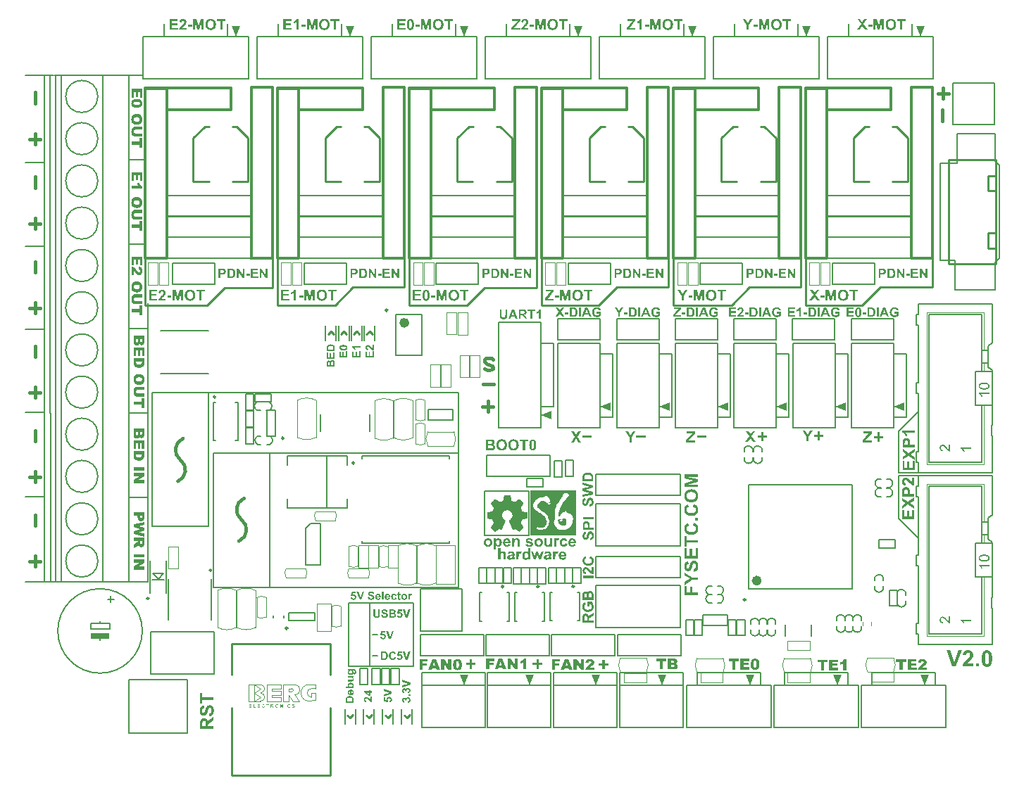
<source format=gto>
G04*
G04 #@! TF.GenerationSoftware,Altium Limited,Altium Designer,20.0.9 (164)*
G04*
G04 Layer_Color=65535*
%FSLAX25Y25*%
%MOIN*%
G70*
G01*
G75*
%ADD10C,0.00500*%
%ADD11C,0.00394*%
%ADD12C,0.00800*%
%ADD13C,0.02362*%
%ADD14C,0.00984*%
%ADD15C,0.01575*%
%ADD16C,0.00600*%
%ADD17C,0.01000*%
%ADD18C,0.00200*%
%ADD19C,0.00787*%
%ADD20C,0.00591*%
%ADD21C,0.01181*%
%ADD22R,0.09000X0.02500*%
G36*
X424500Y331000D02*
X422500Y336000D01*
X426500D01*
X424500Y331000D01*
D02*
G37*
G36*
X370500D02*
X368500Y336000D01*
X372500D01*
X370500Y331000D01*
D02*
G37*
G36*
X316500D02*
X314500Y336000D01*
X318500D01*
X316500Y331000D01*
D02*
G37*
G36*
X262500D02*
X260500Y336000D01*
X264500D01*
X262500Y331000D01*
D02*
G37*
G36*
X208500D02*
X206500Y336000D01*
X210500D01*
X208500Y331000D01*
D02*
G37*
G36*
X154500D02*
X152500Y336000D01*
X156500D01*
X154500Y331000D01*
D02*
G37*
G36*
X100500D02*
X98500Y336000D01*
X102500D01*
X100500Y331000D01*
D02*
G37*
G36*
X416743Y153769D02*
X411742Y155769D01*
X416743Y157769D01*
Y153769D01*
D02*
G37*
G36*
X388969D02*
X383969Y155769D01*
X388969Y157769D01*
Y153769D01*
D02*
G37*
G36*
X361195D02*
X356195Y155769D01*
X361195Y157769D01*
Y153769D01*
D02*
G37*
G36*
X333421D02*
X328421Y155769D01*
X333421Y157769D01*
Y153769D01*
D02*
G37*
G36*
X305648D02*
X300648Y155769D01*
X305648Y157769D01*
Y153769D01*
D02*
G37*
G36*
X277874D02*
X272874Y155769D01*
X277874Y157769D01*
Y153769D01*
D02*
G37*
G36*
X249900Y149769D02*
X244900Y151769D01*
X249900Y153769D01*
Y149769D01*
D02*
G37*
G36*
X323079Y141000D02*
X318679D01*
Y142000D01*
X323079D01*
Y141000D01*
D02*
G37*
G36*
X294252D02*
X289852D01*
Y142000D01*
X294252D01*
Y141000D01*
D02*
G37*
G36*
X268726D02*
X264326D01*
Y142000D01*
X268726D01*
Y141000D01*
D02*
G37*
G36*
X376700Y142303D02*
X378400D01*
Y141303D01*
X376700D01*
Y139603D01*
X375700D01*
Y141303D01*
X374000D01*
Y142303D01*
X375700D01*
Y144003D01*
X376700D01*
Y142303D01*
D02*
G37*
G36*
X350031Y142088D02*
X351731D01*
Y141088D01*
X350031D01*
Y139388D01*
X349031D01*
Y141088D01*
X347331D01*
Y142088D01*
X349031D01*
Y143788D01*
X350031D01*
Y142088D01*
D02*
G37*
G36*
X405164Y141900D02*
X406864D01*
Y140900D01*
X405164D01*
Y139200D01*
X404164D01*
Y140900D01*
X402464D01*
Y141900D01*
X404164D01*
Y143600D01*
X405164D01*
Y141900D01*
D02*
G37*
G36*
X243688Y34366D02*
X245388D01*
Y33266D01*
X243688D01*
Y31566D01*
X242587D01*
Y33266D01*
X240887D01*
Y34366D01*
X242587D01*
Y36066D01*
X243688D01*
Y34366D01*
D02*
G37*
G36*
X212138D02*
X213838D01*
Y33266D01*
X212138D01*
Y31566D01*
X211037D01*
Y33266D01*
X209337D01*
Y34366D01*
X211037D01*
Y36066D01*
X212138D01*
Y34366D01*
D02*
G37*
G36*
X275000Y34100D02*
X276700D01*
Y33000D01*
X275000D01*
Y31300D01*
X273900D01*
Y33000D01*
X272200D01*
Y34100D01*
X273900D01*
Y35800D01*
X275000D01*
Y34100D01*
D02*
G37*
G36*
X270900Y23843D02*
X268900Y28842D01*
X272900D01*
X270900Y23843D01*
D02*
G37*
G36*
X239550D02*
X237550Y28842D01*
X241550D01*
X239550Y23843D01*
D02*
G37*
G36*
X208400D02*
X206400Y28842D01*
X210400D01*
X208400Y23843D01*
D02*
G37*
G36*
X426400Y23800D02*
X424400Y28800D01*
X428400D01*
X426400Y23800D01*
D02*
G37*
G36*
X385000D02*
X383000Y28800D01*
X387000D01*
X385000Y23800D01*
D02*
G37*
G36*
X343600D02*
X341600Y28800D01*
X345600D01*
X343600Y23800D01*
D02*
G37*
G36*
X302100D02*
X300100Y28800D01*
X304100D01*
X302100Y23800D01*
D02*
G37*
G36*
X261284Y94700D02*
X239884D01*
Y116100D01*
X261284D01*
Y94700D01*
D02*
G37*
G36*
X252943Y93407D02*
X253028Y93391D01*
X253135Y93368D01*
X253250Y93330D01*
X253366Y93284D01*
X253488Y93215D01*
X253166Y92331D01*
X253158Y92339D01*
X253120Y92355D01*
X253074Y92385D01*
X253012Y92416D01*
X252936Y92447D01*
X252859Y92477D01*
X252774Y92493D01*
X252690Y92501D01*
X252659D01*
X252613Y92493D01*
X252567Y92485D01*
X252513Y92470D01*
X252452Y92447D01*
X252390Y92416D01*
X252329Y92378D01*
X252321Y92370D01*
X252306Y92355D01*
X252275Y92324D01*
X252244Y92278D01*
X252206Y92224D01*
X252168Y92147D01*
X252129Y92055D01*
X252098Y91948D01*
Y91932D01*
X252091Y91909D01*
X252083Y91886D01*
Y91848D01*
X252075Y91802D01*
X252068Y91740D01*
X252060Y91671D01*
X252052Y91594D01*
X252045Y91494D01*
X252037Y91395D01*
Y91272D01*
X252029Y91141D01*
X252022Y90995D01*
Y90834D01*
Y90657D01*
Y89475D01*
X251000D01*
Y93330D01*
X251945D01*
Y92785D01*
X251953Y92792D01*
X251983Y92838D01*
X252029Y92908D01*
X252091Y92992D01*
X252152Y93076D01*
X252229Y93161D01*
X252298Y93238D01*
X252375Y93291D01*
X252382Y93299D01*
X252406Y93315D01*
X252452Y93330D01*
X252505Y93353D01*
X252567Y93376D01*
X252644Y93399D01*
X252720Y93407D01*
X252813Y93414D01*
X252874D01*
X252943Y93407D01*
D02*
G37*
G36*
X233551Y93407D02*
X233636Y93399D01*
X233728Y93384D01*
X233828Y93361D01*
X233935Y93330D01*
X234043Y93291D01*
X234058Y93284D01*
X234089Y93269D01*
X234142Y93245D01*
X234204Y93207D01*
X234273Y93161D01*
X234342Y93107D01*
X234411Y93046D01*
X234473Y92977D01*
X234481Y92969D01*
X234496Y92946D01*
X234519Y92908D01*
X234550Y92854D01*
X234588Y92792D01*
X234619Y92716D01*
X234649Y92639D01*
X234672Y92547D01*
Y92539D01*
X234680Y92501D01*
X234696Y92447D01*
X234703Y92370D01*
X234718Y92278D01*
X234726Y92155D01*
X234734Y92024D01*
Y91863D01*
Y89475D01*
X233713D01*
Y91433D01*
Y91441D01*
Y91464D01*
Y91494D01*
Y91533D01*
Y91587D01*
Y91640D01*
X233705Y91771D01*
X233697Y91901D01*
X233682Y92040D01*
X233666Y92155D01*
X233659Y92201D01*
X233643Y92239D01*
Y92247D01*
X233628Y92270D01*
X233613Y92301D01*
X233590Y92347D01*
X233521Y92439D01*
X233482Y92485D01*
X233428Y92523D01*
X233421Y92531D01*
X233405Y92539D01*
X233375Y92554D01*
X233329Y92577D01*
X233275Y92600D01*
X233221Y92616D01*
X233152Y92623D01*
X233075Y92631D01*
X233029D01*
X232983Y92623D01*
X232921Y92616D01*
X232845Y92593D01*
X232768Y92570D01*
X232683Y92531D01*
X232599Y92485D01*
X232591Y92477D01*
X232568Y92462D01*
X232530Y92424D01*
X232484Y92385D01*
X232438Y92324D01*
X232392Y92262D01*
X232345Y92178D01*
X232315Y92093D01*
Y92086D01*
X232299Y92047D01*
X232292Y91986D01*
X232276Y91894D01*
X232269Y91840D01*
X232261Y91771D01*
X232253Y91702D01*
Y91617D01*
X232246Y91533D01*
X232238Y91433D01*
Y91325D01*
Y91210D01*
Y89475D01*
X231217D01*
Y93330D01*
X232161D01*
Y92762D01*
X232169Y92769D01*
X232184Y92792D01*
X232215Y92823D01*
X232253Y92861D01*
X232299Y92915D01*
X232361Y92969D01*
X232430Y93030D01*
X232507Y93092D01*
X232591Y93146D01*
X232691Y93207D01*
X232791Y93261D01*
X232906Y93315D01*
X233029Y93353D01*
X233152Y93384D01*
X233290Y93407D01*
X233428Y93414D01*
X233482D01*
X233551Y93407D01*
D02*
G37*
G36*
X224796D02*
X224850Y93399D01*
X224919Y93384D01*
X224996Y93368D01*
X225073Y93345D01*
X225165Y93322D01*
X225249Y93284D01*
X225349Y93245D01*
X225441Y93192D01*
X225541Y93130D01*
X225633Y93061D01*
X225725Y92977D01*
X225817Y92884D01*
X225825Y92877D01*
X225840Y92861D01*
X225864Y92831D01*
X225894Y92785D01*
X225925Y92739D01*
X225963Y92669D01*
X226009Y92593D01*
X226056Y92508D01*
X226094Y92408D01*
X226140Y92301D01*
X226178Y92178D01*
X226217Y92047D01*
X226240Y91901D01*
X226263Y91755D01*
X226278Y91587D01*
X226286Y91418D01*
Y91410D01*
Y91379D01*
Y91325D01*
X226278Y91256D01*
X226271Y91180D01*
X226263Y91087D01*
X226248Y90980D01*
X226224Y90872D01*
X226171Y90627D01*
X226132Y90504D01*
X226086Y90381D01*
X226032Y90258D01*
X225963Y90143D01*
X225894Y90027D01*
X225810Y89920D01*
X225802Y89912D01*
X225787Y89897D01*
X225764Y89874D01*
X225725Y89836D01*
X225679Y89797D01*
X225625Y89751D01*
X225564Y89705D01*
X225495Y89659D01*
X225410Y89605D01*
X225326Y89559D01*
X225134Y89475D01*
X225026Y89436D01*
X224911Y89413D01*
X224796Y89398D01*
X224673Y89390D01*
X224619D01*
X224558Y89398D01*
X224481Y89405D01*
X224389Y89421D01*
X224289Y89444D01*
X224189Y89475D01*
X224089Y89513D01*
X224082Y89521D01*
X224043Y89536D01*
X223997Y89574D01*
X223928Y89621D01*
X223844Y89674D01*
X223759Y89751D01*
X223659Y89843D01*
X223552Y89951D01*
Y88000D01*
X222530D01*
Y93330D01*
X223483D01*
Y92762D01*
X223490Y92777D01*
X223513Y92808D01*
X223559Y92861D01*
X223613Y92931D01*
X223682Y93007D01*
X223775Y93084D01*
X223867Y93161D01*
X223982Y93230D01*
X223997Y93238D01*
X224036Y93261D01*
X224105Y93291D01*
X224189Y93322D01*
X224289Y93353D01*
X224412Y93384D01*
X224542Y93407D01*
X224681Y93414D01*
X224742D01*
X224796Y93407D01*
D02*
G37*
G36*
X239426D02*
X239503Y93399D01*
X239588Y93391D01*
X239680Y93384D01*
X239872Y93353D01*
X240064Y93307D01*
X240248Y93238D01*
X240333Y93199D01*
X240409Y93153D01*
X240417D01*
X240425Y93138D01*
X240471Y93107D01*
X240540Y93046D01*
X240617Y92961D01*
X240709Y92861D01*
X240793Y92731D01*
X240878Y92577D01*
X240939Y92401D01*
X239979Y92224D01*
Y92232D01*
X239964Y92262D01*
X239949Y92301D01*
X239926Y92347D01*
X239895Y92408D01*
X239849Y92462D01*
X239803Y92516D01*
X239741Y92562D01*
X239734Y92570D01*
X239710Y92585D01*
X239672Y92600D01*
X239618Y92623D01*
X239549Y92646D01*
X239465Y92669D01*
X239365Y92677D01*
X239250Y92685D01*
X239181D01*
X239111Y92677D01*
X239027Y92669D01*
X238927Y92654D01*
X238835Y92639D01*
X238751Y92608D01*
X238674Y92570D01*
X238666D01*
X238658Y92554D01*
X238620Y92516D01*
X238574Y92447D01*
X238566Y92408D01*
X238559Y92362D01*
Y92355D01*
Y92347D01*
X238574Y92301D01*
X238605Y92239D01*
X238628Y92209D01*
X238658Y92178D01*
X238666Y92170D01*
X238697Y92163D01*
X238712Y92147D01*
X238743Y92140D01*
X238781Y92124D01*
X238827Y92101D01*
X238889Y92086D01*
X238950Y92063D01*
X239027Y92040D01*
X239119Y92017D01*
X239219Y91986D01*
X239334Y91955D01*
X239465Y91925D01*
X239611Y91886D01*
X239618D01*
X239649Y91878D01*
X239687Y91871D01*
X239741Y91855D01*
X239810Y91832D01*
X239887Y91817D01*
X240056Y91763D01*
X240248Y91694D01*
X240433Y91617D01*
X240525Y91571D01*
X240609Y91533D01*
X240678Y91479D01*
X240747Y91433D01*
X240763Y91418D01*
X240801Y91387D01*
X240847Y91325D01*
X240909Y91241D01*
X240970Y91133D01*
X241016Y91003D01*
X241055Y90849D01*
X241070Y90680D01*
Y90673D01*
Y90657D01*
Y90627D01*
X241062Y90588D01*
X241055Y90550D01*
X241047Y90496D01*
X241016Y90365D01*
X240962Y90227D01*
X240924Y90150D01*
X240886Y90074D01*
X240832Y89997D01*
X240770Y89920D01*
X240701Y89843D01*
X240624Y89766D01*
X240617Y89759D01*
X240601Y89751D01*
X240578Y89736D01*
X240540Y89705D01*
X240494Y89682D01*
X240440Y89651D01*
X240371Y89613D01*
X240294Y89582D01*
X240210Y89544D01*
X240110Y89513D01*
X240002Y89475D01*
X239887Y89451D01*
X239757Y89429D01*
X239618Y89405D01*
X239473Y89398D01*
X239319Y89390D01*
X239242D01*
X239188Y89398D01*
X239119D01*
X239042Y89405D01*
X238958Y89413D01*
X238866Y89429D01*
X238666Y89467D01*
X238459Y89521D01*
X238251Y89597D01*
X238159Y89651D01*
X238067Y89705D01*
X238059Y89713D01*
X238044Y89720D01*
X238021Y89736D01*
X237998Y89766D01*
X237913Y89836D01*
X237821Y89935D01*
X237721Y90058D01*
X237629Y90204D01*
X237545Y90381D01*
X237476Y90573D01*
X238497Y90726D01*
Y90711D01*
X238512Y90680D01*
X238528Y90627D01*
X238551Y90557D01*
X238589Y90481D01*
X238635Y90412D01*
X238689Y90335D01*
X238758Y90273D01*
X238766Y90266D01*
X238797Y90250D01*
X238843Y90227D01*
X238904Y90204D01*
X238981Y90173D01*
X239081Y90150D01*
X239188Y90135D01*
X239319Y90127D01*
X239380D01*
X239457Y90135D01*
X239542Y90143D01*
X239634Y90158D01*
X239734Y90189D01*
X239826Y90219D01*
X239910Y90266D01*
X239918Y90273D01*
X239933Y90289D01*
X239956Y90312D01*
X239979Y90342D01*
X240002Y90381D01*
X240025Y90427D01*
X240041Y90481D01*
X240049Y90542D01*
Y90550D01*
Y90565D01*
X240041Y90611D01*
X240018Y90673D01*
X239972Y90734D01*
X239956Y90749D01*
X239933Y90757D01*
X239902Y90780D01*
X239857Y90795D01*
X239795Y90819D01*
X239726Y90842D01*
X239634Y90865D01*
X239618D01*
X239580Y90880D01*
X239518Y90895D01*
X239434Y90911D01*
X239334Y90934D01*
X239227Y90965D01*
X239104Y90995D01*
X238973Y91034D01*
X238704Y91110D01*
X238574Y91149D01*
X238451Y91195D01*
X238336Y91233D01*
X238228Y91279D01*
X238136Y91325D01*
X238067Y91364D01*
X238059Y91372D01*
X238044Y91379D01*
X238029Y91395D01*
X237998Y91425D01*
X237921Y91494D01*
X237844Y91594D01*
X237760Y91717D01*
X237683Y91863D01*
X237652Y91948D01*
X237637Y92040D01*
X237622Y92132D01*
X237614Y92232D01*
Y92239D01*
Y92255D01*
Y92278D01*
X237622Y92316D01*
X237629Y92355D01*
X237637Y92408D01*
X237660Y92523D01*
X237706Y92654D01*
X237783Y92792D01*
X237821Y92869D01*
X237875Y92938D01*
X237936Y93007D01*
X238006Y93069D01*
X238013Y93076D01*
X238021Y93084D01*
X238044Y93099D01*
X238082Y93123D01*
X238121Y93146D01*
X238175Y93176D01*
X238236Y93207D01*
X238305Y93245D01*
X238390Y93276D01*
X238482Y93307D01*
X238582Y93338D01*
X238689Y93361D01*
X238812Y93384D01*
X238943Y93399D01*
X239081Y93414D01*
X239365D01*
X239426Y93407D01*
D02*
G37*
G36*
X255677Y93407D02*
X255739D01*
X255808Y93399D01*
X255885Y93391D01*
X255969Y93376D01*
X256146Y93338D01*
X256330Y93284D01*
X256514Y93207D01*
X256683Y93107D01*
X256691D01*
X256699Y93092D01*
X256722Y93076D01*
X256752Y93053D01*
X256822Y92984D01*
X256914Y92884D01*
X257014Y92754D01*
X257113Y92600D01*
X257206Y92416D01*
X257282Y92201D01*
X256276Y92017D01*
Y92032D01*
X256269Y92063D01*
X256253Y92116D01*
X256230Y92186D01*
X256192Y92255D01*
X256153Y92331D01*
X256100Y92401D01*
X256038Y92462D01*
X256031Y92470D01*
X256008Y92485D01*
X255969Y92508D01*
X255915Y92539D01*
X255846Y92570D01*
X255769Y92593D01*
X255677Y92608D01*
X255577Y92616D01*
X255562D01*
X255516Y92608D01*
X255447Y92600D01*
X255355Y92585D01*
X255262Y92547D01*
X255163Y92501D01*
X255063Y92439D01*
X254971Y92347D01*
X254963Y92331D01*
X254940Y92293D01*
X254902Y92232D01*
X254863Y92140D01*
X254817Y92017D01*
X254802Y91948D01*
X254786Y91871D01*
X254771Y91779D01*
X254756Y91686D01*
X254748Y91579D01*
Y91471D01*
Y91464D01*
Y91441D01*
Y91402D01*
X254756Y91356D01*
Y91302D01*
X254763Y91241D01*
X254779Y91087D01*
X254802Y90926D01*
X254848Y90765D01*
X254902Y90619D01*
X254940Y90557D01*
X254978Y90496D01*
X254986Y90481D01*
X255025Y90450D01*
X255070Y90412D01*
X255140Y90358D01*
X255232Y90304D01*
X255332Y90266D01*
X255454Y90235D01*
X255593Y90219D01*
X255639D01*
X255693Y90227D01*
X255762Y90243D01*
X255838Y90258D01*
X255915Y90289D01*
X255992Y90327D01*
X256069Y90381D01*
X256077Y90389D01*
X256100Y90412D01*
X256130Y90450D01*
X256176Y90511D01*
X256223Y90588D01*
X256261Y90688D01*
X256307Y90811D01*
X256338Y90949D01*
X257336Y90780D01*
Y90772D01*
X257329Y90750D01*
X257321Y90711D01*
X257305Y90665D01*
X257282Y90611D01*
X257259Y90542D01*
X257198Y90389D01*
X257121Y90219D01*
X257014Y90051D01*
X256883Y89882D01*
X256806Y89805D01*
X256729Y89736D01*
X256722D01*
X256706Y89720D01*
X256683Y89705D01*
X256653Y89682D01*
X256607Y89659D01*
X256553Y89628D01*
X256491Y89597D01*
X256415Y89567D01*
X256338Y89528D01*
X256246Y89498D01*
X256153Y89467D01*
X256046Y89444D01*
X255931Y89421D01*
X255808Y89405D01*
X255685Y89398D01*
X255547Y89390D01*
X255462D01*
X255409Y89398D01*
X255339Y89405D01*
X255255Y89421D01*
X255163Y89436D01*
X255063Y89459D01*
X254955Y89482D01*
X254848Y89521D01*
X254733Y89559D01*
X254625Y89613D01*
X254510Y89674D01*
X254402Y89743D01*
X254303Y89828D01*
X254203Y89920D01*
X254195Y89928D01*
X254180Y89943D01*
X254157Y89974D01*
X254126Y90020D01*
X254087Y90074D01*
X254041Y90135D01*
X254003Y90212D01*
X253957Y90304D01*
X253903Y90404D01*
X253865Y90511D01*
X253819Y90634D01*
X253780Y90765D01*
X253750Y90911D01*
X253727Y91057D01*
X253711Y91226D01*
X253703Y91395D01*
Y91402D01*
Y91433D01*
Y91487D01*
X253711Y91548D01*
X253719Y91633D01*
X253727Y91725D01*
X253742Y91825D01*
X253765Y91940D01*
X253826Y92178D01*
X253865Y92301D01*
X253911Y92424D01*
X253972Y92547D01*
X254041Y92662D01*
X254118Y92769D01*
X254203Y92877D01*
X254210Y92884D01*
X254226Y92900D01*
X254257Y92923D01*
X254295Y92961D01*
X254349Y93000D01*
X254410Y93046D01*
X254479Y93099D01*
X254564Y93146D01*
X254656Y93199D01*
X254756Y93246D01*
X254871Y93291D01*
X254994Y93330D01*
X255117Y93368D01*
X255262Y93391D01*
X255409Y93407D01*
X255562Y93414D01*
X255631D01*
X255677Y93407D01*
D02*
G37*
G36*
X249994Y89475D02*
X249049D01*
Y90051D01*
X249042Y90035D01*
X249011Y89997D01*
X248965Y89943D01*
X248896Y89874D01*
X248819Y89789D01*
X248719Y89713D01*
X248612Y89628D01*
X248489Y89559D01*
X248473Y89551D01*
X248427Y89536D01*
X248358Y89505D01*
X248266Y89475D01*
X248159Y89444D01*
X248036Y89413D01*
X247905Y89398D01*
X247767Y89390D01*
X247698D01*
X247629Y89398D01*
X247536Y89413D01*
X247421Y89429D01*
X247306Y89459D01*
X247183Y89505D01*
X247068Y89559D01*
X247053Y89567D01*
X247022Y89590D01*
X246960Y89628D01*
X246899Y89682D01*
X246822Y89751D01*
X246753Y89828D01*
X246684Y89928D01*
X246622Y90035D01*
X246615Y90051D01*
X246600Y90089D01*
X246576Y90158D01*
X246553Y90258D01*
X246530Y90381D01*
X246507Y90527D01*
X246492Y90696D01*
X246484Y90888D01*
Y93330D01*
X247506D01*
Y91556D01*
Y91548D01*
Y91517D01*
Y91479D01*
Y91425D01*
Y91364D01*
Y91295D01*
X247513Y91133D01*
X247521Y90957D01*
X247529Y90795D01*
X247536Y90726D01*
X247544Y90657D01*
X247552Y90604D01*
X247559Y90565D01*
Y90557D01*
X247567Y90534D01*
X247583Y90504D01*
X247606Y90458D01*
X247629Y90412D01*
X247667Y90365D01*
X247705Y90319D01*
X247759Y90273D01*
X247767Y90266D01*
X247790Y90258D01*
X247821Y90243D01*
X247867Y90227D01*
X247920Y90204D01*
X247990Y90189D01*
X248059Y90181D01*
X248143Y90174D01*
X248189D01*
X248235Y90181D01*
X248297Y90189D01*
X248374Y90204D01*
X248450Y90235D01*
X248535Y90266D01*
X248612Y90312D01*
X248619Y90319D01*
X248642Y90335D01*
X248681Y90365D01*
X248727Y90412D01*
X248773Y90465D01*
X248819Y90519D01*
X248865Y90588D01*
X248896Y90665D01*
Y90673D01*
X248911Y90711D01*
Y90742D01*
X248919Y90780D01*
X248926Y90819D01*
X248934Y90872D01*
X248942Y90941D01*
X248950Y91011D01*
X248957Y91095D01*
Y91195D01*
X248965Y91302D01*
X248973Y91425D01*
Y91556D01*
Y91702D01*
Y93330D01*
X249994D01*
Y89475D01*
D02*
G37*
G36*
X259671Y93407D02*
X259740Y93399D01*
X259824Y93384D01*
X259917Y93368D01*
X260016Y93345D01*
X260124Y93315D01*
X260231Y93276D01*
X260347Y93230D01*
X260462Y93169D01*
X260569Y93107D01*
X260677Y93030D01*
X260785Y92938D01*
X260877Y92838D01*
X260884Y92831D01*
X260900Y92815D01*
X260923Y92777D01*
X260953Y92731D01*
X260992Y92669D01*
X261030Y92600D01*
X261076Y92508D01*
X261122Y92408D01*
X261169Y92293D01*
X261214Y92163D01*
X261253Y92024D01*
X261291Y91863D01*
X261322Y91694D01*
X261345Y91510D01*
X261361Y91318D01*
Y91103D01*
X258811D01*
Y91095D01*
Y91080D01*
Y91057D01*
X258818Y91026D01*
X258826Y90949D01*
X258841Y90842D01*
X258872Y90734D01*
X258918Y90611D01*
X258972Y90496D01*
X259049Y90396D01*
X259056Y90389D01*
X259095Y90358D01*
X259141Y90319D01*
X259210Y90273D01*
X259295Y90227D01*
X259402Y90189D01*
X259517Y90158D01*
X259640Y90150D01*
X259679D01*
X259725Y90158D01*
X259778Y90166D01*
X259840Y90181D01*
X259909Y90204D01*
X259978Y90235D01*
X260039Y90281D01*
X260047Y90289D01*
X260070Y90304D01*
X260101Y90335D01*
X260132Y90381D01*
X260178Y90442D01*
X260216Y90511D01*
X260255Y90604D01*
X260293Y90703D01*
X261307Y90534D01*
Y90527D01*
X261299Y90511D01*
X261284Y90481D01*
X261268Y90442D01*
X261245Y90396D01*
X261222Y90342D01*
X261153Y90219D01*
X261069Y90081D01*
X260961Y89935D01*
X260830Y89805D01*
X260685Y89682D01*
X260677D01*
X260669Y89667D01*
X260638Y89659D01*
X260608Y89636D01*
X260569Y89613D01*
X260516Y89590D01*
X260462Y89567D01*
X260393Y89536D01*
X260239Y89482D01*
X260063Y89436D01*
X259855Y89405D01*
X259632Y89390D01*
X259586D01*
X259540Y89398D01*
X259471D01*
X259387Y89413D01*
X259287Y89429D01*
X259179Y89444D01*
X259072Y89475D01*
X258949Y89505D01*
X258826Y89551D01*
X258703Y89605D01*
X258580Y89667D01*
X258457Y89743D01*
X258342Y89828D01*
X258242Y89928D01*
X258142Y90043D01*
X258135Y90051D01*
X258127Y90066D01*
X258112Y90097D01*
X258081Y90135D01*
X258058Y90189D01*
X258027Y90250D01*
X257989Y90319D01*
X257958Y90404D01*
X257920Y90496D01*
X257889Y90596D01*
X257851Y90703D01*
X257828Y90826D01*
X257805Y90949D01*
X257782Y91080D01*
X257774Y91226D01*
X257766Y91372D01*
Y91379D01*
Y91410D01*
Y91464D01*
X257774Y91533D01*
X257782Y91610D01*
X257789Y91702D01*
X257805Y91802D01*
X257828Y91917D01*
X257889Y92155D01*
X257927Y92278D01*
X257974Y92408D01*
X258035Y92531D01*
X258104Y92646D01*
X258181Y92762D01*
X258265Y92869D01*
X258273Y92877D01*
X258289Y92892D01*
X258319Y92923D01*
X258358Y92954D01*
X258404Y92992D01*
X258465Y93038D01*
X258534Y93092D01*
X258611Y93146D01*
X258696Y93192D01*
X258795Y93246D01*
X258895Y93291D01*
X259010Y93330D01*
X259126Y93361D01*
X259256Y93391D01*
X259387Y93407D01*
X259525Y93414D01*
X259609D01*
X259671Y93407D01*
D02*
G37*
G36*
X243858Y93407D02*
X243934Y93399D01*
X244019Y93384D01*
X244119Y93368D01*
X244219Y93345D01*
X244334Y93315D01*
X244449Y93276D01*
X244564Y93230D01*
X244687Y93176D01*
X244810Y93107D01*
X244925Y93030D01*
X245040Y92946D01*
X245148Y92846D01*
X245156Y92838D01*
X245171Y92823D01*
X245202Y92785D01*
X245233Y92746D01*
X245279Y92685D01*
X245325Y92623D01*
X245378Y92539D01*
X245432Y92454D01*
X245478Y92355D01*
X245532Y92247D01*
X245578Y92124D01*
X245624Y92001D01*
X245655Y91863D01*
X245686Y91725D01*
X245701Y91571D01*
X245709Y91410D01*
Y91402D01*
Y91372D01*
Y91325D01*
X245701Y91264D01*
X245693Y91187D01*
X245678Y91103D01*
X245662Y91003D01*
X245639Y90903D01*
X245609Y90788D01*
X245570Y90673D01*
X245524Y90550D01*
X245470Y90427D01*
X245401Y90304D01*
X245325Y90189D01*
X245240Y90074D01*
X245140Y89958D01*
X245133Y89951D01*
X245117Y89935D01*
X245087Y89905D01*
X245040Y89866D01*
X244987Y89828D01*
X244918Y89782D01*
X244841Y89728D01*
X244756Y89674D01*
X244656Y89621D01*
X244549Y89567D01*
X244434Y89521D01*
X244303Y89482D01*
X244173Y89444D01*
X244027Y89413D01*
X243881Y89398D01*
X243720Y89390D01*
X243666D01*
X243627Y89398D01*
X243581D01*
X243528Y89405D01*
X243397Y89421D01*
X243236Y89451D01*
X243067Y89490D01*
X242890Y89551D01*
X242706Y89628D01*
X242698D01*
X242683Y89636D01*
X242660Y89651D01*
X242629Y89674D01*
X242545Y89728D01*
X242437Y89805D01*
X242322Y89905D01*
X242199Y90027D01*
X242084Y90166D01*
X241976Y90327D01*
Y90335D01*
X241968Y90350D01*
X241953Y90373D01*
X241938Y90412D01*
X241922Y90458D01*
X241899Y90511D01*
X241876Y90573D01*
X241853Y90642D01*
X241830Y90719D01*
X241807Y90803D01*
X241769Y90995D01*
X241738Y91218D01*
X241730Y91456D01*
Y91464D01*
Y91479D01*
Y91510D01*
X241738Y91540D01*
Y91587D01*
X241746Y91640D01*
X241761Y91771D01*
X241792Y91917D01*
X241838Y92078D01*
X241892Y92255D01*
X241976Y92431D01*
Y92439D01*
X241991Y92454D01*
X241999Y92477D01*
X242022Y92508D01*
X242084Y92593D01*
X242161Y92700D01*
X242260Y92815D01*
X242383Y92938D01*
X242521Y93053D01*
X242683Y93161D01*
X242690D01*
X242706Y93169D01*
X242729Y93184D01*
X242767Y93199D01*
X242806Y93222D01*
X242859Y93238D01*
X242921Y93261D01*
X242982Y93291D01*
X243136Y93338D01*
X243313Y93376D01*
X243505Y93407D01*
X243712Y93414D01*
X243796D01*
X243858Y93407D01*
D02*
G37*
G36*
X228705D02*
X228774Y93399D01*
X228859Y93384D01*
X228951Y93368D01*
X229051Y93345D01*
X229158Y93315D01*
X229266Y93276D01*
X229381Y93230D01*
X229496Y93169D01*
X229604Y93107D01*
X229711Y93030D01*
X229819Y92938D01*
X229911Y92838D01*
X229919Y92831D01*
X229934Y92815D01*
X229957Y92777D01*
X229988Y92731D01*
X230026Y92669D01*
X230065Y92600D01*
X230111Y92508D01*
X230157Y92408D01*
X230203Y92293D01*
X230249Y92163D01*
X230287Y92024D01*
X230326Y91863D01*
X230356Y91694D01*
X230379Y91510D01*
X230395Y91318D01*
Y91103D01*
X227845D01*
Y91095D01*
Y91080D01*
Y91057D01*
X227853Y91026D01*
X227860Y90949D01*
X227876Y90842D01*
X227906Y90734D01*
X227953Y90611D01*
X228006Y90496D01*
X228083Y90396D01*
X228091Y90389D01*
X228129Y90358D01*
X228175Y90319D01*
X228244Y90273D01*
X228329Y90227D01*
X228436Y90189D01*
X228552Y90158D01*
X228674Y90150D01*
X228713D01*
X228759Y90158D01*
X228813Y90166D01*
X228874Y90181D01*
X228943Y90204D01*
X229012Y90235D01*
X229074Y90281D01*
X229081Y90289D01*
X229104Y90304D01*
X229135Y90335D01*
X229166Y90381D01*
X229212Y90442D01*
X229250Y90511D01*
X229289Y90604D01*
X229327Y90703D01*
X230341Y90534D01*
Y90527D01*
X230333Y90511D01*
X230318Y90481D01*
X230303Y90442D01*
X230279Y90396D01*
X230257Y90342D01*
X230187Y90219D01*
X230103Y90081D01*
X229995Y89935D01*
X229865Y89805D01*
X229719Y89682D01*
X229711D01*
X229703Y89667D01*
X229673Y89659D01*
X229642Y89636D01*
X229604Y89613D01*
X229550Y89590D01*
X229496Y89567D01*
X229427Y89536D01*
X229273Y89482D01*
X229097Y89436D01*
X228889Y89405D01*
X228667Y89390D01*
X228621D01*
X228574Y89398D01*
X228505D01*
X228421Y89413D01*
X228321Y89429D01*
X228214Y89444D01*
X228106Y89475D01*
X227983Y89505D01*
X227860Y89551D01*
X227737Y89605D01*
X227614Y89667D01*
X227492Y89743D01*
X227377Y89828D01*
X227277Y89928D01*
X227177Y90043D01*
X227169Y90051D01*
X227161Y90066D01*
X227146Y90097D01*
X227115Y90135D01*
X227092Y90189D01*
X227062Y90250D01*
X227023Y90319D01*
X226993Y90404D01*
X226954Y90496D01*
X226923Y90596D01*
X226885Y90703D01*
X226862Y90826D01*
X226839Y90949D01*
X226816Y91080D01*
X226808Y91226D01*
X226800Y91372D01*
Y91379D01*
Y91410D01*
Y91464D01*
X226808Y91533D01*
X226816Y91610D01*
X226823Y91702D01*
X226839Y91802D01*
X226862Y91917D01*
X226923Y92155D01*
X226962Y92278D01*
X227008Y92408D01*
X227069Y92531D01*
X227138Y92646D01*
X227215Y92762D01*
X227300Y92869D01*
X227307Y92877D01*
X227323Y92892D01*
X227353Y92923D01*
X227392Y92954D01*
X227438Y92992D01*
X227499Y93038D01*
X227569Y93092D01*
X227645Y93146D01*
X227730Y93192D01*
X227830Y93245D01*
X227929Y93291D01*
X228045Y93330D01*
X228160Y93361D01*
X228290Y93391D01*
X228421Y93407D01*
X228559Y93414D01*
X228644D01*
X228705Y93407D01*
D02*
G37*
G36*
X219912D02*
X219988Y93399D01*
X220073Y93384D01*
X220173Y93368D01*
X220272Y93345D01*
X220388Y93315D01*
X220503Y93276D01*
X220618Y93230D01*
X220741Y93176D01*
X220864Y93107D01*
X220979Y93030D01*
X221094Y92946D01*
X221202Y92846D01*
X221209Y92838D01*
X221225Y92823D01*
X221255Y92785D01*
X221286Y92746D01*
X221332Y92685D01*
X221378Y92623D01*
X221432Y92539D01*
X221486Y92454D01*
X221532Y92355D01*
X221586Y92247D01*
X221632Y92124D01*
X221678Y92001D01*
X221709Y91863D01*
X221739Y91725D01*
X221755Y91571D01*
X221762Y91410D01*
Y91402D01*
Y91372D01*
Y91325D01*
X221755Y91264D01*
X221747Y91187D01*
X221732Y91103D01*
X221716Y91003D01*
X221693Y90903D01*
X221662Y90788D01*
X221624Y90673D01*
X221578Y90550D01*
X221524Y90427D01*
X221455Y90304D01*
X221378Y90189D01*
X221294Y90074D01*
X221194Y89958D01*
X221186Y89951D01*
X221171Y89935D01*
X221140Y89905D01*
X221094Y89866D01*
X221041Y89828D01*
X220971Y89782D01*
X220895Y89728D01*
X220810Y89674D01*
X220710Y89621D01*
X220603Y89567D01*
X220487Y89521D01*
X220357Y89482D01*
X220226Y89444D01*
X220080Y89413D01*
X219935Y89398D01*
X219773Y89390D01*
X219720D01*
X219681Y89398D01*
X219635D01*
X219581Y89405D01*
X219451Y89421D01*
X219289Y89451D01*
X219121Y89490D01*
X218944Y89551D01*
X218759Y89628D01*
X218752D01*
X218737Y89636D01*
X218713Y89651D01*
X218683Y89674D01*
X218598Y89728D01*
X218491Y89805D01*
X218375Y89905D01*
X218253Y90027D01*
X218137Y90166D01*
X218030Y90327D01*
Y90335D01*
X218022Y90350D01*
X218007Y90373D01*
X217991Y90412D01*
X217976Y90458D01*
X217953Y90511D01*
X217930Y90573D01*
X217907Y90642D01*
X217884Y90719D01*
X217861Y90803D01*
X217823Y90995D01*
X217792Y91218D01*
X217784Y91456D01*
Y91464D01*
Y91479D01*
Y91510D01*
X217792Y91540D01*
Y91587D01*
X217799Y91640D01*
X217815Y91771D01*
X217846Y91917D01*
X217892Y92078D01*
X217945Y92255D01*
X218030Y92431D01*
Y92439D01*
X218045Y92454D01*
X218053Y92477D01*
X218076Y92508D01*
X218137Y92593D01*
X218214Y92700D01*
X218314Y92815D01*
X218437Y92938D01*
X218575Y93053D01*
X218737Y93161D01*
X218744D01*
X218759Y93169D01*
X218782Y93184D01*
X218821Y93199D01*
X218859Y93222D01*
X218913Y93238D01*
X218974Y93261D01*
X219036Y93291D01*
X219190Y93338D01*
X219366Y93376D01*
X219558Y93407D01*
X219766Y93414D01*
X219850D01*
X219912Y93407D01*
D02*
G37*
G36*
X365156Y216700D02*
X364249D01*
X362428Y219655D01*
Y216700D01*
X361592D01*
Y221184D01*
X362467D01*
X364320Y218164D01*
Y221184D01*
X365156D01*
Y216700D01*
D02*
G37*
G36*
X354367D02*
X353459D01*
X351639Y219655D01*
Y216700D01*
X350803D01*
Y221184D01*
X351677D01*
X353531Y218164D01*
Y221184D01*
X354367D01*
Y216700D01*
D02*
G37*
G36*
X356907Y217899D02*
X355216D01*
Y218761D01*
X356907D01*
Y217899D01*
D02*
G37*
G36*
X360736Y220426D02*
X358319D01*
Y219435D01*
X360568D01*
Y218676D01*
X358319D01*
Y217458D01*
X360821D01*
Y216700D01*
X357412D01*
Y221184D01*
X360736D01*
Y220426D01*
D02*
G37*
G36*
X348120Y221178D02*
X348243Y221171D01*
X348379Y221165D01*
X348522Y221145D01*
X348658Y221126D01*
X348781Y221093D01*
X348787D01*
X348800Y221087D01*
X348820Y221080D01*
X348846Y221074D01*
X348923Y221042D01*
X349014Y220996D01*
X349118Y220938D01*
X349235Y220867D01*
X349345Y220782D01*
X349455Y220679D01*
X349461D01*
X349468Y220666D01*
X349500Y220627D01*
X349552Y220562D01*
X349610Y220478D01*
X349682Y220374D01*
X349753Y220251D01*
X349824Y220109D01*
X349883Y219953D01*
Y219947D01*
X349889Y219934D01*
X349895Y219908D01*
X349908Y219875D01*
X349915Y219836D01*
X349928Y219784D01*
X349941Y219726D01*
X349960Y219661D01*
X349973Y219590D01*
X349986Y219506D01*
X349999Y219422D01*
X350006Y219324D01*
X350025Y219124D01*
X350031Y218897D01*
Y218890D01*
Y218871D01*
Y218845D01*
Y218806D01*
X350025Y218754D01*
Y218702D01*
X350019Y218637D01*
X350012Y218566D01*
X349999Y218417D01*
X349973Y218262D01*
X349934Y218100D01*
X349889Y217944D01*
Y217938D01*
X349883Y217925D01*
X349869Y217899D01*
X349857Y217860D01*
X349844Y217821D01*
X349818Y217776D01*
X349766Y217659D01*
X349701Y217536D01*
X349617Y217400D01*
X349520Y217270D01*
X349409Y217147D01*
X349396Y217134D01*
X349364Y217108D01*
X349312Y217069D01*
X349241Y217018D01*
X349150Y216959D01*
X349047Y216901D01*
X348917Y216843D01*
X348774Y216791D01*
X348768D01*
X348761Y216784D01*
X348742D01*
X348723Y216778D01*
X348651Y216765D01*
X348561Y216745D01*
X348450Y216726D01*
X348314Y216713D01*
X348152Y216706D01*
X347977Y216700D01*
X346280D01*
Y221184D01*
X348068D01*
X348120Y221178D01*
D02*
G37*
G36*
X343824D02*
X343992D01*
X344174Y221165D01*
X344355Y221152D01*
X344433Y221145D01*
X344511Y221139D01*
X344575Y221126D01*
X344627Y221113D01*
X344634D01*
X344647Y221106D01*
X344666Y221100D01*
X344692Y221093D01*
X344763Y221061D01*
X344854Y221022D01*
X344951Y220964D01*
X345061Y220886D01*
X345165Y220789D01*
X345269Y220672D01*
Y220666D01*
X345282Y220659D01*
X345295Y220640D01*
X345308Y220614D01*
X345334Y220575D01*
X345353Y220536D01*
X345379Y220491D01*
X345405Y220439D01*
X345450Y220309D01*
X345496Y220167D01*
X345521Y219992D01*
X345534Y219804D01*
Y219797D01*
Y219784D01*
Y219765D01*
Y219733D01*
X345528Y219700D01*
Y219655D01*
X345515Y219564D01*
X345496Y219454D01*
X345470Y219331D01*
X345431Y219214D01*
X345379Y219104D01*
X345372Y219091D01*
X345353Y219059D01*
X345321Y219007D01*
X345275Y218942D01*
X345223Y218877D01*
X345152Y218799D01*
X345081Y218728D01*
X344997Y218663D01*
X344984Y218657D01*
X344958Y218637D01*
X344912Y218612D01*
X344854Y218579D01*
X344783Y218540D01*
X344705Y218508D01*
X344621Y218476D01*
X344530Y218450D01*
X344517D01*
X344498Y218443D01*
X344472D01*
X344439Y218437D01*
X344394Y218430D01*
X344349Y218424D01*
X344290D01*
X344232Y218417D01*
X344161Y218411D01*
X344083Y218404D01*
X343999Y218398D01*
X343908D01*
X343811Y218391D01*
X343007D01*
Y216700D01*
X342100D01*
Y221184D01*
X343752D01*
X343824Y221178D01*
D02*
G37*
G36*
X240156Y216700D02*
X239249D01*
X237428Y219655D01*
Y216700D01*
X236592D01*
Y221184D01*
X237467D01*
X239320Y218164D01*
Y221184D01*
X240156D01*
Y216700D01*
D02*
G37*
G36*
X229367D02*
X228459D01*
X226639Y219655D01*
Y216700D01*
X225803D01*
Y221184D01*
X226677D01*
X228531Y218164D01*
Y221184D01*
X229367D01*
Y216700D01*
D02*
G37*
G36*
X231907Y217899D02*
X230216D01*
Y218761D01*
X231907D01*
Y217899D01*
D02*
G37*
G36*
X235736Y220426D02*
X233319D01*
Y219435D01*
X235568D01*
Y218676D01*
X233319D01*
Y217458D01*
X235821D01*
Y216700D01*
X232412D01*
Y221184D01*
X235736D01*
Y220426D01*
D02*
G37*
G36*
X223120Y221178D02*
X223243Y221171D01*
X223379Y221165D01*
X223522Y221145D01*
X223658Y221126D01*
X223781Y221093D01*
X223787D01*
X223800Y221087D01*
X223820Y221080D01*
X223846Y221074D01*
X223923Y221042D01*
X224014Y220996D01*
X224118Y220938D01*
X224235Y220867D01*
X224345Y220782D01*
X224455Y220679D01*
X224461D01*
X224468Y220666D01*
X224500Y220627D01*
X224552Y220562D01*
X224610Y220478D01*
X224682Y220374D01*
X224753Y220251D01*
X224824Y220109D01*
X224883Y219953D01*
Y219947D01*
X224889Y219934D01*
X224895Y219908D01*
X224908Y219875D01*
X224915Y219836D01*
X224928Y219784D01*
X224941Y219726D01*
X224960Y219661D01*
X224973Y219590D01*
X224986Y219506D01*
X224999Y219422D01*
X225006Y219324D01*
X225025Y219124D01*
X225031Y218897D01*
Y218890D01*
Y218871D01*
Y218845D01*
Y218806D01*
X225025Y218754D01*
Y218702D01*
X225019Y218637D01*
X225012Y218566D01*
X224999Y218417D01*
X224973Y218262D01*
X224934Y218100D01*
X224889Y217944D01*
Y217938D01*
X224883Y217925D01*
X224869Y217899D01*
X224857Y217860D01*
X224844Y217821D01*
X224818Y217776D01*
X224766Y217659D01*
X224701Y217536D01*
X224617Y217400D01*
X224520Y217270D01*
X224409Y217147D01*
X224396Y217134D01*
X224364Y217108D01*
X224312Y217069D01*
X224241Y217018D01*
X224150Y216959D01*
X224047Y216901D01*
X223917Y216843D01*
X223774Y216791D01*
X223768D01*
X223761Y216784D01*
X223742D01*
X223723Y216778D01*
X223651Y216765D01*
X223561Y216745D01*
X223450Y216726D01*
X223314Y216713D01*
X223152Y216706D01*
X222977Y216700D01*
X221280D01*
Y221184D01*
X223068D01*
X223120Y221178D01*
D02*
G37*
G36*
X218824D02*
X218992D01*
X219174Y221165D01*
X219355Y221152D01*
X219433Y221145D01*
X219511Y221139D01*
X219575Y221126D01*
X219627Y221113D01*
X219634D01*
X219647Y221106D01*
X219666Y221100D01*
X219692Y221093D01*
X219763Y221061D01*
X219854Y221022D01*
X219951Y220964D01*
X220061Y220886D01*
X220165Y220789D01*
X220269Y220672D01*
Y220666D01*
X220282Y220659D01*
X220295Y220640D01*
X220308Y220614D01*
X220334Y220575D01*
X220353Y220536D01*
X220379Y220491D01*
X220405Y220439D01*
X220450Y220309D01*
X220496Y220167D01*
X220521Y219992D01*
X220534Y219804D01*
Y219797D01*
Y219784D01*
Y219765D01*
Y219733D01*
X220528Y219700D01*
Y219655D01*
X220515Y219564D01*
X220496Y219454D01*
X220470Y219331D01*
X220431Y219214D01*
X220379Y219104D01*
X220372Y219091D01*
X220353Y219059D01*
X220321Y219007D01*
X220275Y218942D01*
X220223Y218877D01*
X220152Y218799D01*
X220081Y218728D01*
X219997Y218663D01*
X219984Y218657D01*
X219958Y218637D01*
X219912Y218612D01*
X219854Y218579D01*
X219783Y218540D01*
X219705Y218508D01*
X219621Y218476D01*
X219530Y218450D01*
X219517D01*
X219498Y218443D01*
X219472D01*
X219439Y218437D01*
X219394Y218430D01*
X219349Y218424D01*
X219290D01*
X219232Y218417D01*
X219161Y218411D01*
X219083Y218404D01*
X218999Y218398D01*
X218908D01*
X218811Y218391D01*
X218007D01*
Y216700D01*
X217100D01*
Y221184D01*
X218752D01*
X218824Y221178D01*
D02*
G37*
G36*
X115256Y216700D02*
X114349D01*
X112528Y219655D01*
Y216700D01*
X111692D01*
Y221184D01*
X112567D01*
X114420Y218164D01*
Y221184D01*
X115256D01*
Y216700D01*
D02*
G37*
G36*
X104467D02*
X103559D01*
X101739Y219655D01*
Y216700D01*
X100903D01*
Y221184D01*
X101777D01*
X103631Y218164D01*
Y221184D01*
X104467D01*
Y216700D01*
D02*
G37*
G36*
X107007Y217899D02*
X105315D01*
Y218761D01*
X107007D01*
Y217899D01*
D02*
G37*
G36*
X110837Y220426D02*
X108419D01*
Y219435D01*
X110668D01*
Y218676D01*
X108419D01*
Y217458D01*
X110921D01*
Y216700D01*
X107512D01*
Y221184D01*
X110837D01*
Y220426D01*
D02*
G37*
G36*
X98220Y221178D02*
X98343Y221171D01*
X98479Y221165D01*
X98622Y221145D01*
X98758Y221126D01*
X98881Y221093D01*
X98887D01*
X98900Y221087D01*
X98920Y221080D01*
X98946Y221074D01*
X99023Y221042D01*
X99114Y220996D01*
X99218Y220938D01*
X99335Y220867D01*
X99445Y220782D01*
X99555Y220679D01*
X99561D01*
X99568Y220666D01*
X99600Y220627D01*
X99652Y220562D01*
X99710Y220478D01*
X99782Y220374D01*
X99853Y220251D01*
X99924Y220109D01*
X99983Y219953D01*
Y219947D01*
X99989Y219934D01*
X99995Y219908D01*
X100008Y219875D01*
X100015Y219836D01*
X100028Y219784D01*
X100041Y219726D01*
X100060Y219661D01*
X100073Y219590D01*
X100086Y219506D01*
X100099Y219422D01*
X100106Y219324D01*
X100125Y219124D01*
X100131Y218897D01*
Y218890D01*
Y218871D01*
Y218845D01*
Y218806D01*
X100125Y218754D01*
Y218702D01*
X100119Y218637D01*
X100112Y218566D01*
X100099Y218417D01*
X100073Y218262D01*
X100034Y218100D01*
X99989Y217944D01*
Y217938D01*
X99983Y217925D01*
X99970Y217899D01*
X99957Y217860D01*
X99944Y217821D01*
X99918Y217776D01*
X99866Y217659D01*
X99801Y217536D01*
X99717Y217400D01*
X99620Y217270D01*
X99509Y217147D01*
X99497Y217134D01*
X99464Y217108D01*
X99412Y217069D01*
X99341Y217018D01*
X99250Y216959D01*
X99147Y216901D01*
X99017Y216843D01*
X98874Y216791D01*
X98868D01*
X98861Y216784D01*
X98842D01*
X98823Y216778D01*
X98751Y216765D01*
X98661Y216745D01*
X98550Y216726D01*
X98414Y216713D01*
X98252Y216706D01*
X98077Y216700D01*
X96380D01*
Y221184D01*
X98168D01*
X98220Y221178D01*
D02*
G37*
G36*
X93924D02*
X94092D01*
X94274Y221165D01*
X94455Y221152D01*
X94533Y221145D01*
X94611Y221139D01*
X94675Y221126D01*
X94727Y221113D01*
X94734D01*
X94747Y221106D01*
X94766Y221100D01*
X94792Y221093D01*
X94863Y221061D01*
X94954Y221022D01*
X95051Y220964D01*
X95161Y220886D01*
X95265Y220789D01*
X95369Y220672D01*
Y220666D01*
X95382Y220659D01*
X95395Y220640D01*
X95408Y220614D01*
X95433Y220575D01*
X95453Y220536D01*
X95479Y220491D01*
X95505Y220439D01*
X95550Y220309D01*
X95596Y220167D01*
X95621Y219992D01*
X95634Y219804D01*
Y219797D01*
Y219784D01*
Y219765D01*
Y219733D01*
X95628Y219700D01*
Y219655D01*
X95615Y219564D01*
X95596Y219454D01*
X95570Y219331D01*
X95531Y219214D01*
X95479Y219104D01*
X95472Y219091D01*
X95453Y219059D01*
X95421Y219007D01*
X95375Y218942D01*
X95323Y218877D01*
X95252Y218799D01*
X95181Y218728D01*
X95097Y218663D01*
X95084Y218657D01*
X95058Y218637D01*
X95012Y218612D01*
X94954Y218579D01*
X94883Y218540D01*
X94805Y218508D01*
X94721Y218476D01*
X94630Y218450D01*
X94617D01*
X94598Y218443D01*
X94572D01*
X94539Y218437D01*
X94494Y218430D01*
X94449Y218424D01*
X94390D01*
X94332Y218417D01*
X94261Y218411D01*
X94183Y218404D01*
X94099Y218398D01*
X94008D01*
X93911Y218391D01*
X93107D01*
Y216700D01*
X92200D01*
Y221184D01*
X93852D01*
X93924Y221178D01*
D02*
G37*
G36*
X239691Y83284D02*
X238746D01*
Y83845D01*
X238738Y83830D01*
X238708Y83791D01*
X238654Y83730D01*
X238585Y83661D01*
X238508Y83584D01*
X238408Y83499D01*
X238301Y83423D01*
X238185Y83354D01*
X238170Y83346D01*
X238132Y83331D01*
X238063Y83307D01*
X237986Y83277D01*
X237886Y83246D01*
X237771Y83223D01*
X237655Y83208D01*
X237533Y83200D01*
X237471D01*
X237425Y83208D01*
X237364Y83215D01*
X237302Y83231D01*
X237225Y83246D01*
X237141Y83269D01*
X237056Y83292D01*
X236964Y83331D01*
X236872Y83369D01*
X236772Y83423D01*
X236680Y83484D01*
X236580Y83553D01*
X236488Y83638D01*
X236396Y83730D01*
X236388Y83738D01*
X236373Y83753D01*
X236350Y83784D01*
X236327Y83830D01*
X236288Y83884D01*
X236250Y83953D01*
X236204Y84029D01*
X236166Y84122D01*
X236120Y84221D01*
X236073Y84329D01*
X236035Y84452D01*
X236004Y84582D01*
X235974Y84728D01*
X235950Y84882D01*
X235935Y85043D01*
X235928Y85220D01*
Y85228D01*
Y85266D01*
Y85312D01*
X235935Y85381D01*
X235943Y85466D01*
X235950Y85558D01*
X235966Y85665D01*
X235981Y85773D01*
X236035Y86019D01*
X236073Y86141D01*
X236120Y86264D01*
X236173Y86387D01*
X236235Y86502D01*
X236304Y86610D01*
X236381Y86710D01*
X236388Y86717D01*
X236404Y86733D01*
X236427Y86756D01*
X236465Y86794D01*
X236511Y86833D01*
X236565Y86871D01*
X236626Y86917D01*
X236703Y86971D01*
X236780Y87017D01*
X236872Y87063D01*
X237064Y87147D01*
X237179Y87178D01*
X237295Y87201D01*
X237417Y87217D01*
X237548Y87224D01*
X237609D01*
X237655Y87217D01*
X237709Y87209D01*
X237778Y87194D01*
X237847Y87178D01*
X237932Y87155D01*
X238017Y87132D01*
X238109Y87094D01*
X238201Y87048D01*
X238293Y87002D01*
X238393Y86932D01*
X238485Y86863D01*
X238577Y86779D01*
X238669Y86687D01*
Y88599D01*
X239691D01*
Y83284D01*
D02*
G37*
G36*
X252501Y87217D02*
X252585Y87201D01*
X252693Y87178D01*
X252808Y87140D01*
X252923Y87094D01*
X253046Y87025D01*
X252724Y86141D01*
X252716Y86149D01*
X252678Y86164D01*
X252631Y86195D01*
X252570Y86226D01*
X252493Y86257D01*
X252416Y86287D01*
X252332Y86303D01*
X252248Y86310D01*
X252217D01*
X252171Y86303D01*
X252125Y86295D01*
X252071Y86280D01*
X252009Y86257D01*
X251948Y86226D01*
X251887Y86187D01*
X251879Y86180D01*
X251864Y86164D01*
X251833Y86134D01*
X251802Y86088D01*
X251764Y86034D01*
X251725Y85957D01*
X251687Y85865D01*
X251656Y85757D01*
Y85742D01*
X251648Y85719D01*
X251641Y85696D01*
Y85658D01*
X251633Y85611D01*
X251625Y85550D01*
X251618Y85481D01*
X251610Y85404D01*
X251602Y85304D01*
X251595Y85204D01*
Y85082D01*
X251587Y84951D01*
X251579Y84805D01*
Y84644D01*
Y84467D01*
Y83284D01*
X250558D01*
Y87140D01*
X251502D01*
Y86595D01*
X251510Y86602D01*
X251541Y86648D01*
X251587Y86717D01*
X251648Y86802D01*
X251710Y86886D01*
X251787Y86971D01*
X251856Y87048D01*
X251933Y87101D01*
X251940Y87109D01*
X251963Y87125D01*
X252009Y87140D01*
X252063Y87163D01*
X252125Y87186D01*
X252201Y87209D01*
X252278Y87217D01*
X252370Y87224D01*
X252432D01*
X252501Y87217D01*
D02*
G37*
G36*
X235167D02*
X235252Y87201D01*
X235359Y87178D01*
X235474Y87140D01*
X235590Y87094D01*
X235713Y87025D01*
X235390Y86141D01*
X235382Y86149D01*
X235344Y86164D01*
X235298Y86195D01*
X235236Y86226D01*
X235159Y86257D01*
X235083Y86287D01*
X234998Y86303D01*
X234914Y86310D01*
X234883D01*
X234837Y86303D01*
X234791Y86295D01*
X234737Y86280D01*
X234676Y86257D01*
X234614Y86226D01*
X234553Y86187D01*
X234545Y86180D01*
X234530Y86164D01*
X234499Y86134D01*
X234468Y86088D01*
X234430Y86034D01*
X234391Y85957D01*
X234353Y85865D01*
X234322Y85757D01*
Y85742D01*
X234315Y85719D01*
X234307Y85696D01*
Y85658D01*
X234299Y85611D01*
X234292Y85550D01*
X234284Y85481D01*
X234276Y85404D01*
X234269Y85304D01*
X234261Y85204D01*
Y85082D01*
X234253Y84951D01*
X234246Y84805D01*
Y84644D01*
Y84467D01*
Y83284D01*
X233224D01*
Y87140D01*
X234169D01*
Y86595D01*
X234176Y86602D01*
X234207Y86648D01*
X234253Y86717D01*
X234315Y86802D01*
X234376Y86886D01*
X234453Y86971D01*
X234522Y87048D01*
X234599Y87101D01*
X234607Y87109D01*
X234630Y87125D01*
X234676Y87140D01*
X234729Y87163D01*
X234791Y87186D01*
X234868Y87209D01*
X234945Y87217D01*
X235037Y87224D01*
X235098D01*
X235167Y87217D01*
D02*
G37*
G36*
X244690Y83284D02*
X243707D01*
X243047Y85757D01*
X242394Y83284D01*
X241403D01*
X240190Y87140D01*
X241173D01*
X241895Y84613D01*
X242563Y87140D01*
X243546D01*
X244183Y84613D01*
X244921Y87140D01*
X245927D01*
X244690Y83284D01*
D02*
G37*
G36*
X248139Y87217D02*
X248200D01*
X248354Y87201D01*
X248515Y87186D01*
X248684Y87155D01*
X248845Y87109D01*
X248914Y87086D01*
X248984Y87055D01*
X248991D01*
X248999Y87048D01*
X249037Y87025D01*
X249099Y86994D01*
X249168Y86948D01*
X249252Y86886D01*
X249329Y86817D01*
X249398Y86733D01*
X249460Y86648D01*
X249467Y86633D01*
X249483Y86602D01*
X249506Y86533D01*
X249513Y86495D01*
X249529Y86441D01*
X249544Y86387D01*
X249552Y86318D01*
X249567Y86241D01*
X249575Y86157D01*
X249583Y86065D01*
X249590Y85965D01*
X249598Y85857D01*
Y85734D01*
X249583Y84544D01*
Y84536D01*
Y84521D01*
Y84498D01*
Y84460D01*
Y84367D01*
X249590Y84260D01*
Y84137D01*
X249606Y84014D01*
X249613Y83891D01*
X249629Y83791D01*
Y83784D01*
X249636Y83753D01*
X249652Y83699D01*
X249667Y83638D01*
X249698Y83561D01*
X249728Y83477D01*
X249767Y83384D01*
X249813Y83284D01*
X248807D01*
Y83292D01*
X248799Y83300D01*
X248792Y83331D01*
X248776Y83361D01*
X248761Y83400D01*
X248745Y83453D01*
X248730Y83515D01*
X248707Y83584D01*
Y83592D01*
X248699Y83599D01*
X248692Y83630D01*
X248676Y83669D01*
X248669Y83699D01*
X248653Y83692D01*
X248622Y83661D01*
X248569Y83615D01*
X248500Y83561D01*
X248415Y83499D01*
X248323Y83430D01*
X248216Y83377D01*
X248108Y83323D01*
X248093Y83315D01*
X248054Y83307D01*
X247993Y83284D01*
X247916Y83261D01*
X247824Y83238D01*
X247716Y83223D01*
X247593Y83208D01*
X247470Y83200D01*
X247417D01*
X247371Y83208D01*
X247325D01*
X247263Y83215D01*
X247133Y83238D01*
X246979Y83277D01*
X246825Y83331D01*
X246672Y83407D01*
X246534Y83515D01*
Y83523D01*
X246518Y83530D01*
X246480Y83576D01*
X246426Y83645D01*
X246365Y83738D01*
X246303Y83853D01*
X246249Y83991D01*
X246211Y84152D01*
X246203Y84237D01*
X246196Y84329D01*
Y84344D01*
Y84383D01*
X246203Y84444D01*
X246219Y84521D01*
X246234Y84613D01*
X246257Y84705D01*
X246295Y84805D01*
X246349Y84905D01*
X246357Y84920D01*
X246380Y84951D01*
X246411Y84997D01*
X246464Y85051D01*
X246518Y85112D01*
X246595Y85181D01*
X246679Y85243D01*
X246779Y85297D01*
X246795Y85304D01*
X246833Y85320D01*
X246895Y85343D01*
X246987Y85381D01*
X247102Y85419D01*
X247240Y85458D01*
X247409Y85496D01*
X247593Y85535D01*
X247601D01*
X247624Y85542D01*
X247662Y85550D01*
X247709Y85558D01*
X247770Y85565D01*
X247839Y85581D01*
X247993Y85619D01*
X248154Y85658D01*
X248323Y85696D01*
X248469Y85742D01*
X248538Y85765D01*
X248592Y85788D01*
Y85888D01*
Y85903D01*
Y85934D01*
X248584Y85988D01*
X248576Y86057D01*
X248553Y86126D01*
X248530Y86195D01*
X248492Y86257D01*
X248438Y86310D01*
X248430Y86318D01*
X248408Y86333D01*
X248369Y86349D01*
X248315Y86379D01*
X248238Y86403D01*
X248146Y86418D01*
X248031Y86433D01*
X247893Y86441D01*
X247847D01*
X247801Y86433D01*
X247739Y86426D01*
X247670Y86410D01*
X247593Y86395D01*
X247524Y86364D01*
X247463Y86326D01*
X247455Y86318D01*
X247440Y86303D01*
X247409Y86280D01*
X247378Y86241D01*
X247332Y86187D01*
X247294Y86118D01*
X247255Y86042D01*
X247217Y85949D01*
X246303Y86118D01*
Y86126D01*
X246311Y86141D01*
X246319Y86172D01*
X246334Y86211D01*
X246349Y86257D01*
X246372Y86310D01*
X246426Y86433D01*
X246503Y86564D01*
X246595Y86702D01*
X246703Y86833D01*
X246833Y86948D01*
X246841D01*
X246849Y86963D01*
X246871Y86971D01*
X246902Y86994D01*
X246948Y87009D01*
X246994Y87032D01*
X247056Y87063D01*
X247117Y87086D01*
X247194Y87109D01*
X247278Y87140D01*
X247371Y87163D01*
X247478Y87178D01*
X247586Y87201D01*
X247709Y87209D01*
X247832Y87224D01*
X248085D01*
X248139Y87217D01*
D02*
G37*
G36*
X230805D02*
X230866D01*
X231020Y87201D01*
X231181Y87186D01*
X231350Y87155D01*
X231511Y87109D01*
X231581Y87086D01*
X231650Y87055D01*
X231657D01*
X231665Y87048D01*
X231703Y87025D01*
X231765Y86994D01*
X231834Y86948D01*
X231919Y86886D01*
X231995Y86817D01*
X232065Y86733D01*
X232126Y86648D01*
X232134Y86633D01*
X232149Y86602D01*
X232172Y86533D01*
X232180Y86495D01*
X232195Y86441D01*
X232210Y86387D01*
X232218Y86318D01*
X232233Y86241D01*
X232241Y86157D01*
X232249Y86065D01*
X232257Y85965D01*
X232264Y85857D01*
Y85734D01*
X232249Y84544D01*
Y84536D01*
Y84521D01*
Y84498D01*
Y84460D01*
Y84367D01*
X232257Y84260D01*
Y84137D01*
X232272Y84014D01*
X232279Y83891D01*
X232295Y83791D01*
Y83784D01*
X232302Y83753D01*
X232318Y83699D01*
X232333Y83638D01*
X232364Y83561D01*
X232395Y83477D01*
X232433Y83384D01*
X232479Y83284D01*
X231473D01*
Y83292D01*
X231465Y83300D01*
X231458Y83331D01*
X231442Y83361D01*
X231427Y83400D01*
X231412Y83453D01*
X231396Y83515D01*
X231373Y83584D01*
Y83592D01*
X231366Y83599D01*
X231358Y83630D01*
X231343Y83669D01*
X231335Y83699D01*
X231319Y83692D01*
X231289Y83661D01*
X231235Y83615D01*
X231166Y83561D01*
X231081Y83499D01*
X230989Y83430D01*
X230882Y83377D01*
X230774Y83323D01*
X230759Y83315D01*
X230720Y83307D01*
X230659Y83284D01*
X230582Y83261D01*
X230490Y83238D01*
X230382Y83223D01*
X230260Y83208D01*
X230137Y83200D01*
X230083D01*
X230037Y83208D01*
X229991D01*
X229929Y83215D01*
X229799Y83238D01*
X229645Y83277D01*
X229492Y83331D01*
X229338Y83407D01*
X229200Y83515D01*
Y83523D01*
X229185Y83530D01*
X229146Y83576D01*
X229092Y83645D01*
X229031Y83738D01*
X228969Y83853D01*
X228916Y83991D01*
X228877Y84152D01*
X228870Y84237D01*
X228862Y84329D01*
Y84344D01*
Y84383D01*
X228870Y84444D01*
X228885Y84521D01*
X228900Y84613D01*
X228923Y84705D01*
X228962Y84805D01*
X229015Y84905D01*
X229023Y84920D01*
X229046Y84951D01*
X229077Y84997D01*
X229131Y85051D01*
X229185Y85112D01*
X229261Y85181D01*
X229346Y85243D01*
X229446Y85297D01*
X229461Y85304D01*
X229499Y85320D01*
X229561Y85343D01*
X229653Y85381D01*
X229768Y85419D01*
X229906Y85458D01*
X230075Y85496D01*
X230260Y85535D01*
X230267D01*
X230290Y85542D01*
X230329Y85550D01*
X230375Y85558D01*
X230436Y85565D01*
X230505Y85581D01*
X230659Y85619D01*
X230820Y85658D01*
X230989Y85696D01*
X231135Y85742D01*
X231204Y85765D01*
X231258Y85788D01*
Y85888D01*
Y85903D01*
Y85934D01*
X231250Y85988D01*
X231243Y86057D01*
X231220Y86126D01*
X231197Y86195D01*
X231158Y86257D01*
X231104Y86310D01*
X231097Y86318D01*
X231074Y86333D01*
X231035Y86349D01*
X230982Y86379D01*
X230905Y86403D01*
X230813Y86418D01*
X230697Y86433D01*
X230559Y86441D01*
X230513D01*
X230467Y86433D01*
X230406Y86426D01*
X230336Y86410D01*
X230260Y86395D01*
X230190Y86364D01*
X230129Y86326D01*
X230121Y86318D01*
X230106Y86303D01*
X230075Y86280D01*
X230045Y86241D01*
X229998Y86187D01*
X229960Y86118D01*
X229922Y86042D01*
X229883Y85949D01*
X228969Y86118D01*
Y86126D01*
X228977Y86141D01*
X228985Y86172D01*
X229000Y86211D01*
X229015Y86257D01*
X229039Y86310D01*
X229092Y86433D01*
X229169Y86564D01*
X229261Y86702D01*
X229369Y86833D01*
X229499Y86948D01*
X229507D01*
X229515Y86963D01*
X229538Y86971D01*
X229569Y86994D01*
X229614Y87009D01*
X229661Y87032D01*
X229722Y87063D01*
X229784Y87086D01*
X229860Y87109D01*
X229945Y87140D01*
X230037Y87163D01*
X230145Y87178D01*
X230252Y87201D01*
X230375Y87209D01*
X230498Y87224D01*
X230751D01*
X230805Y87217D01*
D02*
G37*
G36*
X225606Y86633D02*
X225613Y86641D01*
X225629Y86656D01*
X225659Y86687D01*
X225690Y86725D01*
X225744Y86771D01*
X225798Y86817D01*
X225867Y86871D01*
X225936Y86932D01*
X226020Y86986D01*
X226113Y87040D01*
X226312Y87132D01*
X226420Y87171D01*
X226535Y87201D01*
X226658Y87217D01*
X226781Y87224D01*
X226842D01*
X226911Y87217D01*
X226996Y87209D01*
X227096Y87194D01*
X227195Y87163D01*
X227310Y87132D01*
X227418Y87086D01*
X227433Y87078D01*
X227464Y87063D01*
X227518Y87032D01*
X227579Y86994D01*
X227648Y86948D01*
X227718Y86894D01*
X227787Y86825D01*
X227848Y86756D01*
X227856Y86748D01*
X227871Y86717D01*
X227894Y86679D01*
X227925Y86625D01*
X227963Y86556D01*
X227994Y86479D01*
X228025Y86395D01*
X228048Y86303D01*
Y86295D01*
X228056Y86257D01*
X228063Y86195D01*
X228079Y86118D01*
X228086Y86011D01*
X228094Y85880D01*
X228102Y85727D01*
Y85542D01*
Y83284D01*
X227080D01*
Y85312D01*
Y85320D01*
Y85335D01*
Y85366D01*
Y85412D01*
Y85458D01*
Y85512D01*
X227073Y85635D01*
X227065Y85765D01*
X227057Y85896D01*
X227042Y86003D01*
X227026Y86042D01*
X227019Y86080D01*
Y86088D01*
X227003Y86111D01*
X226988Y86134D01*
X226973Y86172D01*
X226904Y86257D01*
X226865Y86303D01*
X226811Y86341D01*
X226804Y86349D01*
X226788Y86357D01*
X226750Y86372D01*
X226712Y86395D01*
X226658Y86410D01*
X226596Y86426D01*
X226519Y86433D01*
X226443Y86441D01*
X226397D01*
X226350Y86433D01*
X226289Y86426D01*
X226220Y86410D01*
X226143Y86387D01*
X226066Y86357D01*
X225990Y86310D01*
X225982Y86303D01*
X225959Y86287D01*
X225921Y86257D01*
X225882Y86218D01*
X225828Y86164D01*
X225782Y86103D01*
X225736Y86026D01*
X225698Y85942D01*
Y85934D01*
X225682Y85896D01*
X225667Y85842D01*
X225652Y85757D01*
X225636Y85658D01*
X225621Y85527D01*
X225613Y85381D01*
X225606Y85212D01*
Y83284D01*
X224584D01*
Y88599D01*
X225606D01*
Y86633D01*
D02*
G37*
G36*
X255097Y87217D02*
X255166Y87209D01*
X255250Y87194D01*
X255343Y87178D01*
X255442Y87155D01*
X255550Y87125D01*
X255657Y87086D01*
X255773Y87040D01*
X255888Y86979D01*
X255995Y86917D01*
X256103Y86840D01*
X256210Y86748D01*
X256302Y86648D01*
X256310Y86641D01*
X256326Y86625D01*
X256349Y86587D01*
X256379Y86541D01*
X256418Y86479D01*
X256456Y86410D01*
X256502Y86318D01*
X256548Y86218D01*
X256594Y86103D01*
X256641Y85972D01*
X256679Y85834D01*
X256717Y85673D01*
X256748Y85504D01*
X256771Y85320D01*
X256786Y85128D01*
Y84913D01*
X254237D01*
Y84905D01*
Y84890D01*
Y84867D01*
X254244Y84836D01*
X254252Y84759D01*
X254267Y84651D01*
X254298Y84544D01*
X254344Y84421D01*
X254398Y84306D01*
X254475Y84206D01*
X254482Y84198D01*
X254521Y84168D01*
X254567Y84129D01*
X254636Y84083D01*
X254720Y84037D01*
X254828Y83999D01*
X254943Y83968D01*
X255066Y83960D01*
X255104D01*
X255151Y83968D01*
X255204Y83976D01*
X255266Y83991D01*
X255335Y84014D01*
X255404Y84045D01*
X255465Y84091D01*
X255473Y84099D01*
X255496Y84114D01*
X255527Y84145D01*
X255558Y84191D01*
X255604Y84252D01*
X255642Y84321D01*
X255680Y84413D01*
X255719Y84513D01*
X256733Y84344D01*
Y84337D01*
X256725Y84321D01*
X256710Y84291D01*
X256694Y84252D01*
X256671Y84206D01*
X256648Y84152D01*
X256579Y84029D01*
X256494Y83891D01*
X256387Y83745D01*
X256257Y83615D01*
X256111Y83492D01*
X256103D01*
X256095Y83477D01*
X256065Y83469D01*
X256034Y83446D01*
X255995Y83423D01*
X255942Y83400D01*
X255888Y83377D01*
X255819Y83346D01*
X255665Y83292D01*
X255488Y83246D01*
X255281Y83215D01*
X255058Y83200D01*
X255012D01*
X254966Y83208D01*
X254897D01*
X254813Y83223D01*
X254713Y83238D01*
X254605Y83254D01*
X254498Y83284D01*
X254375Y83315D01*
X254252Y83361D01*
X254129Y83415D01*
X254006Y83477D01*
X253883Y83553D01*
X253768Y83638D01*
X253668Y83738D01*
X253569Y83853D01*
X253561Y83860D01*
X253553Y83876D01*
X253538Y83907D01*
X253507Y83945D01*
X253484Y83999D01*
X253453Y84060D01*
X253415Y84129D01*
X253384Y84214D01*
X253346Y84306D01*
X253315Y84406D01*
X253277Y84513D01*
X253254Y84636D01*
X253231Y84759D01*
X253207Y84890D01*
X253200Y85036D01*
X253192Y85181D01*
Y85189D01*
Y85220D01*
Y85274D01*
X253200Y85343D01*
X253207Y85419D01*
X253215Y85512D01*
X253231Y85611D01*
X253254Y85727D01*
X253315Y85965D01*
X253353Y86088D01*
X253399Y86218D01*
X253461Y86341D01*
X253530Y86456D01*
X253607Y86572D01*
X253691Y86679D01*
X253699Y86687D01*
X253714Y86702D01*
X253745Y86733D01*
X253783Y86764D01*
X253830Y86802D01*
X253891Y86848D01*
X253960Y86902D01*
X254037Y86955D01*
X254121Y87002D01*
X254221Y87055D01*
X254321Y87101D01*
X254436Y87140D01*
X254552Y87171D01*
X254682Y87201D01*
X254813Y87217D01*
X254951Y87224D01*
X255035D01*
X255097Y87217D01*
D02*
G37*
G36*
X441233Y32644D02*
X439555D01*
X436800Y40332D01*
X438478D01*
X440433Y34644D01*
X442311Y40332D01*
X443966D01*
X441233Y32644D01*
D02*
G37*
G36*
X452187D02*
X450710D01*
Y34122D01*
X452187D01*
Y32644D01*
D02*
G37*
G36*
X447143Y40366D02*
X447243Y40355D01*
X447355Y40344D01*
X447477Y40321D01*
X447610Y40299D01*
X447899Y40221D01*
X448188Y40110D01*
X448343Y40044D01*
X448477Y39966D01*
X448621Y39866D01*
X448743Y39755D01*
X448754Y39744D01*
X448777Y39733D01*
X448799Y39688D01*
X448843Y39644D01*
X448899Y39588D01*
X448954Y39510D01*
X449010Y39433D01*
X449077Y39333D01*
X449188Y39110D01*
X449299Y38855D01*
X449343Y38710D01*
X449365Y38555D01*
X449388Y38388D01*
X449399Y38222D01*
Y38199D01*
Y38133D01*
X449388Y38033D01*
X449376Y37911D01*
X449354Y37755D01*
X449321Y37588D01*
X449276Y37411D01*
X449210Y37233D01*
X449199Y37211D01*
X449177Y37155D01*
X449132Y37055D01*
X449065Y36933D01*
X448988Y36788D01*
X448888Y36622D01*
X448766Y36444D01*
X448621Y36255D01*
X448610Y36244D01*
X448565Y36189D01*
X448499Y36111D01*
X448399Y36000D01*
X448266Y35866D01*
X448099Y35689D01*
X447899Y35500D01*
X447654Y35266D01*
X447643Y35255D01*
X447621Y35244D01*
X447588Y35211D01*
X447543Y35166D01*
X447421Y35055D01*
X447277Y34922D01*
X447132Y34778D01*
X446988Y34633D01*
X446855Y34511D01*
X446810Y34455D01*
X446766Y34411D01*
X446755Y34400D01*
X446732Y34378D01*
X446699Y34333D01*
X446655Y34278D01*
X446555Y34155D01*
X446466Y34011D01*
X449399D01*
Y32644D01*
X444233D01*
Y32656D01*
Y32678D01*
X444244Y32722D01*
X444255Y32778D01*
X444266Y32844D01*
X444277Y32922D01*
X444321Y33122D01*
X444388Y33344D01*
X444477Y33589D01*
X444588Y33855D01*
X444733Y34111D01*
Y34122D01*
X444755Y34144D01*
X444777Y34189D01*
X444821Y34233D01*
X444866Y34311D01*
X444933Y34389D01*
X445010Y34489D01*
X445099Y34600D01*
X445199Y34733D01*
X445321Y34866D01*
X445455Y35022D01*
X445610Y35189D01*
X445777Y35355D01*
X445966Y35544D01*
X446166Y35744D01*
X446388Y35955D01*
X446399Y35966D01*
X446432Y36000D01*
X446477Y36044D01*
X446544Y36111D01*
X446632Y36177D01*
X446721Y36266D01*
X446921Y36466D01*
X447121Y36677D01*
X447321Y36889D01*
X447410Y36977D01*
X447499Y37077D01*
X447566Y37155D01*
X447610Y37222D01*
X447621Y37244D01*
X447654Y37299D01*
X447710Y37388D01*
X447766Y37511D01*
X447821Y37644D01*
X447877Y37800D01*
X447910Y37955D01*
X447921Y38122D01*
Y38133D01*
Y38144D01*
Y38199D01*
X447910Y38299D01*
X447888Y38410D01*
X447854Y38533D01*
X447810Y38655D01*
X447743Y38777D01*
X447654Y38888D01*
X447643Y38899D01*
X447610Y38933D01*
X447543Y38977D01*
X447466Y39022D01*
X447355Y39066D01*
X447232Y39110D01*
X447088Y39144D01*
X446921Y39155D01*
X446843D01*
X446755Y39144D01*
X446655Y39122D01*
X446532Y39088D01*
X446410Y39033D01*
X446288Y38966D01*
X446177Y38877D01*
X446166Y38866D01*
X446132Y38822D01*
X446088Y38755D01*
X446043Y38655D01*
X445988Y38533D01*
X445943Y38366D01*
X445899Y38177D01*
X445877Y37955D01*
X444410Y38099D01*
Y38111D01*
X444421Y38155D01*
Y38210D01*
X444444Y38299D01*
X444455Y38399D01*
X444488Y38511D01*
X444522Y38633D01*
X444555Y38777D01*
X444666Y39055D01*
X444799Y39344D01*
X444888Y39488D01*
X444988Y39621D01*
X445099Y39733D01*
X445221Y39844D01*
X445232Y39855D01*
X445255Y39866D01*
X445288Y39888D01*
X445344Y39933D01*
X445410Y39966D01*
X445499Y40010D01*
X445588Y40066D01*
X445699Y40110D01*
X445821Y40166D01*
X445955Y40210D01*
X446243Y40299D01*
X446588Y40355D01*
X446766Y40366D01*
X446954Y40377D01*
X447066D01*
X447143Y40366D01*
D02*
G37*
G36*
X456065D02*
X456154Y40355D01*
X456265Y40332D01*
X456376Y40310D01*
X456509Y40277D01*
X456654Y40233D01*
X456787Y40177D01*
X456931Y40121D01*
X457076Y40044D01*
X457220Y39944D01*
X457365Y39844D01*
X457498Y39722D01*
X457620Y39577D01*
X457631Y39566D01*
X457654Y39533D01*
X457687Y39477D01*
X457742Y39399D01*
X457798Y39288D01*
X457865Y39155D01*
X457931Y39011D01*
X457998Y38822D01*
X458065Y38622D01*
X458142Y38388D01*
X458198Y38133D01*
X458253Y37844D01*
X458309Y37533D01*
X458342Y37200D01*
X458364Y36833D01*
X458376Y36433D01*
Y36422D01*
Y36411D01*
Y36377D01*
Y36333D01*
Y36222D01*
X458364Y36077D01*
X458353Y35900D01*
X458331Y35689D01*
X458309Y35466D01*
X458287Y35222D01*
X458242Y34966D01*
X458187Y34700D01*
X458131Y34444D01*
X458053Y34189D01*
X457976Y33933D01*
X457865Y33700D01*
X457754Y33478D01*
X457620Y33289D01*
X457609Y33278D01*
X457587Y33255D01*
X457553Y33211D01*
X457509Y33167D01*
X457442Y33111D01*
X457365Y33044D01*
X457265Y32967D01*
X457165Y32900D01*
X457042Y32822D01*
X456920Y32744D01*
X456776Y32678D01*
X456620Y32622D01*
X456454Y32578D01*
X456265Y32533D01*
X456076Y32511D01*
X455876Y32500D01*
X455831D01*
X455765Y32511D01*
X455687D01*
X455598Y32522D01*
X455487Y32544D01*
X455365Y32567D01*
X455232Y32611D01*
X455087Y32656D01*
X454943Y32711D01*
X454787Y32778D01*
X454643Y32867D01*
X454487Y32956D01*
X454343Y33078D01*
X454198Y33200D01*
X454065Y33356D01*
X454054Y33367D01*
X454032Y33400D01*
X453998Y33456D01*
X453965Y33522D01*
X453909Y33622D01*
X453854Y33744D01*
X453787Y33900D01*
X453732Y34067D01*
X453665Y34266D01*
X453598Y34489D01*
X453543Y34744D01*
X453498Y35022D01*
X453454Y35333D01*
X453421Y35677D01*
X453398Y36044D01*
X453387Y36444D01*
Y36455D01*
Y36466D01*
Y36500D01*
Y36544D01*
Y36655D01*
X453398Y36800D01*
X453409Y36977D01*
X453432Y37188D01*
X453454Y37411D01*
X453476Y37655D01*
X453521Y37911D01*
X453565Y38166D01*
X453632Y38433D01*
X453698Y38688D01*
X453787Y38933D01*
X453887Y39166D01*
X453998Y39388D01*
X454132Y39577D01*
X454143Y39588D01*
X454165Y39610D01*
X454198Y39655D01*
X454254Y39699D01*
X454309Y39766D01*
X454387Y39833D01*
X454487Y39899D01*
X454587Y39977D01*
X454709Y40055D01*
X454832Y40121D01*
X454976Y40188D01*
X455131Y40255D01*
X455298Y40299D01*
X455487Y40344D01*
X455676Y40366D01*
X455876Y40377D01*
X455987D01*
X456065Y40366D01*
D02*
G37*
G36*
X302656Y216700D02*
X301749D01*
X299928Y219655D01*
Y216700D01*
X299092D01*
Y221184D01*
X299967D01*
X301820Y218164D01*
Y221184D01*
X302656D01*
Y216700D01*
D02*
G37*
G36*
X291867D02*
X290959D01*
X289139Y219655D01*
Y216700D01*
X288303D01*
Y221184D01*
X289177D01*
X291031Y218164D01*
Y221184D01*
X291867D01*
Y216700D01*
D02*
G37*
G36*
X294407Y217899D02*
X292716D01*
Y218761D01*
X294407D01*
Y217899D01*
D02*
G37*
G36*
X298236Y220426D02*
X295819D01*
Y219435D01*
X298068D01*
Y218676D01*
X295819D01*
Y217458D01*
X298321D01*
Y216700D01*
X294912D01*
Y221184D01*
X298236D01*
Y220426D01*
D02*
G37*
G36*
X285620Y221178D02*
X285743Y221171D01*
X285879Y221165D01*
X286022Y221145D01*
X286158Y221126D01*
X286281Y221093D01*
X286287D01*
X286300Y221087D01*
X286320Y221080D01*
X286346Y221074D01*
X286423Y221042D01*
X286514Y220996D01*
X286618Y220938D01*
X286735Y220867D01*
X286845Y220782D01*
X286955Y220679D01*
X286961D01*
X286968Y220666D01*
X287000Y220627D01*
X287052Y220562D01*
X287110Y220478D01*
X287182Y220374D01*
X287253Y220251D01*
X287324Y220109D01*
X287383Y219953D01*
Y219947D01*
X287389Y219934D01*
X287395Y219908D01*
X287408Y219875D01*
X287415Y219836D01*
X287428Y219784D01*
X287441Y219726D01*
X287460Y219661D01*
X287473Y219590D01*
X287486Y219506D01*
X287499Y219422D01*
X287506Y219324D01*
X287525Y219124D01*
X287531Y218897D01*
Y218890D01*
Y218871D01*
Y218845D01*
Y218806D01*
X287525Y218754D01*
Y218702D01*
X287519Y218637D01*
X287512Y218566D01*
X287499Y218417D01*
X287473Y218262D01*
X287434Y218100D01*
X287389Y217944D01*
Y217938D01*
X287383Y217925D01*
X287369Y217899D01*
X287357Y217860D01*
X287344Y217821D01*
X287318Y217776D01*
X287266Y217659D01*
X287201Y217536D01*
X287117Y217400D01*
X287020Y217270D01*
X286909Y217147D01*
X286896Y217134D01*
X286864Y217108D01*
X286812Y217069D01*
X286741Y217018D01*
X286650Y216959D01*
X286547Y216901D01*
X286417Y216843D01*
X286274Y216791D01*
X286268D01*
X286261Y216784D01*
X286242D01*
X286223Y216778D01*
X286151Y216765D01*
X286061Y216745D01*
X285950Y216726D01*
X285814Y216713D01*
X285652Y216706D01*
X285477Y216700D01*
X283780D01*
Y221184D01*
X285568D01*
X285620Y221178D01*
D02*
G37*
G36*
X281324D02*
X281492D01*
X281674Y221165D01*
X281855Y221152D01*
X281933Y221145D01*
X282011Y221139D01*
X282075Y221126D01*
X282127Y221113D01*
X282134D01*
X282147Y221106D01*
X282166Y221100D01*
X282192Y221093D01*
X282263Y221061D01*
X282354Y221022D01*
X282451Y220964D01*
X282561Y220886D01*
X282665Y220789D01*
X282769Y220672D01*
Y220666D01*
X282782Y220659D01*
X282795Y220640D01*
X282808Y220614D01*
X282834Y220575D01*
X282853Y220536D01*
X282879Y220491D01*
X282905Y220439D01*
X282950Y220309D01*
X282996Y220167D01*
X283021Y219992D01*
X283034Y219804D01*
Y219797D01*
Y219784D01*
Y219765D01*
Y219733D01*
X283028Y219700D01*
Y219655D01*
X283015Y219564D01*
X282996Y219454D01*
X282970Y219331D01*
X282931Y219214D01*
X282879Y219104D01*
X282872Y219091D01*
X282853Y219059D01*
X282821Y219007D01*
X282775Y218942D01*
X282723Y218877D01*
X282652Y218799D01*
X282581Y218728D01*
X282497Y218663D01*
X282484Y218657D01*
X282458Y218637D01*
X282412Y218612D01*
X282354Y218579D01*
X282283Y218540D01*
X282205Y218508D01*
X282121Y218476D01*
X282030Y218450D01*
X282017D01*
X281998Y218443D01*
X281972D01*
X281939Y218437D01*
X281894Y218430D01*
X281849Y218424D01*
X281790D01*
X281732Y218417D01*
X281661Y218411D01*
X281583Y218404D01*
X281499Y218398D01*
X281408D01*
X281311Y218391D01*
X280507D01*
Y216700D01*
X279600D01*
Y221184D01*
X281252D01*
X281324Y221178D01*
D02*
G37*
G36*
X269734Y102283D02*
X264613D01*
Y103319D01*
X269734D01*
Y102283D01*
D02*
G37*
G36*
X266308Y101461D02*
X266359D01*
X266463Y101447D01*
X266589Y101424D01*
X266729Y101395D01*
X266863Y101350D01*
X266988Y101291D01*
X267003Y101284D01*
X267040Y101262D01*
X267099Y101225D01*
X267174Y101173D01*
X267248Y101114D01*
X267336Y101032D01*
X267418Y100951D01*
X267492Y100855D01*
X267499Y100840D01*
X267521Y100810D01*
X267551Y100758D01*
X267588Y100692D01*
X267632Y100610D01*
X267669Y100522D01*
X267706Y100425D01*
X267736Y100322D01*
Y100307D01*
X267743Y100285D01*
Y100255D01*
X267751Y100218D01*
X267758Y100166D01*
X267765Y100115D01*
Y100048D01*
X267773Y99981D01*
X267780Y99900D01*
X267788Y99811D01*
X267795Y99715D01*
Y99611D01*
X267803Y99500D01*
Y98583D01*
X269734D01*
Y97547D01*
X264613D01*
Y99434D01*
X264620Y99515D01*
Y99708D01*
X264635Y99915D01*
X264650Y100122D01*
X264657Y100211D01*
X264665Y100300D01*
X264680Y100374D01*
X264694Y100433D01*
Y100440D01*
X264702Y100455D01*
X264709Y100477D01*
X264717Y100507D01*
X264754Y100588D01*
X264798Y100692D01*
X264865Y100803D01*
X264953Y100929D01*
X265065Y101047D01*
X265198Y101165D01*
X265205D01*
X265212Y101180D01*
X265235Y101195D01*
X265264Y101210D01*
X265309Y101239D01*
X265353Y101262D01*
X265405Y101291D01*
X265464Y101321D01*
X265612Y101373D01*
X265775Y101424D01*
X265975Y101454D01*
X266189Y101469D01*
X266197D01*
X266212D01*
X266234D01*
X266271D01*
X266308Y101461D01*
D02*
G37*
G36*
X268357Y96659D02*
X268409Y96651D01*
X268513Y96637D01*
X268646Y96607D01*
X268787Y96563D01*
X268927Y96496D01*
X269075Y96415D01*
X269083D01*
X269090Y96400D01*
X269134Y96370D01*
X269209Y96311D01*
X269290Y96237D01*
X269386Y96141D01*
X269475Y96015D01*
X269564Y95882D01*
X269645Y95719D01*
Y95712D01*
X269653Y95697D01*
X269660Y95675D01*
X269675Y95638D01*
X269689Y95593D01*
X269704Y95541D01*
X269719Y95482D01*
X269734Y95416D01*
X269756Y95334D01*
X269771Y95253D01*
X269800Y95060D01*
X269823Y94846D01*
X269830Y94609D01*
Y94513D01*
X269823Y94446D01*
X269815Y94365D01*
X269808Y94276D01*
X269793Y94172D01*
X269771Y94061D01*
X269719Y93817D01*
X269682Y93691D01*
X269645Y93573D01*
X269593Y93447D01*
X269534Y93329D01*
X269467Y93218D01*
X269386Y93114D01*
X269379Y93107D01*
X269364Y93092D01*
X269342Y93062D01*
X269305Y93033D01*
X269253Y92988D01*
X269194Y92944D01*
X269127Y92892D01*
X269053Y92840D01*
X268964Y92789D01*
X268868Y92737D01*
X268757Y92685D01*
X268639Y92633D01*
X268513Y92596D01*
X268372Y92552D01*
X268224Y92522D01*
X268069Y92500D01*
X267973Y93506D01*
X267980D01*
X267995Y93514D01*
X268024D01*
X268054Y93521D01*
X268143Y93551D01*
X268254Y93588D01*
X268380Y93632D01*
X268506Y93699D01*
X268617Y93773D01*
X268720Y93869D01*
X268727Y93884D01*
X268757Y93921D01*
X268794Y93980D01*
X268839Y94069D01*
X268883Y94180D01*
X268920Y94306D01*
X268950Y94454D01*
X268957Y94624D01*
Y94705D01*
X268942Y94794D01*
X268927Y94905D01*
X268905Y95023D01*
X268868Y95149D01*
X268816Y95268D01*
X268750Y95371D01*
X268742Y95386D01*
X268713Y95416D01*
X268668Y95453D01*
X268609Y95504D01*
X268535Y95549D01*
X268446Y95593D01*
X268357Y95623D01*
X268254Y95630D01*
X268247D01*
X268224D01*
X268187Y95623D01*
X268143Y95615D01*
X268098Y95601D01*
X268047Y95586D01*
X267995Y95556D01*
X267943Y95519D01*
X267936Y95512D01*
X267921Y95497D01*
X267899Y95475D01*
X267869Y95438D01*
X267832Y95386D01*
X267795Y95319D01*
X267758Y95245D01*
X267721Y95149D01*
Y95142D01*
X267706Y95112D01*
X267691Y95060D01*
X267677Y95023D01*
X267669Y94979D01*
X267654Y94927D01*
X267632Y94868D01*
X267618Y94801D01*
X267595Y94727D01*
X267573Y94639D01*
X267551Y94542D01*
X267521Y94439D01*
X267492Y94320D01*
Y94313D01*
X267484Y94283D01*
X267470Y94239D01*
X267455Y94187D01*
X267432Y94121D01*
X267410Y94039D01*
X267381Y93958D01*
X267351Y93862D01*
X267277Y93669D01*
X267188Y93484D01*
X267144Y93388D01*
X267092Y93307D01*
X267040Y93225D01*
X266988Y93159D01*
X266981Y93151D01*
X266966Y93136D01*
X266944Y93114D01*
X266915Y93085D01*
X266870Y93048D01*
X266818Y93011D01*
X266767Y92966D01*
X266700Y92929D01*
X266545Y92840D01*
X266367Y92766D01*
X266271Y92737D01*
X266175Y92715D01*
X266063Y92700D01*
X265952Y92692D01*
X265945D01*
X265938D01*
X265915D01*
X265886D01*
X265812Y92707D01*
X265716Y92722D01*
X265605Y92744D01*
X265479Y92781D01*
X265346Y92833D01*
X265220Y92907D01*
X265212D01*
X265205Y92914D01*
X265161Y92951D01*
X265102Y92996D01*
X265027Y93070D01*
X264946Y93159D01*
X264857Y93270D01*
X264776Y93395D01*
X264702Y93543D01*
Y93551D01*
X264694Y93566D01*
X264687Y93588D01*
X264672Y93617D01*
X264657Y93662D01*
X264643Y93706D01*
X264628Y93765D01*
X264606Y93832D01*
X264576Y93980D01*
X264546Y94150D01*
X264524Y94343D01*
X264517Y94557D01*
Y94646D01*
X264524Y94713D01*
X264532Y94794D01*
X264539Y94890D01*
X264554Y94986D01*
X264569Y95097D01*
X264620Y95334D01*
X264657Y95453D01*
X264694Y95571D01*
X264746Y95689D01*
X264806Y95800D01*
X264872Y95904D01*
X264946Y96000D01*
X264953Y96008D01*
X264968Y96022D01*
X264990Y96045D01*
X265020Y96074D01*
X265065Y96111D01*
X265116Y96156D01*
X265176Y96200D01*
X265242Y96252D01*
X265323Y96296D01*
X265405Y96341D01*
X265501Y96385D01*
X265605Y96422D01*
X265708Y96459D01*
X265827Y96489D01*
X265945Y96511D01*
X266078Y96518D01*
X266115Y95482D01*
X266108D01*
X266101D01*
X266049Y95467D01*
X265982Y95453D01*
X265901Y95423D01*
X265805Y95386D01*
X265716Y95334D01*
X265627Y95268D01*
X265553Y95194D01*
X265546Y95186D01*
X265523Y95157D01*
X265494Y95105D01*
X265464Y95031D01*
X265435Y94942D01*
X265405Y94831D01*
X265383Y94698D01*
X265375Y94542D01*
Y94468D01*
X265383Y94387D01*
X265398Y94291D01*
X265420Y94180D01*
X265457Y94061D01*
X265501Y93950D01*
X265568Y93847D01*
X265575Y93839D01*
X265590Y93825D01*
X265612Y93795D01*
X265649Y93765D01*
X265693Y93736D01*
X265753Y93706D01*
X265812Y93691D01*
X265886Y93684D01*
X265893D01*
X265915D01*
X265952Y93691D01*
X265989Y93706D01*
X266041Y93721D01*
X266093Y93743D01*
X266145Y93780D01*
X266197Y93832D01*
X266204Y93839D01*
X266226Y93876D01*
X266241Y93899D01*
X266256Y93936D01*
X266278Y93973D01*
X266300Y94024D01*
X266322Y94084D01*
X266352Y94150D01*
X266382Y94232D01*
X266411Y94313D01*
X266441Y94417D01*
X266471Y94528D01*
X266500Y94646D01*
X266537Y94779D01*
Y94787D01*
X266545Y94816D01*
X266552Y94853D01*
X266567Y94905D01*
X266582Y94964D01*
X266604Y95038D01*
X266626Y95120D01*
X266648Y95201D01*
X266707Y95379D01*
X266767Y95564D01*
X266833Y95741D01*
X266870Y95815D01*
X266907Y95889D01*
Y95897D01*
X266915Y95904D01*
X266944Y95948D01*
X266988Y96015D01*
X267048Y96096D01*
X267122Y96185D01*
X267211Y96281D01*
X267314Y96378D01*
X267432Y96459D01*
X267447Y96466D01*
X267492Y96489D01*
X267558Y96526D01*
X267654Y96563D01*
X267773Y96600D01*
X267914Y96637D01*
X268069Y96659D01*
X268247Y96666D01*
X268254D01*
X268269D01*
X268291D01*
X268320D01*
X268357Y96659D01*
D02*
G37*
G36*
X319132Y122584D02*
X314100Y122575D01*
X319132Y121317D01*
Y120068D01*
X314100Y118810D01*
X319132D01*
Y117617D01*
X312731D01*
Y119550D01*
X317107Y120697D01*
X312731Y121835D01*
Y123777D01*
X319132D01*
Y122584D01*
D02*
G37*
G36*
X316089Y116608D02*
X316200D01*
X316330Y116590D01*
X316478Y116571D01*
X316653Y116544D01*
X316829Y116516D01*
X317023Y116470D01*
X317227Y116414D01*
X317430Y116340D01*
X317634Y116257D01*
X317828Y116164D01*
X318022Y116044D01*
X318207Y115915D01*
X318383Y115767D01*
X318392Y115757D01*
X318420Y115730D01*
X318466Y115683D01*
X318522Y115609D01*
X318587Y115526D01*
X318661Y115424D01*
X318735Y115304D01*
X318818Y115175D01*
X318901Y115017D01*
X318975Y114851D01*
X319049Y114666D01*
X319114Y114462D01*
X319169Y114250D01*
X319216Y114018D01*
X319243Y113778D01*
X319253Y113519D01*
Y113454D01*
X319243Y113380D01*
X319234Y113288D01*
X319225Y113167D01*
X319206Y113029D01*
X319179Y112871D01*
X319142Y112705D01*
X319095Y112520D01*
X319040Y112344D01*
X318966Y112150D01*
X318883Y111965D01*
X318790Y111771D01*
X318670Y111595D01*
X318540Y111419D01*
X318383Y111253D01*
X318374Y111243D01*
X318346Y111216D01*
X318291Y111179D01*
X318226Y111123D01*
X318133Y111058D01*
X318022Y110984D01*
X317902Y110910D01*
X317754Y110836D01*
X317597Y110753D01*
X317412Y110679D01*
X317218Y110605D01*
X317005Y110540D01*
X316774Y110485D01*
X316524Y110448D01*
X316256Y110420D01*
X315978Y110411D01*
X315969D01*
X315932D01*
X315886D01*
X315812Y110420D01*
X315728D01*
X315636Y110429D01*
X315525Y110439D01*
X315405Y110448D01*
X315146Y110485D01*
X314868Y110531D01*
X314591Y110605D01*
X314332Y110698D01*
X314322D01*
X314313Y110707D01*
X314285Y110725D01*
X314248Y110735D01*
X314156Y110790D01*
X314036Y110855D01*
X313897Y110938D01*
X313758Y111040D01*
X313601Y111160D01*
X313453Y111290D01*
X313444Y111299D01*
X313434Y111308D01*
X313388Y111354D01*
X313314Y111438D01*
X313231Y111539D01*
X313138Y111660D01*
X313037Y111798D01*
X312944Y111956D01*
X312870Y112122D01*
Y112131D01*
X312861Y112150D01*
X312842Y112187D01*
X312833Y112233D01*
X312805Y112289D01*
X312787Y112353D01*
X312768Y112437D01*
X312741Y112520D01*
X312694Y112723D01*
X312648Y112955D01*
X312620Y113223D01*
X312611Y113500D01*
Y113565D01*
X312620Y113639D01*
Y113732D01*
X312639Y113852D01*
X312657Y113991D01*
X312685Y114148D01*
X312722Y114314D01*
X312768Y114490D01*
X312824Y114675D01*
X312898Y114860D01*
X312981Y115054D01*
X313083Y115239D01*
X313203Y115424D01*
X313342Y115600D01*
X313499Y115767D01*
X313508Y115776D01*
X313536Y115804D01*
X313592Y115850D01*
X313656Y115896D01*
X313749Y115961D01*
X313860Y116035D01*
X313989Y116109D01*
X314137Y116192D01*
X314295Y116275D01*
X314480Y116349D01*
X314683Y116423D01*
X314896Y116488D01*
X315136Y116544D01*
X315386Y116581D01*
X315654Y116608D01*
X315941Y116618D01*
X315960D01*
X316006D01*
X316089Y116608D01*
D02*
G37*
G36*
X317218Y109551D02*
X317273Y109532D01*
X317347Y109504D01*
X317430Y109467D01*
X317532Y109430D01*
X317643Y109384D01*
X317763Y109329D01*
X318013Y109199D01*
X318272Y109033D01*
X318522Y108829D01*
X318633Y108718D01*
X318735Y108598D01*
X318744Y108589D01*
X318753Y108570D01*
X318781Y108533D01*
X318818Y108478D01*
X318855Y108413D01*
X318892Y108330D01*
X318938Y108237D01*
X318984Y108135D01*
X319040Y108015D01*
X319086Y107886D01*
X319123Y107747D01*
X319160Y107599D01*
X319197Y107442D01*
X319225Y107266D01*
X319234Y107090D01*
X319243Y106896D01*
Y106840D01*
X319234Y106776D01*
X319225Y106683D01*
X319216Y106581D01*
X319197Y106452D01*
X319169Y106313D01*
X319132Y106156D01*
X319086Y105999D01*
X319031Y105832D01*
X318957Y105656D01*
X318873Y105481D01*
X318781Y105305D01*
X318661Y105129D01*
X318531Y104963D01*
X318374Y104805D01*
X318365Y104796D01*
X318337Y104768D01*
X318281Y104731D01*
X318217Y104676D01*
X318124Y104620D01*
X318022Y104546D01*
X317893Y104472D01*
X317745Y104398D01*
X317588Y104324D01*
X317412Y104250D01*
X317208Y104176D01*
X316996Y104121D01*
X316774Y104065D01*
X316524Y104028D01*
X316265Y104001D01*
X315987Y103991D01*
X315978D01*
X315969D01*
X315913D01*
X315830Y104001D01*
X315719D01*
X315590Y104019D01*
X315432Y104038D01*
X315266Y104056D01*
X315072Y104093D01*
X314877Y104139D01*
X314674Y104195D01*
X314470Y104260D01*
X314258Y104343D01*
X314054Y104435D01*
X313860Y104546D01*
X313675Y104667D01*
X313499Y104815D01*
X313490Y104824D01*
X313462Y104852D01*
X313416Y104898D01*
X313360Y104963D01*
X313296Y105046D01*
X313222Y105148D01*
X313138Y105259D01*
X313055Y105397D01*
X312972Y105545D01*
X312889Y105703D01*
X312815Y105888D01*
X312750Y106073D01*
X312694Y106285D01*
X312648Y106498D01*
X312620Y106739D01*
X312611Y106979D01*
Y107090D01*
X312620Y107173D01*
X312630Y107275D01*
X312648Y107386D01*
X312667Y107516D01*
X312694Y107654D01*
X312731Y107802D01*
X312778Y107960D01*
X312833Y108117D01*
X312907Y108283D01*
X312981Y108441D01*
X313074Y108589D01*
X313185Y108746D01*
X313305Y108885D01*
Y108894D01*
X313323Y108903D01*
X313351Y108931D01*
X313379Y108959D01*
X313425Y108996D01*
X313481Y109033D01*
X313610Y109134D01*
X313777Y109236D01*
X313980Y109347D01*
X314211Y109449D01*
X314480Y109541D01*
X314785Y108265D01*
X314776D01*
X314766Y108256D01*
X314739D01*
X314702Y108237D01*
X314618Y108209D01*
X314507Y108163D01*
X314378Y108098D01*
X314248Y108015D01*
X314119Y107904D01*
X314008Y107784D01*
X313999Y107765D01*
X313962Y107719D01*
X313915Y107645D01*
X313860Y107543D01*
X313804Y107414D01*
X313758Y107266D01*
X313721Y107099D01*
X313712Y106914D01*
Y106850D01*
X313721Y106794D01*
X313730Y106739D01*
X313740Y106665D01*
X313777Y106507D01*
X313841Y106322D01*
X313934Y106128D01*
X313989Y106026D01*
X314054Y105934D01*
X314137Y105841D01*
X314230Y105758D01*
X314239D01*
X314258Y105740D01*
X314285Y105721D01*
X314332Y105693D01*
X314387Y105656D01*
X314452Y105619D01*
X314535Y105582D01*
X314628Y105545D01*
X314739Y105499D01*
X314859Y105462D01*
X314998Y105425D01*
X315146Y105388D01*
X315312Y105360D01*
X315488Y105342D01*
X315682Y105333D01*
X315895Y105323D01*
X315904D01*
X315950D01*
X316015D01*
X316089Y105333D01*
X316191D01*
X316311Y105351D01*
X316431Y105360D01*
X316570Y105379D01*
X316857Y105434D01*
X317144Y105508D01*
X317282Y105555D01*
X317412Y105619D01*
X317532Y105684D01*
X317634Y105758D01*
X317643Y105767D01*
X317652Y105777D01*
X317680Y105804D01*
X317717Y105841D01*
X317791Y105934D01*
X317884Y106063D01*
X317985Y106221D01*
X318059Y106415D01*
X318124Y106637D01*
X318133Y106757D01*
X318143Y106887D01*
Y106933D01*
X318133Y106970D01*
X318124Y107072D01*
X318106Y107192D01*
X318059Y107321D01*
X318004Y107469D01*
X317930Y107617D01*
X317819Y107765D01*
X317800Y107784D01*
X317754Y107830D01*
X317680Y107895D01*
X317569Y107969D01*
X317421Y108061D01*
X317245Y108145D01*
X317033Y108228D01*
X316783Y108302D01*
X317171Y109560D01*
X317181D01*
X317218Y109551D01*
D02*
G37*
G36*
X319132Y101716D02*
X317902D01*
Y102946D01*
X319132D01*
Y101716D01*
D02*
G37*
G36*
X317218Y100606D02*
X317273Y100587D01*
X317347Y100560D01*
X317430Y100523D01*
X317532Y100486D01*
X317643Y100439D01*
X317763Y100384D01*
X318013Y100254D01*
X318272Y100088D01*
X318522Y99884D01*
X318633Y99773D01*
X318735Y99653D01*
X318744Y99644D01*
X318753Y99625D01*
X318781Y99588D01*
X318818Y99533D01*
X318855Y99468D01*
X318892Y99385D01*
X318938Y99292D01*
X318984Y99191D01*
X319040Y99070D01*
X319086Y98941D01*
X319123Y98802D01*
X319160Y98654D01*
X319197Y98497D01*
X319225Y98321D01*
X319234Y98145D01*
X319243Y97951D01*
Y97896D01*
X319234Y97831D01*
X319225Y97738D01*
X319216Y97637D01*
X319197Y97507D01*
X319169Y97368D01*
X319132Y97211D01*
X319086Y97054D01*
X319031Y96887D01*
X318957Y96712D01*
X318873Y96536D01*
X318781Y96360D01*
X318661Y96184D01*
X318531Y96018D01*
X318374Y95861D01*
X318365Y95851D01*
X318337Y95824D01*
X318281Y95787D01*
X318217Y95731D01*
X318124Y95676D01*
X318022Y95602D01*
X317893Y95528D01*
X317745Y95454D01*
X317588Y95380D01*
X317412Y95306D01*
X317208Y95232D01*
X316996Y95176D01*
X316774Y95121D01*
X316524Y95084D01*
X316265Y95056D01*
X315987Y95047D01*
X315978D01*
X315969D01*
X315913D01*
X315830Y95056D01*
X315719D01*
X315590Y95074D01*
X315432Y95093D01*
X315266Y95111D01*
X315072Y95148D01*
X314877Y95195D01*
X314674Y95250D01*
X314470Y95315D01*
X314258Y95398D01*
X314054Y95491D01*
X313860Y95602D01*
X313675Y95722D01*
X313499Y95870D01*
X313490Y95879D01*
X313462Y95907D01*
X313416Y95953D01*
X313360Y96018D01*
X313296Y96101D01*
X313222Y96203D01*
X313138Y96314D01*
X313055Y96453D01*
X312972Y96601D01*
X312889Y96758D01*
X312815Y96943D01*
X312750Y97128D01*
X312694Y97341D01*
X312648Y97553D01*
X312620Y97794D01*
X312611Y98034D01*
Y98145D01*
X312620Y98229D01*
X312630Y98330D01*
X312648Y98441D01*
X312667Y98571D01*
X312694Y98710D01*
X312731Y98858D01*
X312778Y99015D01*
X312833Y99172D01*
X312907Y99339D01*
X312981Y99496D01*
X313074Y99644D01*
X313185Y99801D01*
X313305Y99940D01*
Y99949D01*
X313323Y99958D01*
X313351Y99986D01*
X313379Y100014D01*
X313425Y100051D01*
X313481Y100088D01*
X313610Y100190D01*
X313777Y100291D01*
X313980Y100402D01*
X314211Y100504D01*
X314480Y100597D01*
X314785Y99320D01*
X314776D01*
X314766Y99311D01*
X314739D01*
X314702Y99292D01*
X314618Y99265D01*
X314507Y99218D01*
X314378Y99154D01*
X314248Y99070D01*
X314119Y98959D01*
X314008Y98839D01*
X313999Y98821D01*
X313962Y98774D01*
X313915Y98700D01*
X313860Y98599D01*
X313804Y98469D01*
X313758Y98321D01*
X313721Y98155D01*
X313712Y97970D01*
Y97905D01*
X313721Y97849D01*
X313730Y97794D01*
X313740Y97720D01*
X313777Y97563D01*
X313841Y97378D01*
X313934Y97183D01*
X313989Y97082D01*
X314054Y96989D01*
X314137Y96897D01*
X314230Y96813D01*
X314239D01*
X314258Y96795D01*
X314285Y96776D01*
X314332Y96749D01*
X314387Y96712D01*
X314452Y96675D01*
X314535Y96638D01*
X314628Y96601D01*
X314739Y96554D01*
X314859Y96517D01*
X314998Y96480D01*
X315146Y96443D01*
X315312Y96416D01*
X315488Y96397D01*
X315682Y96388D01*
X315895Y96379D01*
X315904D01*
X315950D01*
X316015D01*
X316089Y96388D01*
X316191D01*
X316311Y96406D01*
X316431Y96416D01*
X316570Y96434D01*
X316857Y96490D01*
X317144Y96564D01*
X317282Y96610D01*
X317412Y96675D01*
X317532Y96739D01*
X317634Y96813D01*
X317643Y96823D01*
X317652Y96832D01*
X317680Y96860D01*
X317717Y96897D01*
X317791Y96989D01*
X317884Y97119D01*
X317985Y97276D01*
X318059Y97470D01*
X318124Y97692D01*
X318133Y97812D01*
X318143Y97942D01*
Y97988D01*
X318133Y98025D01*
X318124Y98127D01*
X318106Y98247D01*
X318059Y98377D01*
X318004Y98525D01*
X317930Y98673D01*
X317819Y98821D01*
X317800Y98839D01*
X317754Y98885D01*
X317680Y98950D01*
X317569Y99024D01*
X317421Y99117D01*
X317245Y99200D01*
X317033Y99283D01*
X316783Y99357D01*
X317171Y100615D01*
X317181D01*
X317218Y100606D01*
D02*
G37*
G36*
X313814Y92549D02*
X319132D01*
Y91254D01*
X313814D01*
Y89358D01*
X312731D01*
Y94436D01*
X313814D01*
Y92549D01*
D02*
G37*
G36*
X319132Y83845D02*
X312731D01*
Y88590D01*
X313814D01*
Y85140D01*
X315229D01*
Y88350D01*
X316311D01*
Y85140D01*
X318050D01*
Y88710D01*
X319132D01*
Y83845D01*
D02*
G37*
G36*
X317412Y82735D02*
X317477Y82726D01*
X317606Y82707D01*
X317773Y82670D01*
X317948Y82615D01*
X318124Y82531D01*
X318309Y82430D01*
X318318D01*
X318328Y82411D01*
X318383Y82374D01*
X318476Y82300D01*
X318577Y82208D01*
X318698Y82087D01*
X318809Y81930D01*
X318920Y81764D01*
X319021Y81560D01*
Y81551D01*
X319031Y81532D01*
X319040Y81505D01*
X319058Y81458D01*
X319077Y81403D01*
X319095Y81338D01*
X319114Y81264D01*
X319132Y81181D01*
X319160Y81079D01*
X319179Y80977D01*
X319216Y80737D01*
X319243Y80469D01*
X319253Y80173D01*
Y80052D01*
X319243Y79969D01*
X319234Y79867D01*
X319225Y79756D01*
X319206Y79627D01*
X319179Y79488D01*
X319114Y79183D01*
X319068Y79026D01*
X319021Y78878D01*
X318957Y78720D01*
X318883Y78572D01*
X318799Y78434D01*
X318698Y78304D01*
X318688Y78295D01*
X318670Y78276D01*
X318642Y78239D01*
X318596Y78202D01*
X318531Y78147D01*
X318457Y78091D01*
X318374Y78027D01*
X318281Y77962D01*
X318170Y77897D01*
X318050Y77832D01*
X317911Y77768D01*
X317763Y77703D01*
X317606Y77657D01*
X317430Y77601D01*
X317245Y77564D01*
X317051Y77536D01*
X316931Y78794D01*
X316940D01*
X316959Y78804D01*
X316996D01*
X317033Y78813D01*
X317144Y78850D01*
X317282Y78896D01*
X317440Y78952D01*
X317597Y79035D01*
X317736Y79127D01*
X317865Y79248D01*
X317874Y79266D01*
X317911Y79312D01*
X317958Y79386D01*
X318013Y79497D01*
X318069Y79636D01*
X318115Y79793D01*
X318152Y79978D01*
X318161Y80191D01*
Y80293D01*
X318143Y80404D01*
X318124Y80543D01*
X318096Y80691D01*
X318050Y80848D01*
X317985Y80996D01*
X317902Y81125D01*
X317893Y81144D01*
X317856Y81181D01*
X317800Y81227D01*
X317726Y81292D01*
X317634Y81347D01*
X317523Y81403D01*
X317412Y81440D01*
X317282Y81449D01*
X317273D01*
X317245D01*
X317199Y81440D01*
X317144Y81431D01*
X317088Y81412D01*
X317023Y81394D01*
X316959Y81357D01*
X316894Y81310D01*
X316885Y81301D01*
X316866Y81283D01*
X316838Y81255D01*
X316801Y81209D01*
X316755Y81144D01*
X316709Y81061D01*
X316663Y80968D01*
X316616Y80848D01*
Y80839D01*
X316598Y80802D01*
X316579Y80737D01*
X316561Y80691D01*
X316552Y80635D01*
X316533Y80570D01*
X316505Y80496D01*
X316487Y80413D01*
X316459Y80321D01*
X316431Y80210D01*
X316404Y80089D01*
X316367Y79960D01*
X316330Y79812D01*
Y79803D01*
X316320Y79766D01*
X316302Y79710D01*
X316283Y79645D01*
X316256Y79562D01*
X316228Y79460D01*
X316191Y79359D01*
X316154Y79238D01*
X316061Y78998D01*
X315950Y78767D01*
X315895Y78646D01*
X315830Y78545D01*
X315765Y78443D01*
X315701Y78360D01*
X315691Y78350D01*
X315673Y78332D01*
X315645Y78304D01*
X315608Y78267D01*
X315553Y78221D01*
X315488Y78175D01*
X315423Y78119D01*
X315340Y78073D01*
X315146Y77962D01*
X314924Y77869D01*
X314803Y77832D01*
X314683Y77805D01*
X314544Y77786D01*
X314406Y77777D01*
X314396D01*
X314387D01*
X314359D01*
X314322D01*
X314230Y77795D01*
X314110Y77814D01*
X313971Y77842D01*
X313814Y77888D01*
X313647Y77953D01*
X313490Y78045D01*
X313481D01*
X313471Y78054D01*
X313416Y78101D01*
X313342Y78156D01*
X313249Y78249D01*
X313148Y78360D01*
X313037Y78498D01*
X312935Y78656D01*
X312842Y78841D01*
Y78850D01*
X312833Y78868D01*
X312824Y78896D01*
X312805Y78933D01*
X312787Y78989D01*
X312768Y79044D01*
X312750Y79118D01*
X312722Y79201D01*
X312685Y79386D01*
X312648Y79599D01*
X312620Y79840D01*
X312611Y80108D01*
Y80219D01*
X312620Y80302D01*
X312630Y80404D01*
X312639Y80524D01*
X312657Y80644D01*
X312676Y80783D01*
X312741Y81079D01*
X312787Y81227D01*
X312833Y81375D01*
X312898Y81523D01*
X312972Y81662D01*
X313055Y81791D01*
X313148Y81912D01*
X313157Y81921D01*
X313175Y81939D01*
X313203Y81967D01*
X313240Y82004D01*
X313296Y82050D01*
X313360Y82106D01*
X313434Y82161D01*
X313518Y82226D01*
X313619Y82282D01*
X313721Y82337D01*
X313841Y82393D01*
X313971Y82439D01*
X314100Y82485D01*
X314248Y82522D01*
X314396Y82550D01*
X314563Y82559D01*
X314609Y81264D01*
X314600D01*
X314591D01*
X314526Y81246D01*
X314443Y81227D01*
X314341Y81190D01*
X314221Y81144D01*
X314110Y81079D01*
X313999Y80996D01*
X313906Y80903D01*
X313897Y80894D01*
X313869Y80857D01*
X313832Y80792D01*
X313795Y80700D01*
X313758Y80589D01*
X313721Y80450D01*
X313693Y80284D01*
X313684Y80089D01*
Y79997D01*
X313693Y79895D01*
X313712Y79775D01*
X313740Y79636D01*
X313786Y79488D01*
X313841Y79349D01*
X313925Y79220D01*
X313934Y79211D01*
X313952Y79192D01*
X313980Y79155D01*
X314026Y79118D01*
X314082Y79081D01*
X314156Y79044D01*
X314230Y79026D01*
X314322Y79016D01*
X314332D01*
X314359D01*
X314406Y79026D01*
X314452Y79044D01*
X314517Y79063D01*
X314581Y79090D01*
X314646Y79137D01*
X314711Y79201D01*
X314720Y79211D01*
X314748Y79257D01*
X314766Y79285D01*
X314785Y79331D01*
X314813Y79377D01*
X314840Y79442D01*
X314868Y79516D01*
X314905Y79599D01*
X314942Y79701D01*
X314979Y79803D01*
X315016Y79932D01*
X315053Y80071D01*
X315090Y80219D01*
X315136Y80385D01*
Y80395D01*
X315146Y80432D01*
X315155Y80478D01*
X315173Y80543D01*
X315192Y80617D01*
X315220Y80709D01*
X315247Y80811D01*
X315275Y80913D01*
X315349Y81135D01*
X315423Y81366D01*
X315506Y81588D01*
X315553Y81680D01*
X315599Y81773D01*
Y81782D01*
X315608Y81791D01*
X315645Y81847D01*
X315701Y81930D01*
X315775Y82032D01*
X315867Y82143D01*
X315978Y82263D01*
X316108Y82383D01*
X316256Y82485D01*
X316274Y82494D01*
X316330Y82522D01*
X316413Y82568D01*
X316533Y82615D01*
X316681Y82661D01*
X316857Y82707D01*
X317051Y82735D01*
X317273Y82744D01*
X317282D01*
X317301D01*
X317329D01*
X317366D01*
X317412Y82735D01*
D02*
G37*
G36*
X316450Y74882D02*
X319132D01*
Y73587D01*
X316441D01*
X312731Y71246D01*
Y72754D01*
X315266Y74262D01*
X312731Y75733D01*
Y77222D01*
X316450Y74882D01*
D02*
G37*
G36*
X313814Y67741D02*
X315331D01*
Y70414D01*
X316413D01*
Y67741D01*
X319132D01*
Y66446D01*
X312731D01*
Y70839D01*
X313814D01*
Y67741D01*
D02*
G37*
G36*
X177656Y216700D02*
X176749D01*
X174928Y219655D01*
Y216700D01*
X174092D01*
Y221184D01*
X174967D01*
X176820Y218164D01*
Y221184D01*
X177656D01*
Y216700D01*
D02*
G37*
G36*
X166867D02*
X165959D01*
X164139Y219655D01*
Y216700D01*
X163303D01*
Y221184D01*
X164177D01*
X166031Y218164D01*
Y221184D01*
X166867D01*
Y216700D01*
D02*
G37*
G36*
X169407Y217899D02*
X167716D01*
Y218761D01*
X169407D01*
Y217899D01*
D02*
G37*
G36*
X173237Y220426D02*
X170819D01*
Y219435D01*
X173068D01*
Y218676D01*
X170819D01*
Y217458D01*
X173321D01*
Y216700D01*
X169912D01*
Y221184D01*
X173237D01*
Y220426D01*
D02*
G37*
G36*
X160620Y221178D02*
X160743Y221171D01*
X160879Y221165D01*
X161022Y221145D01*
X161158Y221126D01*
X161281Y221093D01*
X161287D01*
X161300Y221087D01*
X161320Y221080D01*
X161346Y221074D01*
X161424Y221042D01*
X161514Y220996D01*
X161618Y220938D01*
X161734Y220867D01*
X161845Y220782D01*
X161955Y220679D01*
X161961D01*
X161968Y220666D01*
X162000Y220627D01*
X162052Y220562D01*
X162110Y220478D01*
X162182Y220374D01*
X162253Y220251D01*
X162324Y220109D01*
X162382Y219953D01*
Y219947D01*
X162389Y219934D01*
X162396Y219908D01*
X162408Y219875D01*
X162415Y219836D01*
X162428Y219784D01*
X162441Y219726D01*
X162460Y219661D01*
X162473Y219590D01*
X162486Y219506D01*
X162499Y219422D01*
X162506Y219324D01*
X162525Y219124D01*
X162531Y218897D01*
Y218890D01*
Y218871D01*
Y218845D01*
Y218806D01*
X162525Y218754D01*
Y218702D01*
X162519Y218637D01*
X162512Y218566D01*
X162499Y218417D01*
X162473Y218262D01*
X162434Y218100D01*
X162389Y217944D01*
Y217938D01*
X162382Y217925D01*
X162370Y217899D01*
X162357Y217860D01*
X162344Y217821D01*
X162318Y217776D01*
X162266Y217659D01*
X162201Y217536D01*
X162117Y217400D01*
X162020Y217270D01*
X161909Y217147D01*
X161897Y217134D01*
X161864Y217108D01*
X161812Y217069D01*
X161741Y217018D01*
X161650Y216959D01*
X161547Y216901D01*
X161417Y216843D01*
X161274Y216791D01*
X161268D01*
X161261Y216784D01*
X161242D01*
X161223Y216778D01*
X161151Y216765D01*
X161061Y216745D01*
X160950Y216726D01*
X160814Y216713D01*
X160652Y216706D01*
X160477Y216700D01*
X158780D01*
Y221184D01*
X160568D01*
X160620Y221178D01*
D02*
G37*
G36*
X156324D02*
X156492D01*
X156674Y221165D01*
X156855Y221152D01*
X156933Y221145D01*
X157011Y221139D01*
X157075Y221126D01*
X157127Y221113D01*
X157134D01*
X157147Y221106D01*
X157166Y221100D01*
X157192Y221093D01*
X157263Y221061D01*
X157354Y221022D01*
X157451Y220964D01*
X157561Y220886D01*
X157665Y220789D01*
X157769Y220672D01*
Y220666D01*
X157782Y220659D01*
X157795Y220640D01*
X157808Y220614D01*
X157834Y220575D01*
X157853Y220536D01*
X157879Y220491D01*
X157905Y220439D01*
X157950Y220309D01*
X157995Y220167D01*
X158021Y219992D01*
X158034Y219804D01*
Y219797D01*
Y219784D01*
Y219765D01*
Y219733D01*
X158028Y219700D01*
Y219655D01*
X158015Y219564D01*
X157995Y219454D01*
X157970Y219331D01*
X157931Y219214D01*
X157879Y219104D01*
X157872Y219091D01*
X157853Y219059D01*
X157821Y219007D01*
X157775Y218942D01*
X157723Y218877D01*
X157652Y218799D01*
X157581Y218728D01*
X157497Y218663D01*
X157484Y218657D01*
X157458Y218637D01*
X157412Y218612D01*
X157354Y218579D01*
X157283Y218540D01*
X157205Y218508D01*
X157121Y218476D01*
X157030Y218450D01*
X157017D01*
X156998Y218443D01*
X156972D01*
X156939Y218437D01*
X156894Y218430D01*
X156849Y218424D01*
X156790D01*
X156732Y218417D01*
X156661Y218411D01*
X156583Y218404D01*
X156499Y218398D01*
X156408D01*
X156311Y218391D01*
X155507D01*
Y216700D01*
X154600D01*
Y221184D01*
X156252D01*
X156324Y221178D01*
D02*
G37*
G36*
X268186Y84851D02*
X268230Y84836D01*
X268289Y84814D01*
X268356Y84784D01*
X268437Y84754D01*
X268526Y84717D01*
X268622Y84673D01*
X268822Y84569D01*
X269029Y84436D01*
X269229Y84273D01*
X269318Y84185D01*
X269399Y84088D01*
X269407Y84081D01*
X269414Y84066D01*
X269436Y84037D01*
X269466Y83992D01*
X269495Y83940D01*
X269525Y83874D01*
X269562Y83800D01*
X269599Y83718D01*
X269643Y83622D01*
X269680Y83519D01*
X269710Y83408D01*
X269740Y83289D01*
X269769Y83163D01*
X269791Y83023D01*
X269799Y82882D01*
X269806Y82727D01*
Y82682D01*
X269799Y82631D01*
X269791Y82557D01*
X269784Y82475D01*
X269769Y82372D01*
X269747Y82261D01*
X269717Y82135D01*
X269680Y82009D01*
X269636Y81876D01*
X269577Y81735D01*
X269510Y81595D01*
X269436Y81454D01*
X269340Y81313D01*
X269236Y81180D01*
X269111Y81054D01*
X269103Y81047D01*
X269081Y81025D01*
X269037Y80995D01*
X268985Y80951D01*
X268911Y80906D01*
X268829Y80847D01*
X268726Y80788D01*
X268607Y80729D01*
X268482Y80670D01*
X268341Y80610D01*
X268178Y80551D01*
X268008Y80507D01*
X267830Y80462D01*
X267631Y80433D01*
X267423Y80411D01*
X267201Y80403D01*
X267194D01*
X267187D01*
X267142D01*
X267076Y80411D01*
X266987D01*
X266883Y80425D01*
X266757Y80440D01*
X266624Y80455D01*
X266469Y80485D01*
X266313Y80522D01*
X266151Y80566D01*
X265988Y80618D01*
X265818Y80684D01*
X265655Y80758D01*
X265499Y80847D01*
X265351Y80943D01*
X265211Y81062D01*
X265203Y81069D01*
X265181Y81091D01*
X265144Y81128D01*
X265100Y81180D01*
X265048Y81247D01*
X264989Y81328D01*
X264922Y81417D01*
X264856Y81528D01*
X264789Y81646D01*
X264722Y81772D01*
X264663Y81920D01*
X264611Y82068D01*
X264567Y82238D01*
X264530Y82409D01*
X264508Y82601D01*
X264500Y82793D01*
Y82882D01*
X264508Y82949D01*
X264515Y83030D01*
X264530Y83119D01*
X264545Y83223D01*
X264567Y83334D01*
X264597Y83452D01*
X264634Y83578D01*
X264678Y83704D01*
X264737Y83837D01*
X264796Y83963D01*
X264870Y84081D01*
X264959Y84207D01*
X265055Y84318D01*
Y84325D01*
X265070Y84333D01*
X265092Y84355D01*
X265115Y84377D01*
X265152Y84407D01*
X265196Y84436D01*
X265300Y84518D01*
X265433Y84599D01*
X265596Y84688D01*
X265781Y84769D01*
X265995Y84843D01*
X266239Y83822D01*
X266232D01*
X266225Y83815D01*
X266202D01*
X266173Y83800D01*
X266106Y83778D01*
X266017Y83741D01*
X265914Y83689D01*
X265810Y83622D01*
X265707Y83533D01*
X265618Y83437D01*
X265610Y83422D01*
X265581Y83385D01*
X265544Y83326D01*
X265499Y83245D01*
X265455Y83141D01*
X265418Y83023D01*
X265388Y82890D01*
X265381Y82742D01*
Y82690D01*
X265388Y82645D01*
X265396Y82601D01*
X265403Y82542D01*
X265433Y82416D01*
X265485Y82268D01*
X265559Y82113D01*
X265603Y82031D01*
X265655Y81957D01*
X265721Y81883D01*
X265795Y81817D01*
X265803D01*
X265818Y81802D01*
X265840Y81787D01*
X265877Y81765D01*
X265921Y81735D01*
X265973Y81706D01*
X266040Y81676D01*
X266114Y81646D01*
X266202Y81609D01*
X266299Y81580D01*
X266410Y81550D01*
X266528Y81521D01*
X266661Y81498D01*
X266802Y81484D01*
X266957Y81476D01*
X267127Y81469D01*
X267135D01*
X267172D01*
X267224D01*
X267283Y81476D01*
X267364D01*
X267460Y81491D01*
X267557Y81498D01*
X267668Y81513D01*
X267897Y81558D01*
X268126Y81617D01*
X268237Y81654D01*
X268341Y81706D01*
X268437Y81757D01*
X268519Y81817D01*
X268526Y81824D01*
X268533Y81831D01*
X268556Y81854D01*
X268585Y81883D01*
X268644Y81957D01*
X268718Y82061D01*
X268800Y82187D01*
X268859Y82342D01*
X268911Y82520D01*
X268918Y82616D01*
X268926Y82719D01*
Y82756D01*
X268918Y82786D01*
X268911Y82867D01*
X268896Y82964D01*
X268859Y83067D01*
X268815Y83186D01*
X268755Y83304D01*
X268667Y83422D01*
X268652Y83437D01*
X268615Y83474D01*
X268556Y83526D01*
X268467Y83585D01*
X268348Y83659D01*
X268208Y83726D01*
X268038Y83792D01*
X267838Y83852D01*
X268149Y84858D01*
X268156D01*
X268186Y84851D01*
D02*
G37*
G36*
X269717Y76259D02*
X269710D01*
X269695D01*
X269666Y76267D01*
X269629Y76274D01*
X269584Y76281D01*
X269532Y76289D01*
X269399Y76318D01*
X269251Y76363D01*
X269088Y76422D01*
X268911Y76496D01*
X268741Y76592D01*
X268733D01*
X268718Y76607D01*
X268689Y76622D01*
X268659Y76651D01*
X268607Y76681D01*
X268556Y76725D01*
X268489Y76777D01*
X268415Y76836D01*
X268326Y76903D01*
X268237Y76984D01*
X268134Y77073D01*
X268023Y77177D01*
X267912Y77288D01*
X267786Y77414D01*
X267653Y77547D01*
X267512Y77695D01*
X267505Y77702D01*
X267483Y77724D01*
X267453Y77754D01*
X267409Y77798D01*
X267364Y77858D01*
X267305Y77917D01*
X267172Y78050D01*
X267031Y78183D01*
X266891Y78316D01*
X266831Y78376D01*
X266765Y78435D01*
X266713Y78479D01*
X266669Y78509D01*
X266654Y78516D01*
X266617Y78538D01*
X266558Y78575D01*
X266476Y78612D01*
X266387Y78649D01*
X266284Y78686D01*
X266180Y78709D01*
X266069Y78716D01*
X266062D01*
X266054D01*
X266017D01*
X265951Y78709D01*
X265877Y78694D01*
X265795Y78672D01*
X265714Y78642D01*
X265633Y78598D01*
X265559Y78538D01*
X265551Y78531D01*
X265529Y78509D01*
X265499Y78464D01*
X265470Y78413D01*
X265440Y78339D01*
X265411Y78257D01*
X265388Y78161D01*
X265381Y78050D01*
Y77998D01*
X265388Y77939D01*
X265403Y77872D01*
X265425Y77791D01*
X265462Y77710D01*
X265507Y77628D01*
X265566Y77554D01*
X265573Y77547D01*
X265603Y77525D01*
X265647Y77495D01*
X265714Y77465D01*
X265795Y77428D01*
X265906Y77399D01*
X266032Y77369D01*
X266180Y77354D01*
X266084Y76378D01*
X266077D01*
X266047Y76385D01*
X266010D01*
X265951Y76400D01*
X265884Y76407D01*
X265810Y76429D01*
X265729Y76452D01*
X265633Y76474D01*
X265448Y76548D01*
X265255Y76637D01*
X265159Y76696D01*
X265070Y76762D01*
X264996Y76836D01*
X264922Y76918D01*
X264915Y76925D01*
X264907Y76940D01*
X264893Y76962D01*
X264863Y76999D01*
X264841Y77044D01*
X264811Y77103D01*
X264774Y77162D01*
X264745Y77236D01*
X264708Y77317D01*
X264678Y77406D01*
X264619Y77599D01*
X264582Y77828D01*
X264574Y77946D01*
X264567Y78072D01*
Y78146D01*
X264574Y78198D01*
X264582Y78265D01*
X264589Y78339D01*
X264604Y78420D01*
X264619Y78509D01*
X264671Y78701D01*
X264745Y78894D01*
X264789Y78997D01*
X264841Y79086D01*
X264907Y79182D01*
X264981Y79264D01*
X264989Y79271D01*
X264996Y79286D01*
X265026Y79301D01*
X265055Y79330D01*
X265092Y79367D01*
X265144Y79404D01*
X265196Y79441D01*
X265263Y79486D01*
X265411Y79560D01*
X265581Y79634D01*
X265677Y79663D01*
X265781Y79678D01*
X265892Y79693D01*
X266003Y79700D01*
X266017D01*
X266062D01*
X266128Y79693D01*
X266210Y79685D01*
X266313Y79671D01*
X266424Y79648D01*
X266543Y79619D01*
X266661Y79574D01*
X266676Y79567D01*
X266713Y79552D01*
X266780Y79523D01*
X266861Y79478D01*
X266957Y79426D01*
X267068Y79360D01*
X267187Y79278D01*
X267312Y79182D01*
X267320Y79175D01*
X267357Y79145D01*
X267409Y79101D01*
X267483Y79034D01*
X267571Y78945D01*
X267690Y78834D01*
X267816Y78701D01*
X267971Y78538D01*
X267978Y78531D01*
X267986Y78516D01*
X268008Y78494D01*
X268038Y78464D01*
X268112Y78383D01*
X268200Y78287D01*
X268297Y78191D01*
X268393Y78094D01*
X268474Y78006D01*
X268511Y77976D01*
X268541Y77946D01*
X268548Y77939D01*
X268563Y77924D01*
X268593Y77902D01*
X268630Y77872D01*
X268711Y77806D01*
X268807Y77747D01*
Y79700D01*
X269717D01*
Y76259D01*
D02*
G37*
G36*
Y74579D02*
X264597D01*
Y75615D01*
X269717D01*
Y74579D01*
D02*
G37*
G36*
X427656Y216700D02*
X426749D01*
X424928Y219655D01*
Y216700D01*
X424092D01*
Y221184D01*
X424967D01*
X426820Y218164D01*
Y221184D01*
X427656D01*
Y216700D01*
D02*
G37*
G36*
X416867D02*
X415959D01*
X414139Y219655D01*
Y216700D01*
X413303D01*
Y221184D01*
X414177D01*
X416031Y218164D01*
Y221184D01*
X416867D01*
Y216700D01*
D02*
G37*
G36*
X419407Y217899D02*
X417716D01*
Y218761D01*
X419407D01*
Y217899D01*
D02*
G37*
G36*
X423237Y220426D02*
X420819D01*
Y219435D01*
X423068D01*
Y218676D01*
X420819D01*
Y217458D01*
X423321D01*
Y216700D01*
X419912D01*
Y221184D01*
X423237D01*
Y220426D01*
D02*
G37*
G36*
X410620Y221178D02*
X410743Y221171D01*
X410879Y221165D01*
X411022Y221145D01*
X411158Y221126D01*
X411281Y221093D01*
X411287D01*
X411300Y221087D01*
X411320Y221080D01*
X411346Y221074D01*
X411423Y221042D01*
X411514Y220996D01*
X411618Y220938D01*
X411734Y220867D01*
X411845Y220782D01*
X411955Y220679D01*
X411961D01*
X411968Y220666D01*
X412000Y220627D01*
X412052Y220562D01*
X412110Y220478D01*
X412182Y220374D01*
X412253Y220251D01*
X412324Y220109D01*
X412383Y219953D01*
Y219947D01*
X412389Y219934D01*
X412395Y219908D01*
X412408Y219875D01*
X412415Y219836D01*
X412428Y219784D01*
X412441Y219726D01*
X412460Y219661D01*
X412473Y219590D01*
X412486Y219506D01*
X412499Y219422D01*
X412506Y219324D01*
X412525Y219124D01*
X412532Y218897D01*
Y218890D01*
Y218871D01*
Y218845D01*
Y218806D01*
X412525Y218754D01*
Y218702D01*
X412519Y218637D01*
X412512Y218566D01*
X412499Y218417D01*
X412473Y218262D01*
X412434Y218100D01*
X412389Y217944D01*
Y217938D01*
X412383Y217925D01*
X412369Y217899D01*
X412357Y217860D01*
X412344Y217821D01*
X412318Y217776D01*
X412266Y217659D01*
X412201Y217536D01*
X412117Y217400D01*
X412020Y217270D01*
X411909Y217147D01*
X411897Y217134D01*
X411864Y217108D01*
X411812Y217069D01*
X411741Y217018D01*
X411650Y216959D01*
X411547Y216901D01*
X411417Y216843D01*
X411274Y216791D01*
X411268D01*
X411261Y216784D01*
X411242D01*
X411223Y216778D01*
X411151Y216765D01*
X411061Y216745D01*
X410950Y216726D01*
X410814Y216713D01*
X410652Y216706D01*
X410477Y216700D01*
X408780D01*
Y221184D01*
X410568D01*
X410620Y221178D01*
D02*
G37*
G36*
X406324D02*
X406492D01*
X406674Y221165D01*
X406855Y221152D01*
X406933Y221145D01*
X407011Y221139D01*
X407075Y221126D01*
X407127Y221113D01*
X407134D01*
X407147Y221106D01*
X407166Y221100D01*
X407192Y221093D01*
X407263Y221061D01*
X407354Y221022D01*
X407451Y220964D01*
X407561Y220886D01*
X407665Y220789D01*
X407769Y220672D01*
Y220666D01*
X407782Y220659D01*
X407795Y220640D01*
X407808Y220614D01*
X407833Y220575D01*
X407853Y220536D01*
X407879Y220491D01*
X407905Y220439D01*
X407950Y220309D01*
X407996Y220167D01*
X408021Y219992D01*
X408034Y219804D01*
Y219797D01*
Y219784D01*
Y219765D01*
Y219733D01*
X408028Y219700D01*
Y219655D01*
X408015Y219564D01*
X407996Y219454D01*
X407970Y219331D01*
X407931Y219214D01*
X407879Y219104D01*
X407872Y219091D01*
X407853Y219059D01*
X407821Y219007D01*
X407775Y218942D01*
X407723Y218877D01*
X407652Y218799D01*
X407581Y218728D01*
X407497Y218663D01*
X407484Y218657D01*
X407458Y218637D01*
X407412Y218612D01*
X407354Y218579D01*
X407283Y218540D01*
X407205Y218508D01*
X407121Y218476D01*
X407030Y218450D01*
X407017D01*
X406998Y218443D01*
X406972D01*
X406939Y218437D01*
X406894Y218430D01*
X406849Y218424D01*
X406790D01*
X406732Y218417D01*
X406661Y218411D01*
X406583Y218404D01*
X406499Y218398D01*
X406408D01*
X406311Y218391D01*
X405507D01*
Y216700D01*
X404600D01*
Y221184D01*
X406252D01*
X406324Y221178D01*
D02*
G37*
G36*
X84553Y18129D02*
X89871D01*
Y16834D01*
X84553D01*
Y14938D01*
X83470D01*
Y20016D01*
X84553D01*
Y18129D01*
D02*
G37*
G36*
X88151Y14281D02*
X88216Y14272D01*
X88345Y14253D01*
X88512Y14216D01*
X88687Y14161D01*
X88863Y14077D01*
X89048Y13976D01*
X89057D01*
X89067Y13957D01*
X89122Y13920D01*
X89215Y13846D01*
X89316Y13754D01*
X89437Y13634D01*
X89548Y13476D01*
X89659Y13310D01*
X89760Y13106D01*
Y13097D01*
X89770Y13079D01*
X89779Y13051D01*
X89797Y13004D01*
X89816Y12949D01*
X89834Y12884D01*
X89853Y12810D01*
X89871Y12727D01*
X89899Y12625D01*
X89918Y12524D01*
X89955Y12283D01*
X89982Y12015D01*
X89992Y11719D01*
Y11598D01*
X89982Y11515D01*
X89973Y11413D01*
X89964Y11303D01*
X89945Y11173D01*
X89918Y11034D01*
X89853Y10729D01*
X89807Y10572D01*
X89760Y10424D01*
X89696Y10266D01*
X89622Y10119D01*
X89538Y9980D01*
X89437Y9850D01*
X89427Y9841D01*
X89409Y9822D01*
X89381Y9786D01*
X89335Y9748D01*
X89270Y9693D01*
X89196Y9638D01*
X89113Y9573D01*
X89020Y9508D01*
X88909Y9443D01*
X88789Y9379D01*
X88650Y9314D01*
X88502Y9249D01*
X88345Y9203D01*
X88169Y9147D01*
X87984Y9110D01*
X87790Y9082D01*
X87670Y10340D01*
X87679D01*
X87698Y10350D01*
X87735D01*
X87772Y10359D01*
X87883Y10396D01*
X88021Y10442D01*
X88179Y10498D01*
X88336Y10581D01*
X88475Y10673D01*
X88604Y10794D01*
X88613Y10812D01*
X88650Y10859D01*
X88697Y10932D01*
X88752Y11044D01*
X88808Y11182D01*
X88854Y11339D01*
X88891Y11524D01*
X88900Y11737D01*
Y11839D01*
X88882Y11950D01*
X88863Y12089D01*
X88835Y12237D01*
X88789Y12394D01*
X88724Y12542D01*
X88641Y12672D01*
X88632Y12690D01*
X88595Y12727D01*
X88539Y12773D01*
X88465Y12838D01*
X88373Y12893D01*
X88262Y12949D01*
X88151Y12986D01*
X88021Y12995D01*
X88012D01*
X87984D01*
X87938Y12986D01*
X87883Y12977D01*
X87827Y12958D01*
X87762Y12940D01*
X87698Y12903D01*
X87633Y12856D01*
X87624Y12847D01*
X87605Y12829D01*
X87577Y12801D01*
X87540Y12755D01*
X87494Y12690D01*
X87448Y12607D01*
X87402Y12514D01*
X87355Y12394D01*
Y12385D01*
X87337Y12348D01*
X87318Y12283D01*
X87300Y12237D01*
X87291Y12181D01*
X87272Y12116D01*
X87244Y12043D01*
X87226Y11959D01*
X87198Y11867D01*
X87170Y11756D01*
X87143Y11636D01*
X87106Y11506D01*
X87069Y11358D01*
Y11349D01*
X87059Y11312D01*
X87041Y11256D01*
X87022Y11191D01*
X86995Y11108D01*
X86967Y11006D01*
X86930Y10905D01*
X86893Y10785D01*
X86800Y10544D01*
X86689Y10313D01*
X86634Y10193D01*
X86569Y10091D01*
X86504Y9989D01*
X86440Y9906D01*
X86430Y9896D01*
X86412Y9878D01*
X86384Y9850D01*
X86347Y9813D01*
X86292Y9767D01*
X86227Y9721D01*
X86162Y9665D01*
X86079Y9619D01*
X85885Y9508D01*
X85663Y9415D01*
X85542Y9379D01*
X85422Y9351D01*
X85283Y9332D01*
X85145Y9323D01*
X85135D01*
X85126D01*
X85098D01*
X85061D01*
X84969Y9341D01*
X84849Y9360D01*
X84710Y9388D01*
X84553Y9434D01*
X84386Y9499D01*
X84229Y9591D01*
X84220D01*
X84210Y9601D01*
X84155Y9647D01*
X84081Y9702D01*
X83988Y9795D01*
X83887Y9906D01*
X83776Y10045D01*
X83674Y10202D01*
X83581Y10387D01*
Y10396D01*
X83572Y10414D01*
X83563Y10442D01*
X83544Y10479D01*
X83526Y10535D01*
X83507Y10590D01*
X83489Y10664D01*
X83461Y10747D01*
X83424Y10932D01*
X83387Y11145D01*
X83359Y11386D01*
X83350Y11654D01*
Y11765D01*
X83359Y11848D01*
X83369Y11950D01*
X83378Y12070D01*
X83396Y12190D01*
X83415Y12329D01*
X83480Y12625D01*
X83526Y12773D01*
X83572Y12921D01*
X83637Y13069D01*
X83711Y13208D01*
X83794Y13338D01*
X83887Y13458D01*
X83896Y13467D01*
X83914Y13486D01*
X83942Y13513D01*
X83979Y13550D01*
X84035Y13597D01*
X84099Y13652D01*
X84173Y13708D01*
X84257Y13772D01*
X84358Y13828D01*
X84460Y13883D01*
X84580Y13939D01*
X84710Y13985D01*
X84839Y14031D01*
X84987Y14068D01*
X85135Y14096D01*
X85302Y14105D01*
X85348Y12810D01*
X85339D01*
X85330D01*
X85265Y12792D01*
X85182Y12773D01*
X85080Y12736D01*
X84960Y12690D01*
X84849Y12625D01*
X84738Y12542D01*
X84645Y12449D01*
X84636Y12440D01*
X84608Y12403D01*
X84571Y12338D01*
X84534Y12246D01*
X84497Y12135D01*
X84460Y11996D01*
X84432Y11830D01*
X84423Y11636D01*
Y11543D01*
X84432Y11441D01*
X84451Y11321D01*
X84479Y11182D01*
X84525Y11034D01*
X84580Y10896D01*
X84664Y10766D01*
X84673Y10757D01*
X84691Y10738D01*
X84719Y10701D01*
X84765Y10664D01*
X84821Y10627D01*
X84895Y10590D01*
X84969Y10572D01*
X85061Y10563D01*
X85071D01*
X85098D01*
X85145Y10572D01*
X85191Y10590D01*
X85256Y10609D01*
X85320Y10637D01*
X85385Y10683D01*
X85450Y10747D01*
X85459Y10757D01*
X85487Y10803D01*
X85505Y10831D01*
X85524Y10877D01*
X85552Y10923D01*
X85579Y10988D01*
X85607Y11062D01*
X85644Y11145D01*
X85681Y11247D01*
X85718Y11349D01*
X85755Y11478D01*
X85792Y11617D01*
X85829Y11765D01*
X85875Y11931D01*
Y11941D01*
X85885Y11978D01*
X85894Y12024D01*
X85912Y12089D01*
X85931Y12163D01*
X85959Y12255D01*
X85986Y12357D01*
X86014Y12459D01*
X86088Y12681D01*
X86162Y12912D01*
X86245Y13134D01*
X86292Y13227D01*
X86338Y13319D01*
Y13328D01*
X86347Y13338D01*
X86384Y13393D01*
X86440Y13476D01*
X86514Y13578D01*
X86606Y13689D01*
X86717Y13809D01*
X86847Y13929D01*
X86995Y14031D01*
X87013Y14040D01*
X87069Y14068D01*
X87152Y14115D01*
X87272Y14161D01*
X87420Y14207D01*
X87596Y14253D01*
X87790Y14281D01*
X88012Y14290D01*
X88021D01*
X88040D01*
X88068D01*
X88105D01*
X88151Y14281D01*
D02*
G37*
G36*
X89871Y7168D02*
X88484Y6243D01*
X88475Y6233D01*
X88447Y6224D01*
X88410Y6196D01*
X88364Y6160D01*
X88308Y6123D01*
X88234Y6076D01*
X88086Y5974D01*
X87920Y5854D01*
X87772Y5743D01*
X87633Y5641D01*
X87587Y5595D01*
X87540Y5558D01*
X87531Y5549D01*
X87513Y5531D01*
X87476Y5494D01*
X87429Y5447D01*
X87392Y5382D01*
X87346Y5318D01*
X87309Y5244D01*
X87272Y5170D01*
Y5161D01*
X87263Y5133D01*
X87244Y5086D01*
X87235Y5012D01*
X87217Y4920D01*
X87207Y4809D01*
X87198Y4679D01*
Y4263D01*
X89871D01*
Y2968D01*
X83470D01*
Y5854D01*
X83480Y5937D01*
Y6039D01*
X83489Y6141D01*
Y6261D01*
X83517Y6502D01*
X83544Y6752D01*
X83591Y6983D01*
X83618Y7085D01*
X83646Y7177D01*
Y7186D01*
X83655Y7196D01*
X83683Y7251D01*
X83729Y7334D01*
X83785Y7445D01*
X83877Y7565D01*
X83979Y7686D01*
X84109Y7806D01*
X84266Y7917D01*
X84275D01*
X84284Y7926D01*
X84312Y7945D01*
X84340Y7963D01*
X84432Y8010D01*
X84553Y8065D01*
X84701Y8111D01*
X84867Y8157D01*
X85061Y8195D01*
X85265Y8204D01*
X85274D01*
X85293D01*
X85339D01*
X85385Y8195D01*
X85450D01*
X85515Y8185D01*
X85681Y8148D01*
X85875Y8102D01*
X86070Y8028D01*
X86273Y7917D01*
X86366Y7852D01*
X86458Y7778D01*
X86467Y7769D01*
X86477Y7760D01*
X86504Y7732D01*
X86532Y7695D01*
X86569Y7658D01*
X86615Y7603D01*
X86662Y7538D01*
X86708Y7464D01*
X86763Y7380D01*
X86810Y7279D01*
X86856Y7177D01*
X86902Y7066D01*
X86948Y6937D01*
X86985Y6807D01*
X87022Y6668D01*
X87050Y6511D01*
Y6520D01*
X87059Y6530D01*
X87096Y6585D01*
X87143Y6659D01*
X87207Y6752D01*
X87291Y6863D01*
X87374Y6973D01*
X87476Y7094D01*
X87587Y7196D01*
X87596Y7205D01*
X87642Y7251D01*
X87716Y7306D01*
X87827Y7390D01*
X87966Y7501D01*
X88058Y7556D01*
X88151Y7621D01*
X88253Y7695D01*
X88364Y7769D01*
X88493Y7852D01*
X88623Y7936D01*
X89871Y8722D01*
Y7168D01*
D02*
G37*
G36*
X267206Y124562D02*
X267265D01*
X267339Y124555D01*
X267420Y124548D01*
X267591Y124533D01*
X267768Y124503D01*
X267953Y124459D01*
X268131Y124407D01*
X268138D01*
X268153Y124399D01*
X268183Y124385D01*
X268227Y124370D01*
X268271Y124355D01*
X268323Y124326D01*
X268456Y124266D01*
X268597Y124192D01*
X268752Y124096D01*
X268900Y123985D01*
X269041Y123859D01*
X269056Y123845D01*
X269085Y123808D01*
X269130Y123748D01*
X269189Y123667D01*
X269256Y123563D01*
X269322Y123445D01*
X269389Y123297D01*
X269448Y123134D01*
Y123127D01*
X269455Y123119D01*
Y123097D01*
X269463Y123075D01*
X269478Y122994D01*
X269500Y122890D01*
X269522Y122764D01*
X269537Y122609D01*
X269544Y122424D01*
X269552Y122224D01*
Y120285D01*
X264431D01*
Y122327D01*
X264438Y122387D01*
X264446Y122527D01*
X264453Y122683D01*
X264475Y122845D01*
X264497Y123001D01*
X264534Y123142D01*
Y123149D01*
X264542Y123164D01*
X264549Y123186D01*
X264557Y123215D01*
X264594Y123304D01*
X264645Y123408D01*
X264712Y123526D01*
X264793Y123660D01*
X264890Y123785D01*
X265008Y123911D01*
Y123918D01*
X265023Y123926D01*
X265067Y123963D01*
X265141Y124022D01*
X265237Y124089D01*
X265356Y124170D01*
X265496Y124251D01*
X265659Y124333D01*
X265837Y124399D01*
X265844D01*
X265859Y124407D01*
X265889Y124414D01*
X265926Y124429D01*
X265970Y124436D01*
X266029Y124451D01*
X266096Y124466D01*
X266170Y124488D01*
X266251Y124503D01*
X266347Y124518D01*
X266444Y124533D01*
X266555Y124540D01*
X266784Y124562D01*
X267043Y124570D01*
X267050D01*
X267073D01*
X267102D01*
X267147D01*
X267206Y124562D01*
D02*
G37*
G36*
X269552Y118509D02*
Y117392D01*
X265726Y116385D01*
X269552Y115364D01*
Y114239D01*
X264431Y113026D01*
Y114084D01*
X267953Y114854D01*
X264431Y115786D01*
Y117029D01*
X268012Y117917D01*
X264431Y118702D01*
Y119745D01*
X269552Y118509D01*
D02*
G37*
G36*
X268175Y112641D02*
X268227Y112634D01*
X268331Y112619D01*
X268464Y112589D01*
X268604Y112545D01*
X268745Y112478D01*
X268893Y112397D01*
X268900D01*
X268908Y112382D01*
X268952Y112352D01*
X269026Y112293D01*
X269108Y112219D01*
X269204Y112123D01*
X269293Y111997D01*
X269381Y111864D01*
X269463Y111701D01*
Y111694D01*
X269470Y111679D01*
X269478Y111657D01*
X269492Y111620D01*
X269507Y111575D01*
X269522Y111523D01*
X269537Y111464D01*
X269552Y111398D01*
X269574Y111316D01*
X269589Y111235D01*
X269618Y111042D01*
X269640Y110828D01*
X269648Y110591D01*
Y110495D01*
X269640Y110428D01*
X269633Y110347D01*
X269626Y110258D01*
X269611Y110154D01*
X269589Y110044D01*
X269537Y109799D01*
X269500Y109674D01*
X269463Y109555D01*
X269411Y109429D01*
X269352Y109311D01*
X269285Y109200D01*
X269204Y109096D01*
X269196Y109089D01*
X269182Y109074D01*
X269159Y109045D01*
X269122Y109015D01*
X269071Y108970D01*
X269011Y108926D01*
X268945Y108874D01*
X268871Y108823D01*
X268782Y108771D01*
X268686Y108719D01*
X268575Y108667D01*
X268456Y108615D01*
X268331Y108578D01*
X268190Y108534D01*
X268042Y108504D01*
X267887Y108482D01*
X267790Y109488D01*
X267798D01*
X267813Y109496D01*
X267842D01*
X267872Y109503D01*
X267961Y109533D01*
X268072Y109570D01*
X268197Y109614D01*
X268323Y109681D01*
X268434Y109755D01*
X268538Y109851D01*
X268545Y109866D01*
X268575Y109903D01*
X268612Y109962D01*
X268656Y110051D01*
X268701Y110162D01*
X268738Y110288D01*
X268767Y110436D01*
X268775Y110606D01*
Y110687D01*
X268760Y110776D01*
X268745Y110887D01*
X268723Y111005D01*
X268686Y111131D01*
X268634Y111250D01*
X268567Y111353D01*
X268560Y111368D01*
X268530Y111398D01*
X268486Y111435D01*
X268427Y111486D01*
X268353Y111531D01*
X268264Y111575D01*
X268175Y111605D01*
X268072Y111612D01*
X268064D01*
X268042D01*
X268005Y111605D01*
X267961Y111598D01*
X267916Y111583D01*
X267864Y111568D01*
X267813Y111538D01*
X267761Y111501D01*
X267753Y111494D01*
X267739Y111479D01*
X267716Y111457D01*
X267687Y111420D01*
X267650Y111368D01*
X267613Y111302D01*
X267576Y111228D01*
X267539Y111131D01*
Y111124D01*
X267524Y111094D01*
X267509Y111042D01*
X267494Y111005D01*
X267487Y110961D01*
X267472Y110909D01*
X267450Y110850D01*
X267435Y110784D01*
X267413Y110710D01*
X267391Y110621D01*
X267369Y110524D01*
X267339Y110421D01*
X267309Y110302D01*
Y110295D01*
X267302Y110266D01*
X267287Y110221D01*
X267272Y110169D01*
X267250Y110103D01*
X267228Y110021D01*
X267198Y109940D01*
X267169Y109844D01*
X267095Y109651D01*
X267006Y109466D01*
X266962Y109370D01*
X266910Y109289D01*
X266858Y109207D01*
X266806Y109141D01*
X266799Y109133D01*
X266784Y109118D01*
X266762Y109096D01*
X266732Y109067D01*
X266688Y109030D01*
X266636Y108993D01*
X266584Y108948D01*
X266518Y108911D01*
X266362Y108823D01*
X266185Y108748D01*
X266088Y108719D01*
X265992Y108697D01*
X265881Y108682D01*
X265770Y108675D01*
X265763D01*
X265755D01*
X265733D01*
X265704D01*
X265630Y108689D01*
X265533Y108704D01*
X265422Y108726D01*
X265297Y108763D01*
X265163Y108815D01*
X265038Y108889D01*
X265030D01*
X265023Y108897D01*
X264978Y108933D01*
X264919Y108978D01*
X264845Y109052D01*
X264764Y109141D01*
X264675Y109252D01*
X264594Y109378D01*
X264520Y109526D01*
Y109533D01*
X264512Y109548D01*
X264505Y109570D01*
X264490Y109599D01*
X264475Y109644D01*
X264460Y109688D01*
X264446Y109748D01*
X264423Y109814D01*
X264394Y109962D01*
X264364Y110132D01*
X264342Y110325D01*
X264335Y110539D01*
Y110628D01*
X264342Y110695D01*
X264349Y110776D01*
X264357Y110872D01*
X264372Y110968D01*
X264386Y111080D01*
X264438Y111316D01*
X264475Y111435D01*
X264512Y111553D01*
X264564Y111671D01*
X264623Y111783D01*
X264690Y111886D01*
X264764Y111982D01*
X264771Y111990D01*
X264786Y112004D01*
X264808Y112027D01*
X264838Y112056D01*
X264882Y112093D01*
X264934Y112138D01*
X264993Y112182D01*
X265060Y112234D01*
X265141Y112278D01*
X265223Y112323D01*
X265319Y112367D01*
X265422Y112404D01*
X265526Y112441D01*
X265644Y112471D01*
X265763Y112493D01*
X265896Y112500D01*
X265933Y111464D01*
X265926D01*
X265918D01*
X265866Y111450D01*
X265800Y111435D01*
X265718Y111405D01*
X265622Y111368D01*
X265533Y111316D01*
X265445Y111250D01*
X265371Y111176D01*
X265363Y111168D01*
X265341Y111139D01*
X265311Y111087D01*
X265282Y111013D01*
X265252Y110924D01*
X265223Y110813D01*
X265200Y110680D01*
X265193Y110524D01*
Y110450D01*
X265200Y110369D01*
X265215Y110273D01*
X265237Y110162D01*
X265274Y110044D01*
X265319Y109932D01*
X265385Y109829D01*
X265393Y109821D01*
X265408Y109807D01*
X265430Y109777D01*
X265467Y109748D01*
X265511Y109718D01*
X265570Y109688D01*
X265630Y109674D01*
X265704Y109666D01*
X265711D01*
X265733D01*
X265770Y109674D01*
X265807Y109688D01*
X265859Y109703D01*
X265911Y109725D01*
X265963Y109762D01*
X266014Y109814D01*
X266022Y109821D01*
X266044Y109859D01*
X266059Y109881D01*
X266074Y109918D01*
X266096Y109955D01*
X266118Y110006D01*
X266140Y110066D01*
X266170Y110132D01*
X266199Y110214D01*
X266229Y110295D01*
X266259Y110399D01*
X266288Y110510D01*
X266318Y110628D01*
X266355Y110761D01*
Y110769D01*
X266362Y110798D01*
X266370Y110835D01*
X266384Y110887D01*
X266399Y110946D01*
X266421Y111020D01*
X266444Y111102D01*
X266466Y111183D01*
X266525Y111361D01*
X266584Y111546D01*
X266651Y111723D01*
X266688Y111797D01*
X266725Y111871D01*
Y111879D01*
X266732Y111886D01*
X266762Y111931D01*
X266806Y111997D01*
X266865Y112078D01*
X266939Y112167D01*
X267028Y112264D01*
X267132Y112360D01*
X267250Y112441D01*
X267265Y112449D01*
X267309Y112471D01*
X267376Y112508D01*
X267472Y112545D01*
X267591Y112582D01*
X267731Y112619D01*
X267887Y112641D01*
X268064Y112648D01*
X268072D01*
X268086D01*
X268109D01*
X268138D01*
X268175Y112641D01*
D02*
G37*
G36*
X238795Y139344D02*
X237285D01*
Y135089D01*
X236249D01*
Y139344D01*
X234732D01*
Y140209D01*
X238795D01*
Y139344D01*
D02*
G37*
G36*
X221183Y140202D02*
X221331Y140194D01*
X221479Y140187D01*
X221619Y140172D01*
X221745Y140157D01*
X221760D01*
X221797Y140150D01*
X221849Y140135D01*
X221923Y140113D01*
X222004Y140084D01*
X222093Y140047D01*
X222189Y140002D01*
X222278Y139943D01*
X222285Y139936D01*
X222315Y139913D01*
X222359Y139876D01*
X222419Y139832D01*
X222478Y139765D01*
X222544Y139691D01*
X222611Y139610D01*
X222670Y139514D01*
X222678Y139499D01*
X222692Y139469D01*
X222722Y139410D01*
X222752Y139336D01*
X222781Y139247D01*
X222811Y139151D01*
X222826Y139033D01*
X222833Y138914D01*
Y138907D01*
Y138900D01*
Y138855D01*
X222826Y138788D01*
X222811Y138700D01*
X222781Y138596D01*
X222752Y138485D01*
X222700Y138374D01*
X222633Y138256D01*
X222626Y138241D01*
X222596Y138204D01*
X222552Y138152D01*
X222500Y138085D01*
X222426Y138019D01*
X222337Y137937D01*
X222234Y137871D01*
X222115Y137804D01*
X222123D01*
X222137Y137797D01*
X222160Y137789D01*
X222189Y137782D01*
X222278Y137745D01*
X222382Y137693D01*
X222493Y137634D01*
X222618Y137553D01*
X222729Y137457D01*
X222833Y137338D01*
X222840Y137323D01*
X222870Y137279D01*
X222914Y137212D01*
X222959Y137124D01*
X223003Y137005D01*
X223048Y136879D01*
X223077Y136731D01*
X223085Y136568D01*
Y136561D01*
Y136554D01*
Y136509D01*
X223077Y136443D01*
X223062Y136354D01*
X223048Y136250D01*
X223018Y136132D01*
X222974Y136013D01*
X222922Y135888D01*
X222914Y135873D01*
X222892Y135836D01*
X222855Y135777D01*
X222803Y135703D01*
X222744Y135614D01*
X222663Y135532D01*
X222581Y135444D01*
X222478Y135362D01*
X222463Y135355D01*
X222426Y135333D01*
X222367Y135296D01*
X222285Y135259D01*
X222182Y135214D01*
X222063Y135177D01*
X221930Y135140D01*
X221782Y135118D01*
X221753D01*
X221723Y135111D01*
X221649D01*
X221597Y135103D01*
X221457D01*
X221368Y135096D01*
X221146D01*
X221020Y135089D01*
X218800D01*
Y140209D01*
X221050D01*
X221183Y140202D01*
D02*
G37*
G36*
X241030Y140232D02*
X241089Y140224D01*
X241163Y140209D01*
X241237Y140194D01*
X241326Y140172D01*
X241422Y140143D01*
X241511Y140106D01*
X241607Y140069D01*
X241703Y140017D01*
X241799Y139950D01*
X241895Y139884D01*
X241984Y139802D01*
X242066Y139706D01*
X242073Y139699D01*
X242088Y139676D01*
X242110Y139639D01*
X242147Y139588D01*
X242184Y139514D01*
X242228Y139425D01*
X242273Y139329D01*
X242317Y139203D01*
X242362Y139070D01*
X242413Y138914D01*
X242450Y138744D01*
X242487Y138552D01*
X242524Y138345D01*
X242547Y138122D01*
X242561Y137878D01*
X242569Y137612D01*
Y137604D01*
Y137597D01*
Y137575D01*
Y137545D01*
Y137471D01*
X242561Y137375D01*
X242554Y137257D01*
X242539Y137116D01*
X242524Y136968D01*
X242510Y136805D01*
X242480Y136635D01*
X242443Y136458D01*
X242406Y136287D01*
X242354Y136117D01*
X242302Y135947D01*
X242228Y135792D01*
X242154Y135643D01*
X242066Y135518D01*
X242058Y135510D01*
X242043Y135495D01*
X242021Y135466D01*
X241992Y135436D01*
X241947Y135399D01*
X241895Y135355D01*
X241829Y135303D01*
X241762Y135259D01*
X241681Y135207D01*
X241599Y135155D01*
X241503Y135111D01*
X241400Y135074D01*
X241289Y135044D01*
X241163Y135014D01*
X241037Y135000D01*
X240904Y134992D01*
X240874D01*
X240830Y135000D01*
X240778D01*
X240719Y135007D01*
X240645Y135022D01*
X240563Y135037D01*
X240475Y135066D01*
X240378Y135096D01*
X240282Y135133D01*
X240179Y135177D01*
X240082Y135237D01*
X239979Y135296D01*
X239883Y135377D01*
X239786Y135459D01*
X239698Y135562D01*
X239690Y135570D01*
X239675Y135592D01*
X239653Y135629D01*
X239631Y135673D01*
X239594Y135740D01*
X239557Y135821D01*
X239513Y135925D01*
X239476Y136036D01*
X239431Y136169D01*
X239387Y136317D01*
X239350Y136487D01*
X239320Y136672D01*
X239291Y136879D01*
X239268Y137109D01*
X239254Y137353D01*
X239246Y137619D01*
Y137627D01*
Y137634D01*
Y137656D01*
Y137686D01*
Y137760D01*
X239254Y137856D01*
X239261Y137975D01*
X239276Y138115D01*
X239291Y138263D01*
X239305Y138426D01*
X239335Y138596D01*
X239365Y138766D01*
X239409Y138944D01*
X239453Y139114D01*
X239513Y139277D01*
X239579Y139432D01*
X239653Y139580D01*
X239742Y139706D01*
X239749Y139714D01*
X239764Y139728D01*
X239786Y139758D01*
X239823Y139787D01*
X239860Y139832D01*
X239912Y139876D01*
X239979Y139921D01*
X240045Y139972D01*
X240127Y140024D01*
X240208Y140069D01*
X240304Y140113D01*
X240408Y140157D01*
X240519Y140187D01*
X240645Y140217D01*
X240771Y140232D01*
X240904Y140239D01*
X240978D01*
X241030Y140232D01*
D02*
G37*
G36*
X231898Y140298D02*
X231972D01*
X232068Y140283D01*
X232179Y140269D01*
X232305Y140246D01*
X232438Y140217D01*
X232579Y140180D01*
X232727Y140135D01*
X232875Y140076D01*
X233030Y140009D01*
X233178Y139928D01*
X233326Y139832D01*
X233467Y139721D01*
X233600Y139595D01*
X233607Y139588D01*
X233630Y139566D01*
X233667Y139521D01*
X233704Y139469D01*
X233755Y139395D01*
X233815Y139306D01*
X233874Y139203D01*
X233940Y139084D01*
X234007Y138959D01*
X234066Y138811D01*
X234125Y138648D01*
X234177Y138478D01*
X234222Y138285D01*
X234251Y138085D01*
X234273Y137871D01*
X234281Y137642D01*
Y137627D01*
Y137590D01*
X234273Y137523D01*
Y137434D01*
X234259Y137331D01*
X234244Y137212D01*
X234222Y137072D01*
X234199Y136931D01*
X234162Y136776D01*
X234118Y136613D01*
X234059Y136450D01*
X233992Y136287D01*
X233918Y136132D01*
X233822Y135977D01*
X233718Y135828D01*
X233600Y135688D01*
X233593Y135680D01*
X233570Y135658D01*
X233533Y135621D01*
X233474Y135577D01*
X233408Y135525D01*
X233326Y135466D01*
X233230Y135407D01*
X233126Y135340D01*
X233001Y135274D01*
X232867Y135214D01*
X232719Y135155D01*
X232557Y135103D01*
X232386Y135059D01*
X232201Y135022D01*
X232009Y135000D01*
X231802Y134992D01*
X231750D01*
X231691Y135000D01*
X231617Y135007D01*
X231521Y135014D01*
X231410Y135029D01*
X231284Y135052D01*
X231151Y135081D01*
X231003Y135118D01*
X230862Y135162D01*
X230707Y135222D01*
X230559Y135288D01*
X230403Y135362D01*
X230263Y135459D01*
X230122Y135562D01*
X229989Y135688D01*
X229981Y135695D01*
X229959Y135717D01*
X229930Y135762D01*
X229885Y135814D01*
X229833Y135888D01*
X229774Y135977D01*
X229715Y136073D01*
X229656Y136191D01*
X229589Y136317D01*
X229530Y136465D01*
X229471Y136620D01*
X229419Y136791D01*
X229375Y136976D01*
X229345Y137175D01*
X229323Y137390D01*
X229315Y137612D01*
Y137619D01*
Y137649D01*
Y137686D01*
X229323Y137745D01*
Y137812D01*
X229330Y137886D01*
X229338Y137975D01*
X229345Y138071D01*
X229375Y138278D01*
X229412Y138500D01*
X229471Y138722D01*
X229545Y138929D01*
Y138936D01*
X229552Y138944D01*
X229567Y138966D01*
X229574Y138996D01*
X229619Y139070D01*
X229671Y139166D01*
X229737Y139277D01*
X229819Y139388D01*
X229915Y139514D01*
X230018Y139632D01*
X230026Y139639D01*
X230033Y139647D01*
X230070Y139684D01*
X230137Y139743D01*
X230218Y139810D01*
X230314Y139884D01*
X230425Y139965D01*
X230551Y140039D01*
X230684Y140098D01*
X230692D01*
X230707Y140106D01*
X230736Y140120D01*
X230773Y140128D01*
X230818Y140150D01*
X230869Y140165D01*
X230936Y140180D01*
X231003Y140202D01*
X231165Y140239D01*
X231350Y140276D01*
X231565Y140298D01*
X231787Y140305D01*
X231839D01*
X231898Y140298D01*
D02*
G37*
G36*
X226333D02*
X226407D01*
X226503Y140283D01*
X226614Y140269D01*
X226740Y140246D01*
X226873Y140217D01*
X227014Y140180D01*
X227162Y140135D01*
X227310Y140076D01*
X227465Y140009D01*
X227613Y139928D01*
X227761Y139832D01*
X227902Y139721D01*
X228035Y139595D01*
X228043Y139588D01*
X228065Y139566D01*
X228102Y139521D01*
X228139Y139469D01*
X228191Y139395D01*
X228250Y139306D01*
X228309Y139203D01*
X228376Y139084D01*
X228442Y138959D01*
X228501Y138811D01*
X228561Y138648D01*
X228612Y138478D01*
X228657Y138285D01*
X228686Y138085D01*
X228709Y137871D01*
X228716Y137642D01*
Y137627D01*
Y137590D01*
X228709Y137523D01*
Y137434D01*
X228694Y137331D01*
X228679Y137212D01*
X228657Y137072D01*
X228635Y136931D01*
X228598Y136776D01*
X228553Y136613D01*
X228494Y136450D01*
X228427Y136287D01*
X228353Y136132D01*
X228257Y135977D01*
X228154Y135828D01*
X228035Y135688D01*
X228028Y135680D01*
X228006Y135658D01*
X227969Y135621D01*
X227909Y135577D01*
X227843Y135525D01*
X227761Y135466D01*
X227665Y135407D01*
X227562Y135340D01*
X227436Y135274D01*
X227303Y135214D01*
X227155Y135155D01*
X226992Y135103D01*
X226822Y135059D01*
X226637Y135022D01*
X226444Y135000D01*
X226237Y134992D01*
X226185D01*
X226126Y135000D01*
X226052Y135007D01*
X225956Y135014D01*
X225845Y135029D01*
X225719Y135052D01*
X225586Y135081D01*
X225438Y135118D01*
X225297Y135162D01*
X225142Y135222D01*
X224994Y135288D01*
X224838Y135362D01*
X224698Y135459D01*
X224557Y135562D01*
X224424Y135688D01*
X224417Y135695D01*
X224394Y135717D01*
X224365Y135762D01*
X224320Y135814D01*
X224269Y135888D01*
X224209Y135977D01*
X224150Y136073D01*
X224091Y136191D01*
X224024Y136317D01*
X223965Y136465D01*
X223906Y136620D01*
X223854Y136791D01*
X223810Y136976D01*
X223780Y137175D01*
X223758Y137390D01*
X223751Y137612D01*
Y137619D01*
Y137649D01*
Y137686D01*
X223758Y137745D01*
Y137812D01*
X223765Y137886D01*
X223773Y137975D01*
X223780Y138071D01*
X223810Y138278D01*
X223847Y138500D01*
X223906Y138722D01*
X223980Y138929D01*
Y138936D01*
X223987Y138944D01*
X224002Y138966D01*
X224010Y138996D01*
X224054Y139070D01*
X224106Y139166D01*
X224172Y139277D01*
X224254Y139388D01*
X224350Y139514D01*
X224454Y139632D01*
X224461Y139639D01*
X224468Y139647D01*
X224505Y139684D01*
X224572Y139743D01*
X224653Y139810D01*
X224750Y139884D01*
X224861Y139965D01*
X224986Y140039D01*
X225120Y140098D01*
X225127D01*
X225142Y140106D01*
X225171Y140120D01*
X225208Y140128D01*
X225253Y140150D01*
X225305Y140165D01*
X225371Y140180D01*
X225438Y140202D01*
X225601Y140239D01*
X225786Y140276D01*
X226000Y140298D01*
X226222Y140305D01*
X226274D01*
X226333Y140298D01*
D02*
G37*
G36*
X164468Y68187D02*
X164529Y68181D01*
X164601Y68176D01*
X164673Y68164D01*
X164757Y68153D01*
X164934Y68115D01*
X165023Y68087D01*
X165112Y68059D01*
X165201Y68020D01*
X165284Y67976D01*
X165362Y67926D01*
X165434Y67870D01*
X165439Y67865D01*
X165451Y67854D01*
X165467Y67837D01*
X165489Y67815D01*
X165517Y67782D01*
X165550Y67743D01*
X165584Y67698D01*
X165622Y67648D01*
X165656Y67587D01*
X165689Y67526D01*
X165722Y67454D01*
X165750Y67376D01*
X165778Y67299D01*
X165800Y67210D01*
X165817Y67121D01*
X165822Y67021D01*
X165045Y66993D01*
Y66999D01*
Y67005D01*
X165034Y67043D01*
X165023Y67093D01*
X165001Y67154D01*
X164973Y67227D01*
X164934Y67293D01*
X164884Y67360D01*
X164829Y67415D01*
X164823Y67421D01*
X164801Y67437D01*
X164762Y67460D01*
X164707Y67482D01*
X164640Y67504D01*
X164557Y67526D01*
X164457Y67543D01*
X164340Y67549D01*
X164285D01*
X164224Y67543D01*
X164152Y67532D01*
X164068Y67515D01*
X163980Y67487D01*
X163897Y67454D01*
X163819Y67404D01*
X163813Y67399D01*
X163802Y67387D01*
X163780Y67371D01*
X163758Y67343D01*
X163735Y67310D01*
X163713Y67265D01*
X163702Y67221D01*
X163697Y67165D01*
Y67160D01*
Y67143D01*
X163702Y67116D01*
X163713Y67088D01*
X163724Y67049D01*
X163741Y67010D01*
X163769Y66971D01*
X163808Y66932D01*
X163813Y66927D01*
X163841Y66910D01*
X163858Y66899D01*
X163885Y66888D01*
X163913Y66871D01*
X163952Y66855D01*
X163996Y66838D01*
X164046Y66816D01*
X164107Y66794D01*
X164168Y66772D01*
X164246Y66749D01*
X164329Y66727D01*
X164418Y66705D01*
X164518Y66677D01*
X164524D01*
X164546Y66672D01*
X164574Y66666D01*
X164612Y66655D01*
X164657Y66644D01*
X164712Y66627D01*
X164773Y66610D01*
X164834Y66594D01*
X164968Y66549D01*
X165106Y66505D01*
X165240Y66455D01*
X165295Y66427D01*
X165351Y66400D01*
X165356D01*
X165362Y66394D01*
X165395Y66372D01*
X165445Y66339D01*
X165506Y66294D01*
X165573Y66239D01*
X165645Y66172D01*
X165717Y66094D01*
X165778Y66006D01*
X165784Y65995D01*
X165800Y65961D01*
X165828Y65911D01*
X165856Y65839D01*
X165883Y65750D01*
X165911Y65645D01*
X165928Y65528D01*
X165933Y65395D01*
Y65390D01*
Y65378D01*
Y65362D01*
Y65340D01*
X165928Y65312D01*
X165922Y65273D01*
X165911Y65195D01*
X165889Y65095D01*
X165856Y64990D01*
X165806Y64885D01*
X165745Y64773D01*
Y64768D01*
X165734Y64762D01*
X165711Y64729D01*
X165667Y64674D01*
X165611Y64613D01*
X165539Y64540D01*
X165445Y64474D01*
X165345Y64407D01*
X165223Y64346D01*
X165217D01*
X165206Y64341D01*
X165190Y64335D01*
X165162Y64324D01*
X165129Y64313D01*
X165090Y64302D01*
X165045Y64291D01*
X164995Y64280D01*
X164934Y64263D01*
X164873Y64252D01*
X164729Y64230D01*
X164568Y64213D01*
X164390Y64207D01*
X164318D01*
X164268Y64213D01*
X164207Y64218D01*
X164141Y64224D01*
X164063Y64235D01*
X163980Y64252D01*
X163797Y64291D01*
X163702Y64318D01*
X163613Y64346D01*
X163519Y64385D01*
X163430Y64429D01*
X163347Y64479D01*
X163269Y64540D01*
X163264Y64546D01*
X163253Y64557D01*
X163231Y64574D01*
X163208Y64601D01*
X163175Y64640D01*
X163142Y64685D01*
X163103Y64735D01*
X163064Y64790D01*
X163025Y64857D01*
X162986Y64929D01*
X162947Y65012D01*
X162909Y65101D01*
X162881Y65195D01*
X162847Y65301D01*
X162825Y65412D01*
X162809Y65528D01*
X163564Y65600D01*
Y65595D01*
X163569Y65584D01*
Y65562D01*
X163575Y65539D01*
X163597Y65473D01*
X163625Y65390D01*
X163658Y65295D01*
X163708Y65201D01*
X163763Y65118D01*
X163835Y65040D01*
X163847Y65034D01*
X163874Y65012D01*
X163919Y64984D01*
X163985Y64951D01*
X164068Y64918D01*
X164163Y64890D01*
X164274Y64868D01*
X164401Y64862D01*
X164463D01*
X164529Y64873D01*
X164612Y64885D01*
X164701Y64901D01*
X164796Y64929D01*
X164884Y64968D01*
X164962Y65018D01*
X164973Y65023D01*
X164995Y65045D01*
X165023Y65079D01*
X165062Y65123D01*
X165095Y65179D01*
X165129Y65245D01*
X165151Y65312D01*
X165156Y65390D01*
Y65395D01*
Y65412D01*
X165151Y65439D01*
X165145Y65473D01*
X165134Y65506D01*
X165123Y65545D01*
X165101Y65584D01*
X165073Y65623D01*
X165068Y65628D01*
X165056Y65639D01*
X165040Y65656D01*
X165012Y65678D01*
X164973Y65706D01*
X164923Y65734D01*
X164868Y65761D01*
X164796Y65789D01*
X164790D01*
X164768Y65800D01*
X164729Y65811D01*
X164701Y65822D01*
X164668Y65828D01*
X164629Y65839D01*
X164585Y65856D01*
X164535Y65867D01*
X164479Y65883D01*
X164413Y65900D01*
X164340Y65917D01*
X164263Y65939D01*
X164174Y65961D01*
X164168D01*
X164146Y65967D01*
X164113Y65978D01*
X164074Y65989D01*
X164024Y66006D01*
X163963Y66022D01*
X163902Y66044D01*
X163830Y66067D01*
X163686Y66122D01*
X163547Y66189D01*
X163475Y66222D01*
X163414Y66261D01*
X163353Y66300D01*
X163303Y66339D01*
X163297Y66344D01*
X163286Y66355D01*
X163269Y66372D01*
X163247Y66394D01*
X163219Y66427D01*
X163192Y66466D01*
X163158Y66505D01*
X163131Y66555D01*
X163064Y66672D01*
X163008Y66805D01*
X162986Y66877D01*
X162970Y66949D01*
X162959Y67032D01*
X162953Y67116D01*
Y67121D01*
Y67127D01*
Y67143D01*
Y67165D01*
X162964Y67221D01*
X162975Y67293D01*
X162992Y67376D01*
X163020Y67471D01*
X163058Y67571D01*
X163114Y67665D01*
Y67671D01*
X163119Y67676D01*
X163147Y67709D01*
X163180Y67754D01*
X163236Y67809D01*
X163303Y67870D01*
X163386Y67937D01*
X163480Y67998D01*
X163591Y68054D01*
X163597D01*
X163608Y68059D01*
X163625Y68065D01*
X163647Y68076D01*
X163680Y68087D01*
X163713Y68098D01*
X163758Y68109D01*
X163808Y68126D01*
X163919Y68148D01*
X164046Y68170D01*
X164191Y68187D01*
X164352Y68192D01*
X164418D01*
X164468Y68187D01*
D02*
G37*
G36*
X183477Y67121D02*
X183538Y67110D01*
X183616Y67093D01*
X183699Y67066D01*
X183782Y67032D01*
X183871Y66982D01*
X183638Y66344D01*
X183632Y66350D01*
X183605Y66361D01*
X183571Y66383D01*
X183527Y66405D01*
X183471Y66427D01*
X183416Y66450D01*
X183355Y66461D01*
X183294Y66466D01*
X183272D01*
X183238Y66461D01*
X183205Y66455D01*
X183166Y66444D01*
X183122Y66427D01*
X183077Y66405D01*
X183033Y66377D01*
X183027Y66372D01*
X183016Y66361D01*
X182994Y66339D01*
X182972Y66305D01*
X182944Y66266D01*
X182916Y66211D01*
X182889Y66144D01*
X182866Y66067D01*
Y66056D01*
X182861Y66039D01*
X182855Y66022D01*
Y65995D01*
X182850Y65961D01*
X182844Y65917D01*
X182839Y65867D01*
X182833Y65811D01*
X182827Y65739D01*
X182822Y65667D01*
Y65578D01*
X182816Y65484D01*
X182811Y65378D01*
Y65262D01*
Y65134D01*
Y64280D01*
X182073D01*
Y67066D01*
X182755D01*
Y66672D01*
X182761Y66677D01*
X182783Y66710D01*
X182816Y66760D01*
X182861Y66821D01*
X182905Y66882D01*
X182961Y66944D01*
X183011Y66999D01*
X183066Y67038D01*
X183072Y67043D01*
X183088Y67054D01*
X183122Y67066D01*
X183160Y67082D01*
X183205Y67099D01*
X183260Y67116D01*
X183316Y67121D01*
X183382Y67127D01*
X183427Y67127D01*
X183477Y67121D01*
D02*
G37*
G36*
X175313Y67121D02*
X175357D01*
X175407Y67116D01*
X175463Y67110D01*
X175524Y67099D01*
X175651Y67071D01*
X175785Y67032D01*
X175918Y66977D01*
X176040Y66905D01*
X176045D01*
X176051Y66894D01*
X176068Y66882D01*
X176090Y66866D01*
X176140Y66816D01*
X176206Y66744D01*
X176278Y66649D01*
X176351Y66538D01*
X176417Y66405D01*
X176473Y66250D01*
X175746Y66117D01*
Y66128D01*
X175740Y66150D01*
X175729Y66189D01*
X175712Y66239D01*
X175685Y66289D01*
X175657Y66344D01*
X175618Y66394D01*
X175574Y66439D01*
X175568Y66444D01*
X175551Y66455D01*
X175524Y66472D01*
X175485Y66494D01*
X175435Y66516D01*
X175379Y66533D01*
X175313Y66544D01*
X175241Y66549D01*
X175230D01*
X175196Y66544D01*
X175146Y66538D01*
X175080Y66527D01*
X175013Y66500D01*
X174941Y66466D01*
X174869Y66422D01*
X174802Y66355D01*
X174797Y66344D01*
X174780Y66316D01*
X174752Y66272D01*
X174724Y66205D01*
X174691Y66117D01*
X174680Y66067D01*
X174669Y66011D01*
X174658Y65944D01*
X174647Y65878D01*
X174641Y65800D01*
Y65723D01*
Y65717D01*
Y65700D01*
Y65673D01*
X174647Y65639D01*
Y65600D01*
X174652Y65556D01*
X174663Y65445D01*
X174680Y65329D01*
X174713Y65212D01*
X174752Y65106D01*
X174780Y65062D01*
X174808Y65018D01*
X174813Y65007D01*
X174841Y64984D01*
X174874Y64957D01*
X174924Y64918D01*
X174991Y64879D01*
X175063Y64851D01*
X175152Y64829D01*
X175252Y64818D01*
X175285D01*
X175324Y64823D01*
X175374Y64834D01*
X175429Y64846D01*
X175485Y64868D01*
X175540Y64896D01*
X175596Y64934D01*
X175601Y64940D01*
X175618Y64957D01*
X175640Y64984D01*
X175674Y65029D01*
X175707Y65084D01*
X175735Y65156D01*
X175768Y65245D01*
X175790Y65345D01*
X176512Y65223D01*
Y65218D01*
X176506Y65201D01*
X176500Y65173D01*
X176489Y65140D01*
X176473Y65101D01*
X176456Y65051D01*
X176412Y64940D01*
X176356Y64818D01*
X176278Y64696D01*
X176184Y64574D01*
X176129Y64518D01*
X176073Y64468D01*
X176068D01*
X176057Y64457D01*
X176040Y64446D01*
X176018Y64429D01*
X175984Y64413D01*
X175945Y64390D01*
X175901Y64368D01*
X175846Y64346D01*
X175790Y64318D01*
X175724Y64296D01*
X175657Y64274D01*
X175579Y64257D01*
X175496Y64241D01*
X175407Y64230D01*
X175318Y64224D01*
X175218Y64218D01*
X175157D01*
X175119Y64224D01*
X175069Y64230D01*
X175008Y64241D01*
X174941Y64252D01*
X174869Y64268D01*
X174791Y64285D01*
X174713Y64313D01*
X174630Y64341D01*
X174553Y64379D01*
X174469Y64424D01*
X174391Y64474D01*
X174319Y64535D01*
X174247Y64601D01*
X174242Y64607D01*
X174231Y64618D01*
X174214Y64640D01*
X174192Y64674D01*
X174164Y64712D01*
X174131Y64757D01*
X174103Y64812D01*
X174070Y64879D01*
X174031Y64951D01*
X174003Y65029D01*
X173970Y65118D01*
X173942Y65212D01*
X173920Y65317D01*
X173903Y65423D01*
X173892Y65545D01*
X173887Y65667D01*
Y65673D01*
Y65695D01*
Y65734D01*
X173892Y65778D01*
X173898Y65839D01*
X173903Y65906D01*
X173914Y65978D01*
X173931Y66061D01*
X173975Y66233D01*
X174003Y66322D01*
X174036Y66411D01*
X174081Y66500D01*
X174131Y66583D01*
X174186Y66660D01*
X174247Y66738D01*
X174253Y66744D01*
X174264Y66755D01*
X174286Y66772D01*
X174314Y66799D01*
X174353Y66827D01*
X174397Y66860D01*
X174447Y66899D01*
X174508Y66932D01*
X174575Y66971D01*
X174647Y67005D01*
X174730Y67038D01*
X174819Y67066D01*
X174908Y67093D01*
X175013Y67110D01*
X175119Y67121D01*
X175230Y67127D01*
X175279D01*
X175313Y67121D01*
D02*
G37*
G36*
X159762Y64280D02*
X158924D01*
X157547Y68120D01*
X158385D01*
X159362Y65279D01*
X160300Y68120D01*
X161127D01*
X159762Y64280D01*
D02*
G37*
G36*
X157214Y67382D02*
X155821D01*
X155705Y66727D01*
X155710D01*
X155716Y66733D01*
X155749Y66749D01*
X155799Y66766D01*
X155860Y66794D01*
X155938Y66816D01*
X156021Y66833D01*
X156115Y66849D01*
X156210Y66855D01*
X156260D01*
X156293Y66849D01*
X156332Y66844D01*
X156382Y66838D01*
X156437Y66827D01*
X156498Y66810D01*
X156626Y66766D01*
X156698Y66738D01*
X156765Y66705D01*
X156837Y66660D01*
X156909Y66610D01*
X156976Y66555D01*
X157042Y66494D01*
X157048Y66488D01*
X157059Y66477D01*
X157076Y66455D01*
X157098Y66427D01*
X157120Y66394D01*
X157153Y66350D01*
X157181Y66300D01*
X157214Y66244D01*
X157248Y66183D01*
X157275Y66111D01*
X157309Y66033D01*
X157331Y65956D01*
X157353Y65867D01*
X157370Y65772D01*
X157381Y65673D01*
X157386Y65567D01*
Y65562D01*
Y65545D01*
Y65523D01*
X157381Y65489D01*
Y65445D01*
X157370Y65395D01*
X157364Y65340D01*
X157353Y65284D01*
X157320Y65151D01*
X157270Y65007D01*
X157237Y64929D01*
X157203Y64857D01*
X157159Y64785D01*
X157109Y64712D01*
X157103Y64707D01*
X157092Y64690D01*
X157070Y64668D01*
X157042Y64635D01*
X157003Y64596D01*
X156953Y64552D01*
X156898Y64507D01*
X156837Y64463D01*
X156765Y64413D01*
X156687Y64368D01*
X156604Y64324D01*
X156509Y64285D01*
X156410Y64252D01*
X156304Y64230D01*
X156187Y64213D01*
X156065Y64207D01*
X156016D01*
X155977Y64213D01*
X155932Y64218D01*
X155877Y64224D01*
X155821Y64230D01*
X155755Y64241D01*
X155621Y64274D01*
X155472Y64329D01*
X155399Y64357D01*
X155327Y64396D01*
X155261Y64441D01*
X155194Y64490D01*
X155189Y64496D01*
X155177Y64502D01*
X155161Y64518D01*
X155139Y64540D01*
X155116Y64574D01*
X155083Y64607D01*
X155055Y64646D01*
X155022Y64690D01*
X154983Y64746D01*
X154950Y64801D01*
X154889Y64934D01*
X154833Y65084D01*
X154817Y65167D01*
X154800Y65256D01*
X155533Y65334D01*
Y65323D01*
X155538Y65295D01*
X155549Y65245D01*
X155566Y65190D01*
X155588Y65129D01*
X155621Y65062D01*
X155666Y65001D01*
X155716Y64940D01*
X155721Y64934D01*
X155744Y64918D01*
X155777Y64896D01*
X155821Y64868D01*
X155871Y64840D01*
X155932Y64818D01*
X156004Y64801D01*
X156077Y64796D01*
X156088D01*
X156115Y64801D01*
X156160Y64807D01*
X156215Y64818D01*
X156276Y64840D01*
X156343Y64873D01*
X156410Y64923D01*
X156471Y64984D01*
X156476Y64995D01*
X156498Y65018D01*
X156520Y65062D01*
X156554Y65129D01*
X156582Y65206D01*
X156609Y65301D01*
X156626Y65417D01*
X156632Y65551D01*
Y65556D01*
Y65567D01*
Y65584D01*
Y65611D01*
X156626Y65673D01*
X156609Y65750D01*
X156593Y65839D01*
X156565Y65928D01*
X156526Y66011D01*
X156471Y66083D01*
X156465Y66089D01*
X156443Y66111D01*
X156404Y66139D01*
X156360Y66178D01*
X156298Y66211D01*
X156226Y66239D01*
X156143Y66261D01*
X156054Y66266D01*
X156021D01*
X155999Y66261D01*
X155943Y66250D01*
X155866Y66233D01*
X155777Y66200D01*
X155683Y66150D01*
X155632Y66117D01*
X155583Y66078D01*
X155533Y66033D01*
X155483Y65983D01*
X154889Y66067D01*
X155266Y68070D01*
X157214D01*
Y67382D01*
D02*
G37*
G36*
X170307Y64280D02*
X169569D01*
Y68120D01*
X170307D01*
Y64280D01*
D02*
G37*
G36*
X180191Y67121D02*
X180247Y67116D01*
X180308Y67105D01*
X180380Y67093D01*
X180452Y67077D01*
X180535Y67054D01*
X180619Y67027D01*
X180702Y66993D01*
X180791Y66955D01*
X180879Y66905D01*
X180963Y66849D01*
X181046Y66788D01*
X181124Y66716D01*
X181129Y66710D01*
X181140Y66699D01*
X181163Y66672D01*
X181185Y66644D01*
X181218Y66599D01*
X181251Y66555D01*
X181290Y66494D01*
X181329Y66433D01*
X181362Y66361D01*
X181401Y66283D01*
X181435Y66194D01*
X181468Y66106D01*
X181490Y66006D01*
X181512Y65906D01*
X181523Y65795D01*
X181529Y65678D01*
Y65673D01*
Y65650D01*
Y65617D01*
X181523Y65573D01*
X181518Y65517D01*
X181507Y65456D01*
X181495Y65384D01*
X181479Y65312D01*
X181457Y65229D01*
X181429Y65145D01*
X181396Y65057D01*
X181357Y64968D01*
X181307Y64879D01*
X181251Y64796D01*
X181190Y64712D01*
X181118Y64629D01*
X181113Y64624D01*
X181102Y64613D01*
X181079Y64590D01*
X181046Y64563D01*
X181007Y64535D01*
X180957Y64502D01*
X180902Y64463D01*
X180841Y64424D01*
X180769Y64385D01*
X180691Y64346D01*
X180607Y64313D01*
X180513Y64285D01*
X180419Y64257D01*
X180313Y64235D01*
X180208Y64224D01*
X180091Y64218D01*
X180052D01*
X180025Y64224D01*
X179991D01*
X179953Y64230D01*
X179858Y64241D01*
X179742Y64263D01*
X179620Y64291D01*
X179492Y64335D01*
X179359Y64390D01*
X179353D01*
X179342Y64396D01*
X179325Y64407D01*
X179303Y64424D01*
X179242Y64463D01*
X179165Y64518D01*
X179081Y64590D01*
X178992Y64679D01*
X178909Y64779D01*
X178832Y64896D01*
Y64901D01*
X178826Y64912D01*
X178815Y64929D01*
X178804Y64957D01*
X178793Y64990D01*
X178776Y65029D01*
X178759Y65073D01*
X178743Y65123D01*
X178726Y65179D01*
X178709Y65240D01*
X178682Y65378D01*
X178659Y65539D01*
X178654Y65711D01*
Y65717D01*
Y65728D01*
Y65750D01*
X178659Y65772D01*
Y65806D01*
X178665Y65845D01*
X178676Y65939D01*
X178698Y66044D01*
X178732Y66161D01*
X178770Y66289D01*
X178832Y66416D01*
Y66422D01*
X178843Y66433D01*
X178848Y66450D01*
X178865Y66472D01*
X178909Y66533D01*
X178965Y66610D01*
X179037Y66694D01*
X179126Y66783D01*
X179226Y66866D01*
X179342Y66944D01*
X179348D01*
X179359Y66949D01*
X179375Y66960D01*
X179403Y66971D01*
X179431Y66988D01*
X179470Y66999D01*
X179514Y67016D01*
X179559Y67038D01*
X179670Y67071D01*
X179797Y67099D01*
X179936Y67121D01*
X180086Y67127D01*
X180147D01*
X180191Y67121D01*
D02*
G37*
G36*
X177810Y67066D02*
X178315D01*
Y66477D01*
X177810D01*
Y65351D01*
Y65345D01*
Y65334D01*
Y65317D01*
Y65295D01*
Y65240D01*
Y65173D01*
X177816Y65106D01*
Y65040D01*
Y64990D01*
X177821Y64968D01*
Y64957D01*
X177827Y64946D01*
X177838Y64923D01*
X177855Y64896D01*
X177888Y64862D01*
X177899Y64857D01*
X177921Y64846D01*
X177960Y64834D01*
X178010Y64829D01*
X178032D01*
X178054Y64834D01*
X178088Y64840D01*
X178132Y64846D01*
X178182Y64857D01*
X178243Y64873D01*
X178310Y64896D01*
X178376Y64324D01*
X178371D01*
X178365Y64318D01*
X178332Y64307D01*
X178277Y64291D01*
X178204Y64274D01*
X178121Y64252D01*
X178021Y64235D01*
X177910Y64224D01*
X177794Y64218D01*
X177760D01*
X177722Y64224D01*
X177672Y64230D01*
X177616Y64235D01*
X177555Y64246D01*
X177494Y64263D01*
X177433Y64285D01*
X177427Y64291D01*
X177405Y64296D01*
X177377Y64313D01*
X177344Y64329D01*
X177266Y64385D01*
X177228Y64418D01*
X177194Y64457D01*
X177189Y64463D01*
X177183Y64479D01*
X177172Y64502D01*
X177155Y64535D01*
X177139Y64574D01*
X177122Y64624D01*
X177105Y64679D01*
X177094Y64740D01*
Y64746D01*
X177089Y64768D01*
Y64801D01*
X177083Y64857D01*
X177078Y64929D01*
Y65018D01*
X177072Y65068D01*
Y65129D01*
Y65190D01*
Y65262D01*
Y66477D01*
X176734D01*
Y67066D01*
X177072D01*
Y67621D01*
X177810Y68054D01*
Y67066D01*
D02*
G37*
G36*
X172227Y67121D02*
X172277Y67116D01*
X172338Y67105D01*
X172405Y67093D01*
X172477Y67077D01*
X172555Y67054D01*
X172632Y67027D01*
X172715Y66993D01*
X172799Y66949D01*
X172876Y66905D01*
X172954Y66849D01*
X173032Y66783D01*
X173098Y66710D01*
X173104Y66705D01*
X173115Y66694D01*
X173132Y66666D01*
X173154Y66633D01*
X173182Y66588D01*
X173209Y66538D01*
X173243Y66472D01*
X173276Y66400D01*
X173309Y66316D01*
X173343Y66222D01*
X173370Y66122D01*
X173398Y66006D01*
X173420Y65883D01*
X173437Y65750D01*
X173448Y65611D01*
Y65456D01*
X171605D01*
Y65451D01*
Y65439D01*
Y65423D01*
X171611Y65401D01*
X171616Y65345D01*
X171628Y65267D01*
X171650Y65190D01*
X171683Y65101D01*
X171722Y65018D01*
X171777Y64946D01*
X171783Y64940D01*
X171811Y64918D01*
X171844Y64890D01*
X171894Y64857D01*
X171955Y64823D01*
X172033Y64796D01*
X172116Y64773D01*
X172205Y64768D01*
X172233D01*
X172266Y64773D01*
X172305Y64779D01*
X172349Y64790D01*
X172399Y64807D01*
X172449Y64829D01*
X172493Y64862D01*
X172499Y64868D01*
X172516Y64879D01*
X172538Y64901D01*
X172560Y64934D01*
X172593Y64979D01*
X172621Y65029D01*
X172649Y65095D01*
X172677Y65167D01*
X173409Y65045D01*
Y65040D01*
X173404Y65029D01*
X173392Y65007D01*
X173381Y64979D01*
X173365Y64946D01*
X173348Y64907D01*
X173298Y64818D01*
X173237Y64718D01*
X173159Y64613D01*
X173065Y64518D01*
X172960Y64429D01*
X172954D01*
X172949Y64418D01*
X172926Y64413D01*
X172904Y64396D01*
X172876Y64379D01*
X172837Y64363D01*
X172799Y64346D01*
X172749Y64324D01*
X172638Y64285D01*
X172510Y64252D01*
X172360Y64230D01*
X172199Y64218D01*
X172166D01*
X172133Y64224D01*
X172083D01*
X172022Y64235D01*
X171950Y64246D01*
X171872Y64257D01*
X171794Y64280D01*
X171705Y64302D01*
X171616Y64335D01*
X171528Y64374D01*
X171439Y64418D01*
X171350Y64474D01*
X171267Y64535D01*
X171195Y64607D01*
X171123Y64690D01*
X171117Y64696D01*
X171112Y64707D01*
X171100Y64729D01*
X171078Y64757D01*
X171062Y64796D01*
X171039Y64840D01*
X171012Y64890D01*
X170989Y64951D01*
X170962Y65018D01*
X170939Y65090D01*
X170912Y65167D01*
X170895Y65256D01*
X170878Y65345D01*
X170862Y65439D01*
X170856Y65545D01*
X170851Y65650D01*
Y65656D01*
Y65678D01*
Y65717D01*
X170856Y65767D01*
X170862Y65822D01*
X170867Y65889D01*
X170878Y65961D01*
X170895Y66044D01*
X170939Y66216D01*
X170967Y66305D01*
X171001Y66400D01*
X171045Y66488D01*
X171095Y66572D01*
X171150Y66655D01*
X171211Y66733D01*
X171217Y66738D01*
X171228Y66749D01*
X171250Y66772D01*
X171278Y66794D01*
X171311Y66821D01*
X171356Y66855D01*
X171406Y66894D01*
X171461Y66932D01*
X171522Y66966D01*
X171594Y67005D01*
X171667Y67038D01*
X171750Y67066D01*
X171833Y67088D01*
X171927Y67110D01*
X172022Y67121D01*
X172122Y67127D01*
X172183D01*
X172227Y67121D01*
D02*
G37*
G36*
X167748D02*
X167798Y67116D01*
X167859Y67105D01*
X167926Y67093D01*
X167998Y67077D01*
X168076Y67054D01*
X168153Y67027D01*
X168237Y66993D01*
X168320Y66949D01*
X168397Y66905D01*
X168475Y66849D01*
X168553Y66783D01*
X168620Y66710D01*
X168625Y66705D01*
X168636Y66694D01*
X168653Y66666D01*
X168675Y66633D01*
X168703Y66588D01*
X168730Y66538D01*
X168764Y66472D01*
X168797Y66400D01*
X168830Y66316D01*
X168864Y66222D01*
X168892Y66122D01*
X168919Y66006D01*
X168941Y65883D01*
X168958Y65750D01*
X168969Y65611D01*
Y65456D01*
X167127D01*
Y65451D01*
Y65439D01*
Y65423D01*
X167132Y65401D01*
X167138Y65345D01*
X167149Y65267D01*
X167171Y65190D01*
X167204Y65101D01*
X167243Y65018D01*
X167299Y64946D01*
X167304Y64940D01*
X167332Y64918D01*
X167365Y64890D01*
X167415Y64857D01*
X167476Y64823D01*
X167554Y64796D01*
X167637Y64773D01*
X167726Y64768D01*
X167754D01*
X167787Y64773D01*
X167826Y64779D01*
X167870Y64790D01*
X167920Y64807D01*
X167970Y64829D01*
X168015Y64862D01*
X168020Y64868D01*
X168037Y64879D01*
X168059Y64901D01*
X168081Y64934D01*
X168114Y64979D01*
X168142Y65029D01*
X168170Y65095D01*
X168198Y65167D01*
X168930Y65045D01*
Y65040D01*
X168925Y65029D01*
X168914Y65007D01*
X168903Y64979D01*
X168886Y64946D01*
X168869Y64907D01*
X168819Y64818D01*
X168758Y64718D01*
X168681Y64613D01*
X168586Y64518D01*
X168481Y64429D01*
X168475D01*
X168470Y64418D01*
X168447Y64413D01*
X168425Y64396D01*
X168397Y64379D01*
X168359Y64363D01*
X168320Y64346D01*
X168270Y64324D01*
X168159Y64285D01*
X168031Y64252D01*
X167881Y64230D01*
X167720Y64218D01*
X167687D01*
X167654Y64224D01*
X167604D01*
X167543Y64235D01*
X167471Y64246D01*
X167393Y64257D01*
X167315Y64280D01*
X167227Y64302D01*
X167138Y64335D01*
X167049Y64374D01*
X166960Y64418D01*
X166871Y64474D01*
X166788Y64535D01*
X166716Y64607D01*
X166644Y64690D01*
X166638Y64696D01*
X166633Y64707D01*
X166621Y64729D01*
X166599Y64757D01*
X166583Y64796D01*
X166560Y64840D01*
X166533Y64890D01*
X166510Y64951D01*
X166483Y65018D01*
X166461Y65090D01*
X166433Y65167D01*
X166416Y65256D01*
X166400Y65345D01*
X166383Y65439D01*
X166377Y65545D01*
X166372Y65650D01*
Y65656D01*
Y65678D01*
Y65717D01*
X166377Y65767D01*
X166383Y65822D01*
X166388Y65889D01*
X166400Y65961D01*
X166416Y66044D01*
X166461Y66216D01*
X166488Y66305D01*
X166522Y66400D01*
X166566Y66488D01*
X166616Y66572D01*
X166672Y66655D01*
X166733Y66733D01*
X166738Y66738D01*
X166749Y66749D01*
X166771Y66772D01*
X166799Y66794D01*
X166832Y66821D01*
X166877Y66855D01*
X166927Y66894D01*
X166982Y66932D01*
X167043Y66966D01*
X167115Y67005D01*
X167188Y67038D01*
X167271Y67066D01*
X167354Y67088D01*
X167448Y67110D01*
X167543Y67121D01*
X167643Y67127D01*
X167704D01*
X167748Y67121D01*
D02*
G37*
G36*
X174735Y39742D02*
X174796Y39737D01*
X174863Y39726D01*
X174941Y39715D01*
X175024Y39698D01*
X175113Y39676D01*
X175207Y39648D01*
X175301Y39615D01*
X175401Y39570D01*
X175496Y39526D01*
X175584Y39470D01*
X175679Y39404D01*
X175762Y39332D01*
X175768D01*
X175773Y39320D01*
X175790Y39304D01*
X175806Y39287D01*
X175829Y39259D01*
X175851Y39226D01*
X175912Y39149D01*
X175973Y39049D01*
X176040Y38927D01*
X176101Y38788D01*
X176156Y38627D01*
X175390Y38444D01*
Y38449D01*
X175384Y38455D01*
Y38471D01*
X175373Y38494D01*
X175357Y38543D01*
X175329Y38610D01*
X175290Y38688D01*
X175240Y38765D01*
X175174Y38843D01*
X175101Y38910D01*
X175090Y38915D01*
X175063Y38938D01*
X175018Y38965D01*
X174957Y38999D01*
X174880Y39032D01*
X174791Y39060D01*
X174691Y39082D01*
X174580Y39087D01*
X174541D01*
X174508Y39082D01*
X174474Y39076D01*
X174430Y39071D01*
X174336Y39049D01*
X174225Y39010D01*
X174108Y38954D01*
X174047Y38921D01*
X173992Y38882D01*
X173936Y38832D01*
X173886Y38777D01*
Y38771D01*
X173875Y38760D01*
X173864Y38743D01*
X173847Y38716D01*
X173825Y38682D01*
X173803Y38643D01*
X173781Y38594D01*
X173758Y38538D01*
X173731Y38471D01*
X173708Y38399D01*
X173686Y38316D01*
X173664Y38227D01*
X173647Y38127D01*
X173636Y38022D01*
X173631Y37905D01*
X173625Y37778D01*
Y37772D01*
Y37744D01*
Y37705D01*
X173631Y37661D01*
Y37600D01*
X173642Y37528D01*
X173647Y37456D01*
X173659Y37372D01*
X173692Y37200D01*
X173736Y37028D01*
X173764Y36945D01*
X173803Y36867D01*
X173842Y36795D01*
X173886Y36734D01*
X173892Y36729D01*
X173897Y36723D01*
X173914Y36707D01*
X173936Y36684D01*
X173992Y36640D01*
X174069Y36584D01*
X174164Y36523D01*
X174280Y36479D01*
X174413Y36440D01*
X174485Y36435D01*
X174563Y36429D01*
X174591D01*
X174613Y36435D01*
X174674Y36440D01*
X174746Y36451D01*
X174824Y36479D01*
X174913Y36512D01*
X175002Y36557D01*
X175090Y36623D01*
X175101Y36634D01*
X175129Y36662D01*
X175168Y36707D01*
X175213Y36773D01*
X175268Y36862D01*
X175318Y36967D01*
X175368Y37095D01*
X175412Y37245D01*
X176167Y37012D01*
Y37006D01*
X176162Y36984D01*
X176151Y36951D01*
X176134Y36906D01*
X176112Y36856D01*
X176089Y36795D01*
X176062Y36729D01*
X176028Y36656D01*
X175951Y36507D01*
X175851Y36351D01*
X175729Y36201D01*
X175662Y36135D01*
X175590Y36074D01*
X175584Y36068D01*
X175573Y36063D01*
X175551Y36046D01*
X175518Y36024D01*
X175479Y36002D01*
X175429Y35979D01*
X175373Y35952D01*
X175312Y35924D01*
X175240Y35891D01*
X175163Y35863D01*
X175079Y35841D01*
X174990Y35818D01*
X174896Y35796D01*
X174791Y35780D01*
X174685Y35774D01*
X174569Y35768D01*
X174535D01*
X174497Y35774D01*
X174441Y35780D01*
X174380Y35785D01*
X174302Y35796D01*
X174219Y35813D01*
X174125Y35835D01*
X174030Y35863D01*
X173930Y35896D01*
X173825Y35941D01*
X173720Y35991D01*
X173614Y36046D01*
X173509Y36118D01*
X173409Y36196D01*
X173314Y36290D01*
X173309Y36296D01*
X173292Y36312D01*
X173270Y36346D01*
X173237Y36385D01*
X173203Y36440D01*
X173159Y36501D01*
X173115Y36579D01*
X173070Y36668D01*
X173026Y36762D01*
X172981Y36867D01*
X172937Y36990D01*
X172904Y37117D01*
X172870Y37250D01*
X172848Y37400D01*
X172831Y37556D01*
X172826Y37722D01*
Y37728D01*
Y37733D01*
Y37767D01*
X172831Y37817D01*
Y37883D01*
X172843Y37961D01*
X172854Y38055D01*
X172865Y38155D01*
X172887Y38272D01*
X172915Y38388D01*
X172948Y38510D01*
X172987Y38632D01*
X173037Y38760D01*
X173092Y38882D01*
X173159Y38999D01*
X173231Y39110D01*
X173320Y39215D01*
X173326Y39221D01*
X173342Y39237D01*
X173370Y39265D01*
X173409Y39298D01*
X173459Y39337D01*
X173520Y39382D01*
X173586Y39432D01*
X173670Y39481D01*
X173758Y39531D01*
X173853Y39581D01*
X173964Y39626D01*
X174075Y39665D01*
X174202Y39698D01*
X174330Y39726D01*
X174474Y39742D01*
X174619Y39748D01*
X174685D01*
X174735Y39742D01*
D02*
G37*
G36*
X181645Y35835D02*
X180807D01*
X179430Y39676D01*
X180269D01*
X181245Y36834D01*
X182183Y39676D01*
X183010D01*
X181645Y35835D01*
D02*
G37*
G36*
X179097Y38938D02*
X177704D01*
X177588Y38283D01*
X177594D01*
X177599Y38288D01*
X177632Y38305D01*
X177682Y38322D01*
X177743Y38349D01*
X177821Y38372D01*
X177904Y38388D01*
X177999Y38405D01*
X178093Y38410D01*
X178143D01*
X178176Y38405D01*
X178215Y38399D01*
X178265Y38394D01*
X178321Y38383D01*
X178382Y38366D01*
X178509Y38322D01*
X178581Y38294D01*
X178648Y38260D01*
X178720Y38216D01*
X178792Y38166D01*
X178859Y38111D01*
X178926Y38050D01*
X178931Y38044D01*
X178942Y38033D01*
X178959Y38011D01*
X178981Y37983D01*
X179003Y37950D01*
X179036Y37905D01*
X179064Y37855D01*
X179097Y37800D01*
X179131Y37739D01*
X179158Y37667D01*
X179192Y37589D01*
X179214Y37511D01*
X179236Y37422D01*
X179253Y37328D01*
X179264Y37228D01*
X179270Y37123D01*
Y37117D01*
Y37100D01*
Y37078D01*
X179264Y37045D01*
Y37001D01*
X179253Y36951D01*
X179247Y36895D01*
X179236Y36840D01*
X179203Y36707D01*
X179153Y36562D01*
X179120Y36485D01*
X179086Y36412D01*
X179042Y36340D01*
X178992Y36268D01*
X178987Y36263D01*
X178975Y36246D01*
X178953Y36224D01*
X178926Y36190D01*
X178887Y36151D01*
X178837Y36107D01*
X178781Y36063D01*
X178720Y36018D01*
X178648Y35968D01*
X178570Y35924D01*
X178487Y35879D01*
X178393Y35841D01*
X178293Y35807D01*
X178187Y35785D01*
X178071Y35768D01*
X177949Y35763D01*
X177899D01*
X177860Y35768D01*
X177815Y35774D01*
X177760Y35780D01*
X177704Y35785D01*
X177638Y35796D01*
X177505Y35830D01*
X177355Y35885D01*
X177283Y35913D01*
X177210Y35952D01*
X177144Y35996D01*
X177077Y36046D01*
X177072Y36052D01*
X177061Y36057D01*
X177044Y36074D01*
X177022Y36096D01*
X177000Y36129D01*
X176966Y36163D01*
X176939Y36201D01*
X176905Y36246D01*
X176866Y36301D01*
X176833Y36357D01*
X176772Y36490D01*
X176717Y36640D01*
X176700Y36723D01*
X176683Y36812D01*
X177416Y36890D01*
Y36878D01*
X177421Y36851D01*
X177433Y36801D01*
X177449Y36745D01*
X177471Y36684D01*
X177505Y36618D01*
X177549Y36557D01*
X177599Y36496D01*
X177604Y36490D01*
X177627Y36473D01*
X177660Y36451D01*
X177704Y36423D01*
X177754Y36396D01*
X177815Y36373D01*
X177888Y36357D01*
X177960Y36351D01*
X177971D01*
X177999Y36357D01*
X178043Y36362D01*
X178098Y36373D01*
X178159Y36396D01*
X178226Y36429D01*
X178293Y36479D01*
X178354Y36540D01*
X178359Y36551D01*
X178382Y36573D01*
X178404Y36618D01*
X178437Y36684D01*
X178465Y36762D01*
X178493Y36856D01*
X178509Y36973D01*
X178515Y37106D01*
Y37112D01*
Y37123D01*
Y37139D01*
Y37167D01*
X178509Y37228D01*
X178493Y37306D01*
X178476Y37395D01*
X178448Y37484D01*
X178409Y37567D01*
X178354Y37639D01*
X178348Y37644D01*
X178326Y37667D01*
X178287Y37694D01*
X178243Y37733D01*
X178182Y37767D01*
X178110Y37794D01*
X178026Y37817D01*
X177938Y37822D01*
X177904D01*
X177882Y37817D01*
X177826Y37805D01*
X177749Y37789D01*
X177660Y37755D01*
X177566Y37705D01*
X177516Y37672D01*
X177466Y37633D01*
X177416Y37589D01*
X177366Y37539D01*
X176772Y37622D01*
X177149Y39626D01*
X179097D01*
Y38938D01*
D02*
G37*
G36*
X170667Y39670D02*
X170773Y39665D01*
X170889Y39659D01*
X171011Y39642D01*
X171128Y39626D01*
X171233Y39598D01*
X171239D01*
X171250Y39592D01*
X171266Y39587D01*
X171289Y39581D01*
X171355Y39554D01*
X171433Y39515D01*
X171522Y39465D01*
X171622Y39404D01*
X171716Y39332D01*
X171810Y39243D01*
X171816D01*
X171821Y39232D01*
X171849Y39198D01*
X171894Y39143D01*
X171944Y39071D01*
X172005Y38982D01*
X172066Y38877D01*
X172127Y38754D01*
X172177Y38621D01*
Y38616D01*
X172182Y38605D01*
X172188Y38582D01*
X172199Y38555D01*
X172204Y38521D01*
X172215Y38477D01*
X172227Y38427D01*
X172243Y38372D01*
X172254Y38310D01*
X172266Y38238D01*
X172276Y38166D01*
X172282Y38083D01*
X172299Y37911D01*
X172304Y37717D01*
Y37711D01*
Y37694D01*
Y37672D01*
Y37639D01*
X172299Y37595D01*
Y37550D01*
X172293Y37495D01*
X172288Y37433D01*
X172276Y37306D01*
X172254Y37173D01*
X172221Y37034D01*
X172182Y36901D01*
Y36895D01*
X172177Y36884D01*
X172166Y36862D01*
X172154Y36829D01*
X172143Y36795D01*
X172121Y36756D01*
X172077Y36656D01*
X172021Y36551D01*
X171949Y36435D01*
X171866Y36323D01*
X171772Y36218D01*
X171760Y36207D01*
X171733Y36185D01*
X171688Y36151D01*
X171627Y36107D01*
X171549Y36057D01*
X171461Y36007D01*
X171350Y35957D01*
X171228Y35913D01*
X171222D01*
X171216Y35907D01*
X171200D01*
X171183Y35902D01*
X171122Y35891D01*
X171045Y35874D01*
X170950Y35857D01*
X170834Y35846D01*
X170695Y35841D01*
X170545Y35835D01*
X169091D01*
Y39676D01*
X170623D01*
X170667Y39670D01*
D02*
G37*
G36*
X173745Y45639D02*
X172907D01*
X171530Y49480D01*
X172369D01*
X173345Y46638D01*
X174283Y49480D01*
X175110D01*
X173745Y45639D01*
D02*
G37*
G36*
X171197Y48742D02*
X169804D01*
X169688Y48087D01*
X169694D01*
X169699Y48092D01*
X169732Y48109D01*
X169782Y48125D01*
X169843Y48153D01*
X169921Y48175D01*
X170004Y48192D01*
X170099Y48209D01*
X170193Y48214D01*
X170243D01*
X170276Y48209D01*
X170315Y48203D01*
X170365Y48198D01*
X170421Y48187D01*
X170482Y48170D01*
X170609Y48125D01*
X170681Y48098D01*
X170748Y48065D01*
X170820Y48020D01*
X170892Y47970D01*
X170959Y47915D01*
X171026Y47854D01*
X171031Y47848D01*
X171042Y47837D01*
X171059Y47815D01*
X171081Y47787D01*
X171103Y47754D01*
X171136Y47709D01*
X171164Y47659D01*
X171197Y47604D01*
X171231Y47543D01*
X171258Y47471D01*
X171292Y47393D01*
X171314Y47315D01*
X171336Y47226D01*
X171353Y47132D01*
X171364Y47032D01*
X171370Y46927D01*
Y46921D01*
Y46905D01*
Y46882D01*
X171364Y46849D01*
Y46805D01*
X171353Y46755D01*
X171347Y46699D01*
X171336Y46644D01*
X171303Y46510D01*
X171253Y46366D01*
X171220Y46288D01*
X171186Y46216D01*
X171142Y46144D01*
X171092Y46072D01*
X171087Y46066D01*
X171075Y46050D01*
X171053Y46028D01*
X171026Y45994D01*
X170987Y45956D01*
X170937Y45911D01*
X170881Y45867D01*
X170820Y45822D01*
X170748Y45772D01*
X170670Y45728D01*
X170587Y45684D01*
X170493Y45645D01*
X170393Y45611D01*
X170287Y45589D01*
X170171Y45573D01*
X170049Y45567D01*
X169999D01*
X169960Y45573D01*
X169915Y45578D01*
X169860Y45584D01*
X169804Y45589D01*
X169738Y45600D01*
X169605Y45634D01*
X169455Y45689D01*
X169383Y45717D01*
X169310Y45756D01*
X169244Y45800D01*
X169177Y45850D01*
X169172Y45856D01*
X169161Y45861D01*
X169144Y45878D01*
X169122Y45900D01*
X169100Y45933D01*
X169066Y45967D01*
X169039Y46005D01*
X169005Y46050D01*
X168966Y46105D01*
X168933Y46161D01*
X168872Y46294D01*
X168817Y46444D01*
X168800Y46527D01*
X168783Y46616D01*
X169516Y46694D01*
Y46683D01*
X169521Y46655D01*
X169533Y46605D01*
X169549Y46549D01*
X169571Y46488D01*
X169605Y46422D01*
X169649Y46361D01*
X169699Y46300D01*
X169704Y46294D01*
X169727Y46277D01*
X169760Y46255D01*
X169804Y46227D01*
X169854Y46200D01*
X169915Y46178D01*
X169988Y46161D01*
X170060Y46155D01*
X170071D01*
X170099Y46161D01*
X170143Y46166D01*
X170199Y46178D01*
X170259Y46200D01*
X170326Y46233D01*
X170393Y46283D01*
X170454Y46344D01*
X170459Y46355D01*
X170482Y46377D01*
X170504Y46422D01*
X170537Y46488D01*
X170565Y46566D01*
X170593Y46660D01*
X170609Y46777D01*
X170615Y46910D01*
Y46916D01*
Y46927D01*
Y46943D01*
Y46971D01*
X170609Y47032D01*
X170593Y47110D01*
X170576Y47199D01*
X170548Y47287D01*
X170509Y47371D01*
X170454Y47443D01*
X170448Y47448D01*
X170426Y47471D01*
X170387Y47498D01*
X170343Y47537D01*
X170282Y47570D01*
X170210Y47598D01*
X170126Y47620D01*
X170038Y47626D01*
X170004D01*
X169982Y47620D01*
X169927Y47609D01*
X169849Y47593D01*
X169760Y47559D01*
X169666Y47510D01*
X169616Y47476D01*
X169566Y47437D01*
X169516Y47393D01*
X169466Y47343D01*
X168872Y47426D01*
X169249Y49430D01*
X171197D01*
Y48742D01*
D02*
G37*
G36*
X170839Y59707D02*
X170900Y59702D01*
X170972Y59696D01*
X171045Y59685D01*
X171128Y59674D01*
X171305Y59635D01*
X171394Y59607D01*
X171483Y59579D01*
X171572Y59541D01*
X171655Y59496D01*
X171733Y59446D01*
X171805Y59391D01*
X171810Y59385D01*
X171821Y59374D01*
X171838Y59358D01*
X171860Y59335D01*
X171888Y59302D01*
X171921Y59263D01*
X171955Y59219D01*
X171994Y59169D01*
X172027Y59108D01*
X172060Y59047D01*
X172093Y58975D01*
X172121Y58897D01*
X172149Y58819D01*
X172171Y58730D01*
X172188Y58642D01*
X172193Y58542D01*
X171416Y58514D01*
Y58520D01*
Y58525D01*
X171405Y58564D01*
X171394Y58614D01*
X171372Y58675D01*
X171344Y58747D01*
X171305Y58814D01*
X171255Y58880D01*
X171200Y58936D01*
X171194Y58941D01*
X171172Y58958D01*
X171133Y58980D01*
X171078Y59002D01*
X171011Y59025D01*
X170928Y59047D01*
X170828Y59063D01*
X170711Y59069D01*
X170656D01*
X170595Y59063D01*
X170523Y59052D01*
X170440Y59036D01*
X170351Y59008D01*
X170267Y58975D01*
X170190Y58925D01*
X170184Y58919D01*
X170173Y58908D01*
X170151Y58891D01*
X170129Y58864D01*
X170106Y58830D01*
X170084Y58786D01*
X170073Y58741D01*
X170068Y58686D01*
Y58680D01*
Y58664D01*
X170073Y58636D01*
X170084Y58608D01*
X170095Y58569D01*
X170112Y58531D01*
X170140Y58492D01*
X170179Y58453D01*
X170184Y58447D01*
X170212Y58431D01*
X170229Y58420D01*
X170256Y58408D01*
X170284Y58392D01*
X170323Y58375D01*
X170367Y58359D01*
X170417Y58336D01*
X170478Y58314D01*
X170539Y58292D01*
X170617Y58270D01*
X170700Y58248D01*
X170789Y58225D01*
X170889Y58198D01*
X170895D01*
X170917Y58192D01*
X170945Y58187D01*
X170983Y58175D01*
X171028Y58164D01*
X171083Y58148D01*
X171144Y58131D01*
X171205Y58114D01*
X171339Y58070D01*
X171477Y58025D01*
X171610Y57976D01*
X171666Y57948D01*
X171722Y57920D01*
X171727D01*
X171733Y57915D01*
X171766Y57892D01*
X171816Y57859D01*
X171877Y57815D01*
X171944Y57759D01*
X172016Y57693D01*
X172088Y57615D01*
X172149Y57526D01*
X172154Y57515D01*
X172171Y57482D01*
X172199Y57432D01*
X172227Y57360D01*
X172254Y57271D01*
X172282Y57165D01*
X172299Y57049D01*
X172304Y56915D01*
Y56910D01*
Y56899D01*
Y56882D01*
Y56860D01*
X172299Y56832D01*
X172293Y56793D01*
X172282Y56716D01*
X172260Y56616D01*
X172227Y56510D01*
X172177Y56405D01*
X172116Y56294D01*
Y56288D01*
X172105Y56283D01*
X172082Y56249D01*
X172038Y56194D01*
X171982Y56133D01*
X171910Y56061D01*
X171816Y55994D01*
X171716Y55928D01*
X171594Y55867D01*
X171588D01*
X171577Y55861D01*
X171561Y55856D01*
X171533Y55844D01*
X171500Y55833D01*
X171461Y55822D01*
X171416Y55811D01*
X171366Y55800D01*
X171305Y55783D01*
X171244Y55772D01*
X171100Y55750D01*
X170939Y55733D01*
X170761Y55728D01*
X170689D01*
X170639Y55733D01*
X170578Y55739D01*
X170512Y55744D01*
X170434Y55756D01*
X170351Y55772D01*
X170168Y55811D01*
X170073Y55839D01*
X169984Y55867D01*
X169890Y55905D01*
X169801Y55950D01*
X169718Y56000D01*
X169640Y56061D01*
X169635Y56066D01*
X169624Y56077D01*
X169601Y56094D01*
X169579Y56122D01*
X169546Y56161D01*
X169513Y56205D01*
X169474Y56255D01*
X169435Y56311D01*
X169396Y56377D01*
X169357Y56449D01*
X169318Y56533D01*
X169280Y56621D01*
X169252Y56716D01*
X169219Y56821D01*
X169196Y56932D01*
X169180Y57049D01*
X169934Y57121D01*
Y57115D01*
X169940Y57104D01*
Y57082D01*
X169946Y57060D01*
X169968Y56993D01*
X169995Y56910D01*
X170029Y56816D01*
X170079Y56721D01*
X170134Y56638D01*
X170206Y56560D01*
X170218Y56555D01*
X170245Y56533D01*
X170290Y56505D01*
X170356Y56472D01*
X170440Y56438D01*
X170534Y56410D01*
X170645Y56388D01*
X170773Y56383D01*
X170834D01*
X170900Y56394D01*
X170983Y56405D01*
X171072Y56422D01*
X171167Y56449D01*
X171255Y56488D01*
X171333Y56538D01*
X171344Y56544D01*
X171366Y56566D01*
X171394Y56599D01*
X171433Y56644D01*
X171466Y56699D01*
X171500Y56766D01*
X171522Y56832D01*
X171527Y56910D01*
Y56915D01*
Y56932D01*
X171522Y56960D01*
X171516Y56993D01*
X171505Y57026D01*
X171494Y57065D01*
X171472Y57104D01*
X171444Y57143D01*
X171439Y57149D01*
X171427Y57160D01*
X171411Y57176D01*
X171383Y57199D01*
X171344Y57226D01*
X171294Y57254D01*
X171239Y57282D01*
X171167Y57310D01*
X171161D01*
X171139Y57321D01*
X171100Y57332D01*
X171072Y57343D01*
X171039Y57349D01*
X171000Y57360D01*
X170956Y57376D01*
X170906Y57387D01*
X170850Y57404D01*
X170784Y57421D01*
X170711Y57437D01*
X170634Y57459D01*
X170545Y57482D01*
X170539D01*
X170517Y57487D01*
X170484Y57498D01*
X170445Y57509D01*
X170395Y57526D01*
X170334Y57543D01*
X170273Y57565D01*
X170201Y57587D01*
X170056Y57643D01*
X169918Y57709D01*
X169846Y57743D01*
X169785Y57781D01*
X169724Y57820D01*
X169674Y57859D01*
X169668Y57865D01*
X169657Y57876D01*
X169640Y57892D01*
X169618Y57915D01*
X169590Y57948D01*
X169563Y57987D01*
X169529Y58025D01*
X169501Y58075D01*
X169435Y58192D01*
X169379Y58325D01*
X169357Y58397D01*
X169341Y58470D01*
X169330Y58553D01*
X169324Y58636D01*
Y58642D01*
Y58647D01*
Y58664D01*
Y58686D01*
X169335Y58741D01*
X169346Y58814D01*
X169363Y58897D01*
X169391Y58991D01*
X169429Y59091D01*
X169485Y59185D01*
Y59191D01*
X169491Y59197D01*
X169518Y59230D01*
X169552Y59274D01*
X169607Y59330D01*
X169674Y59391D01*
X169757Y59457D01*
X169851Y59518D01*
X169962Y59574D01*
X169968D01*
X169979Y59579D01*
X169995Y59585D01*
X170018Y59596D01*
X170051Y59607D01*
X170084Y59618D01*
X170129Y59629D01*
X170179Y59646D01*
X170290Y59668D01*
X170417Y59690D01*
X170562Y59707D01*
X170723Y59713D01*
X170789D01*
X170839Y59707D01*
D02*
G37*
G36*
X181645Y55800D02*
X180807D01*
X179430Y59641D01*
X180269D01*
X181245Y56799D01*
X182183Y59641D01*
X183010D01*
X181645Y55800D01*
D02*
G37*
G36*
X168564Y57615D02*
Y57609D01*
Y57587D01*
Y57548D01*
Y57504D01*
Y57448D01*
X168558Y57382D01*
Y57310D01*
Y57237D01*
X168547Y57077D01*
X168536Y56910D01*
X168530Y56838D01*
X168519Y56766D01*
X168508Y56699D01*
X168497Y56638D01*
Y56633D01*
X168491Y56627D01*
Y56610D01*
X168486Y56594D01*
X168469Y56538D01*
X168447Y56472D01*
X168414Y56394D01*
X168375Y56316D01*
X168325Y56233D01*
X168264Y56155D01*
X168258Y56144D01*
X168236Y56122D01*
X168197Y56089D01*
X168147Y56044D01*
X168081Y55994D01*
X168003Y55944D01*
X167914Y55889D01*
X167814Y55844D01*
X167809D01*
X167803Y55839D01*
X167787Y55833D01*
X167764Y55828D01*
X167737Y55817D01*
X167703Y55806D01*
X167659Y55794D01*
X167615Y55789D01*
X167509Y55767D01*
X167381Y55744D01*
X167237Y55733D01*
X167076Y55728D01*
X166987D01*
X166937Y55733D01*
X166887D01*
X166826Y55739D01*
X166765Y55744D01*
X166632Y55756D01*
X166493Y55778D01*
X166355Y55811D01*
X166294Y55828D01*
X166238Y55850D01*
X166233D01*
X166227Y55856D01*
X166194Y55872D01*
X166138Y55900D01*
X166077Y55939D01*
X166005Y55989D01*
X165927Y56044D01*
X165855Y56111D01*
X165789Y56183D01*
X165783Y56194D01*
X165761Y56216D01*
X165733Y56261D01*
X165700Y56316D01*
X165666Y56377D01*
X165628Y56449D01*
X165600Y56527D01*
X165572Y56610D01*
Y56616D01*
X165567Y56627D01*
Y56644D01*
X165561Y56671D01*
X165556Y56705D01*
X165550Y56749D01*
X165544Y56799D01*
X165539Y56854D01*
X165528Y56921D01*
X165522Y56993D01*
X165517Y57071D01*
X165511Y57160D01*
X165506Y57254D01*
Y57360D01*
X165500Y57471D01*
Y57587D01*
Y59641D01*
X166277D01*
Y57554D01*
Y57548D01*
Y57532D01*
Y57509D01*
Y57476D01*
Y57432D01*
Y57387D01*
X166282Y57287D01*
Y57176D01*
X166288Y57071D01*
X166294Y57021D01*
Y56977D01*
X166299Y56943D01*
X166305Y56910D01*
Y56899D01*
X166316Y56871D01*
X166332Y56827D01*
X166355Y56771D01*
X166382Y56710D01*
X166427Y56649D01*
X166477Y56583D01*
X166538Y56527D01*
X166549Y56521D01*
X166571Y56505D01*
X166616Y56483D01*
X166671Y56460D01*
X166749Y56433D01*
X166838Y56410D01*
X166937Y56394D01*
X167054Y56388D01*
X167110D01*
X167165Y56394D01*
X167237Y56405D01*
X167320Y56422D01*
X167398Y56444D01*
X167481Y56477D01*
X167548Y56521D01*
X167553Y56527D01*
X167576Y56544D01*
X167603Y56572D01*
X167637Y56610D01*
X167670Y56660D01*
X167703Y56716D01*
X167731Y56777D01*
X167748Y56849D01*
Y56860D01*
X167753Y56888D01*
X167759Y56938D01*
X167770Y57004D01*
Y57049D01*
X167775Y57099D01*
Y57154D01*
X167781Y57210D01*
Y57276D01*
X167787Y57349D01*
Y57426D01*
Y57509D01*
Y59641D01*
X168564D01*
Y57615D01*
D02*
G37*
G36*
X179097Y58902D02*
X177704D01*
X177588Y58248D01*
X177594D01*
X177599Y58253D01*
X177632Y58270D01*
X177682Y58286D01*
X177743Y58314D01*
X177821Y58336D01*
X177904Y58353D01*
X177999Y58370D01*
X178093Y58375D01*
X178143D01*
X178176Y58370D01*
X178215Y58364D01*
X178265Y58359D01*
X178321Y58347D01*
X178382Y58331D01*
X178509Y58286D01*
X178581Y58259D01*
X178648Y58225D01*
X178720Y58181D01*
X178792Y58131D01*
X178859Y58075D01*
X178926Y58014D01*
X178931Y58009D01*
X178942Y57998D01*
X178959Y57976D01*
X178981Y57948D01*
X179003Y57915D01*
X179036Y57870D01*
X179064Y57820D01*
X179097Y57765D01*
X179131Y57704D01*
X179158Y57631D01*
X179192Y57554D01*
X179214Y57476D01*
X179236Y57387D01*
X179253Y57293D01*
X179264Y57193D01*
X179270Y57088D01*
Y57082D01*
Y57065D01*
Y57043D01*
X179264Y57010D01*
Y56966D01*
X179253Y56915D01*
X179247Y56860D01*
X179236Y56805D01*
X179203Y56671D01*
X179153Y56527D01*
X179120Y56449D01*
X179086Y56377D01*
X179042Y56305D01*
X178992Y56233D01*
X178987Y56227D01*
X178975Y56211D01*
X178953Y56188D01*
X178926Y56155D01*
X178887Y56116D01*
X178837Y56072D01*
X178781Y56028D01*
X178720Y55983D01*
X178648Y55933D01*
X178570Y55889D01*
X178487Y55844D01*
X178393Y55806D01*
X178293Y55772D01*
X178187Y55750D01*
X178071Y55733D01*
X177949Y55728D01*
X177899D01*
X177860Y55733D01*
X177815Y55739D01*
X177760Y55744D01*
X177704Y55750D01*
X177638Y55761D01*
X177505Y55794D01*
X177355Y55850D01*
X177283Y55878D01*
X177210Y55917D01*
X177144Y55961D01*
X177077Y56011D01*
X177072Y56016D01*
X177061Y56022D01*
X177044Y56039D01*
X177022Y56061D01*
X177000Y56094D01*
X176966Y56127D01*
X176939Y56166D01*
X176905Y56211D01*
X176866Y56266D01*
X176833Y56322D01*
X176772Y56455D01*
X176717Y56605D01*
X176700Y56688D01*
X176683Y56777D01*
X177416Y56854D01*
Y56843D01*
X177421Y56816D01*
X177433Y56766D01*
X177449Y56710D01*
X177471Y56649D01*
X177505Y56583D01*
X177549Y56521D01*
X177599Y56460D01*
X177604Y56455D01*
X177627Y56438D01*
X177660Y56416D01*
X177704Y56388D01*
X177754Y56361D01*
X177815Y56338D01*
X177888Y56322D01*
X177960Y56316D01*
X177971D01*
X177999Y56322D01*
X178043Y56327D01*
X178098Y56338D01*
X178159Y56361D01*
X178226Y56394D01*
X178293Y56444D01*
X178354Y56505D01*
X178359Y56516D01*
X178382Y56538D01*
X178404Y56583D01*
X178437Y56649D01*
X178465Y56727D01*
X178493Y56821D01*
X178509Y56938D01*
X178515Y57071D01*
Y57077D01*
Y57088D01*
Y57104D01*
Y57132D01*
X178509Y57193D01*
X178493Y57271D01*
X178476Y57360D01*
X178448Y57448D01*
X178409Y57532D01*
X178354Y57604D01*
X178348Y57609D01*
X178326Y57631D01*
X178287Y57659D01*
X178243Y57698D01*
X178182Y57731D01*
X178110Y57759D01*
X178026Y57781D01*
X177938Y57787D01*
X177904D01*
X177882Y57781D01*
X177826Y57770D01*
X177749Y57754D01*
X177660Y57720D01*
X177566Y57670D01*
X177516Y57637D01*
X177466Y57598D01*
X177416Y57554D01*
X177366Y57504D01*
X176772Y57587D01*
X177149Y59591D01*
X179097D01*
Y58902D01*
D02*
G37*
G36*
X174752Y59635D02*
X174863Y59629D01*
X174974Y59624D01*
X175079Y59613D01*
X175174Y59602D01*
X175185D01*
X175213Y59596D01*
X175251Y59585D01*
X175307Y59568D01*
X175368Y59546D01*
X175435Y59518D01*
X175507Y59485D01*
X175573Y59441D01*
X175579Y59435D01*
X175601Y59419D01*
X175634Y59391D01*
X175679Y59358D01*
X175723Y59308D01*
X175773Y59252D01*
X175823Y59191D01*
X175867Y59119D01*
X175873Y59108D01*
X175884Y59086D01*
X175906Y59041D01*
X175928Y58986D01*
X175951Y58919D01*
X175973Y58847D01*
X175984Y58758D01*
X175989Y58669D01*
Y58664D01*
Y58658D01*
Y58625D01*
X175984Y58575D01*
X175973Y58508D01*
X175951Y58431D01*
X175928Y58347D01*
X175890Y58264D01*
X175840Y58175D01*
X175834Y58164D01*
X175812Y58136D01*
X175779Y58098D01*
X175740Y58048D01*
X175684Y57998D01*
X175618Y57937D01*
X175540Y57887D01*
X175451Y57837D01*
X175457D01*
X175468Y57831D01*
X175484Y57826D01*
X175507Y57820D01*
X175573Y57792D01*
X175651Y57754D01*
X175734Y57709D01*
X175829Y57648D01*
X175912Y57576D01*
X175989Y57487D01*
X175995Y57476D01*
X176017Y57443D01*
X176050Y57393D01*
X176084Y57326D01*
X176117Y57237D01*
X176151Y57143D01*
X176173Y57032D01*
X176178Y56910D01*
Y56904D01*
Y56899D01*
Y56866D01*
X176173Y56816D01*
X176162Y56749D01*
X176151Y56671D01*
X176128Y56583D01*
X176095Y56494D01*
X176056Y56399D01*
X176050Y56388D01*
X176034Y56361D01*
X176006Y56316D01*
X175967Y56261D01*
X175923Y56194D01*
X175862Y56133D01*
X175801Y56066D01*
X175723Y56005D01*
X175712Y56000D01*
X175684Y55983D01*
X175640Y55955D01*
X175579Y55928D01*
X175501Y55894D01*
X175412Y55867D01*
X175312Y55839D01*
X175201Y55822D01*
X175179D01*
X175157Y55817D01*
X175101D01*
X175063Y55811D01*
X174957D01*
X174891Y55806D01*
X174724D01*
X174630Y55800D01*
X172965D01*
Y59641D01*
X174652D01*
X174752Y59635D01*
D02*
G37*
G36*
X182925Y24970D02*
Y24132D01*
X179084Y22755D01*
Y23593D01*
X181926Y24570D01*
X179084Y25508D01*
Y26335D01*
X182925Y24970D01*
D02*
G37*
G36*
X181859Y22517D02*
X181903Y22511D01*
X181953Y22500D01*
X182015Y22489D01*
X182076Y22478D01*
X182209Y22433D01*
X182281Y22400D01*
X182359Y22367D01*
X182431Y22322D01*
X182503Y22273D01*
X182575Y22217D01*
X182642Y22150D01*
X182647Y22145D01*
X182658Y22134D01*
X182675Y22111D01*
X182697Y22084D01*
X182725Y22045D01*
X182753Y22006D01*
X182786Y21951D01*
X182819Y21895D01*
X182852Y21834D01*
X182886Y21762D01*
X182914Y21684D01*
X182941Y21607D01*
X182964Y21518D01*
X182980Y21429D01*
X182991Y21329D01*
X182997Y21229D01*
Y21179D01*
X182991Y21140D01*
X182986Y21096D01*
X182980Y21046D01*
X182969Y20990D01*
X182958Y20924D01*
X182925Y20791D01*
X182869Y20646D01*
X182836Y20569D01*
X182797Y20502D01*
X182747Y20430D01*
X182697Y20363D01*
X182692Y20358D01*
X182680Y20347D01*
X182664Y20330D01*
X182642Y20308D01*
X182614Y20280D01*
X182575Y20252D01*
X182536Y20219D01*
X182486Y20186D01*
X182431Y20152D01*
X182375Y20113D01*
X182242Y20053D01*
X182087Y20003D01*
X182003Y19980D01*
X181915Y19969D01*
X181826Y20680D01*
X181831D01*
X181837D01*
X181870Y20685D01*
X181920Y20696D01*
X181981Y20713D01*
X182048Y20741D01*
X182120Y20768D01*
X182186Y20813D01*
X182248Y20863D01*
X182253Y20868D01*
X182270Y20890D01*
X182292Y20924D01*
X182314Y20963D01*
X182342Y21018D01*
X182364Y21079D01*
X182381Y21146D01*
X182386Y21224D01*
Y21235D01*
X182381Y21262D01*
X182375Y21301D01*
X182364Y21357D01*
X182342Y21418D01*
X182314Y21479D01*
X182270Y21545D01*
X182214Y21607D01*
X182209Y21612D01*
X182181Y21634D01*
X182142Y21656D01*
X182092Y21690D01*
X182026Y21718D01*
X181942Y21745D01*
X181848Y21762D01*
X181743Y21767D01*
X181737D01*
X181731D01*
X181698D01*
X181648Y21762D01*
X181581Y21751D01*
X181509Y21729D01*
X181437Y21701D01*
X181365Y21662D01*
X181298Y21612D01*
X181293Y21607D01*
X181271Y21584D01*
X181243Y21551D01*
X181215Y21512D01*
X181182Y21457D01*
X181160Y21396D01*
X181138Y21329D01*
X181132Y21251D01*
Y21196D01*
X181138Y21157D01*
X181143Y21107D01*
X181154Y21046D01*
X181171Y20985D01*
X181187Y20913D01*
X180594Y20990D01*
Y21040D01*
X180588Y21096D01*
X180582Y21162D01*
X180566Y21235D01*
X180544Y21312D01*
X180510Y21384D01*
X180466Y21451D01*
X180460Y21457D01*
X180438Y21479D01*
X180411Y21501D01*
X180366Y21534D01*
X180316Y21562D01*
X180255Y21590D01*
X180183Y21607D01*
X180100Y21612D01*
X180089D01*
X180066D01*
X180033Y21607D01*
X179989Y21595D01*
X179939Y21584D01*
X179889Y21562D01*
X179833Y21534D01*
X179789Y21496D01*
X179783Y21490D01*
X179772Y21473D01*
X179750Y21451D01*
X179728Y21412D01*
X179711Y21368D01*
X179689Y21318D01*
X179678Y21251D01*
X179672Y21185D01*
Y21151D01*
X179678Y21118D01*
X179689Y21074D01*
X179706Y21024D01*
X179728Y20968D01*
X179761Y20913D01*
X179806Y20863D01*
X179811Y20857D01*
X179828Y20841D01*
X179861Y20818D01*
X179905Y20791D01*
X179955Y20763D01*
X180022Y20741D01*
X180100Y20719D01*
X180189Y20702D01*
X180078Y20025D01*
X180072D01*
X180061Y20030D01*
X180044D01*
X180017Y20036D01*
X179955Y20053D01*
X179872Y20075D01*
X179783Y20108D01*
X179689Y20141D01*
X179600Y20186D01*
X179517Y20236D01*
X179506Y20241D01*
X179484Y20263D01*
X179445Y20297D01*
X179395Y20341D01*
X179345Y20397D01*
X179289Y20463D01*
X179234Y20546D01*
X179184Y20635D01*
Y20641D01*
X179178Y20646D01*
X179167Y20680D01*
X179145Y20735D01*
X179123Y20802D01*
X179101Y20885D01*
X179078Y20985D01*
X179067Y21090D01*
X179062Y21207D01*
Y21257D01*
X179067Y21296D01*
X179073Y21346D01*
X179078Y21396D01*
X179090Y21457D01*
X179106Y21518D01*
X179145Y21656D01*
X179173Y21729D01*
X179212Y21806D01*
X179251Y21878D01*
X179295Y21945D01*
X179350Y22017D01*
X179411Y22078D01*
X179417Y22084D01*
X179423Y22089D01*
X179439Y22106D01*
X179461Y22123D01*
X179517Y22167D01*
X179595Y22217D01*
X179689Y22267D01*
X179800Y22306D01*
X179922Y22339D01*
X179983Y22345D01*
X180050Y22350D01*
X180055D01*
X180072D01*
X180100Y22345D01*
X180133Y22339D01*
X180177Y22333D01*
X180227Y22322D01*
X180283Y22306D01*
X180344Y22284D01*
X180405Y22250D01*
X180472Y22217D01*
X180538Y22173D01*
X180605Y22117D01*
X180671Y22050D01*
X180738Y21978D01*
X180799Y21895D01*
X180860Y21795D01*
Y21801D01*
X180866Y21812D01*
Y21828D01*
X180877Y21851D01*
X180893Y21912D01*
X180927Y21984D01*
X180971Y22067D01*
X181026Y22156D01*
X181099Y22245D01*
X181182Y22322D01*
X181193Y22333D01*
X181226Y22356D01*
X181276Y22384D01*
X181349Y22422D01*
X181432Y22461D01*
X181537Y22489D01*
X181648Y22511D01*
X181776Y22522D01*
X181781D01*
X181798D01*
X181826D01*
X181859Y22517D01*
D02*
G37*
G36*
X182925Y18659D02*
X182186D01*
Y19398D01*
X182925D01*
Y18659D01*
D02*
G37*
G36*
X181859Y18038D02*
X181903Y18032D01*
X181953Y18021D01*
X182015Y18010D01*
X182076Y17999D01*
X182209Y17955D01*
X182281Y17921D01*
X182359Y17888D01*
X182431Y17844D01*
X182503Y17794D01*
X182575Y17738D01*
X182642Y17672D01*
X182647Y17666D01*
X182658Y17655D01*
X182675Y17633D01*
X182697Y17605D01*
X182725Y17566D01*
X182753Y17527D01*
X182786Y17472D01*
X182819Y17416D01*
X182852Y17355D01*
X182886Y17283D01*
X182914Y17205D01*
X182941Y17128D01*
X182964Y17039D01*
X182980Y16950D01*
X182991Y16850D01*
X182997Y16750D01*
Y16700D01*
X182991Y16661D01*
X182986Y16617D01*
X182980Y16567D01*
X182969Y16512D01*
X182958Y16445D01*
X182925Y16312D01*
X182869Y16168D01*
X182836Y16090D01*
X182797Y16023D01*
X182747Y15951D01*
X182697Y15884D01*
X182692Y15879D01*
X182680Y15868D01*
X182664Y15851D01*
X182642Y15829D01*
X182614Y15801D01*
X182575Y15773D01*
X182536Y15740D01*
X182486Y15707D01*
X182431Y15674D01*
X182375Y15635D01*
X182242Y15574D01*
X182087Y15524D01*
X182003Y15502D01*
X181915Y15490D01*
X181826Y16201D01*
X181831D01*
X181837D01*
X181870Y16206D01*
X181920Y16217D01*
X181981Y16234D01*
X182048Y16262D01*
X182120Y16290D01*
X182186Y16334D01*
X182248Y16384D01*
X182253Y16389D01*
X182270Y16412D01*
X182292Y16445D01*
X182314Y16484D01*
X182342Y16539D01*
X182364Y16600D01*
X182381Y16667D01*
X182386Y16745D01*
Y16756D01*
X182381Y16783D01*
X182375Y16822D01*
X182364Y16878D01*
X182342Y16939D01*
X182314Y17000D01*
X182270Y17067D01*
X182214Y17128D01*
X182209Y17133D01*
X182181Y17155D01*
X182142Y17178D01*
X182092Y17211D01*
X182026Y17239D01*
X181942Y17266D01*
X181848Y17283D01*
X181743Y17289D01*
X181737D01*
X181731D01*
X181698D01*
X181648Y17283D01*
X181581Y17272D01*
X181509Y17250D01*
X181437Y17222D01*
X181365Y17183D01*
X181298Y17133D01*
X181293Y17128D01*
X181271Y17105D01*
X181243Y17072D01*
X181215Y17033D01*
X181182Y16978D01*
X181160Y16917D01*
X181138Y16850D01*
X181132Y16772D01*
Y16717D01*
X181138Y16678D01*
X181143Y16628D01*
X181154Y16567D01*
X181171Y16506D01*
X181187Y16434D01*
X180594Y16512D01*
Y16562D01*
X180588Y16617D01*
X180582Y16684D01*
X180566Y16756D01*
X180544Y16834D01*
X180510Y16906D01*
X180466Y16972D01*
X180460Y16978D01*
X180438Y17000D01*
X180411Y17022D01*
X180366Y17055D01*
X180316Y17083D01*
X180255Y17111D01*
X180183Y17128D01*
X180100Y17133D01*
X180089D01*
X180066D01*
X180033Y17128D01*
X179989Y17117D01*
X179939Y17105D01*
X179889Y17083D01*
X179833Y17055D01*
X179789Y17017D01*
X179783Y17011D01*
X179772Y16994D01*
X179750Y16972D01*
X179728Y16933D01*
X179711Y16889D01*
X179689Y16839D01*
X179678Y16772D01*
X179672Y16706D01*
Y16672D01*
X179678Y16639D01*
X179689Y16595D01*
X179706Y16545D01*
X179728Y16489D01*
X179761Y16434D01*
X179806Y16384D01*
X179811Y16378D01*
X179828Y16362D01*
X179861Y16340D01*
X179905Y16312D01*
X179955Y16284D01*
X180022Y16262D01*
X180100Y16240D01*
X180189Y16223D01*
X180078Y15546D01*
X180072D01*
X180061Y15551D01*
X180044D01*
X180017Y15557D01*
X179955Y15574D01*
X179872Y15596D01*
X179783Y15629D01*
X179689Y15662D01*
X179600Y15707D01*
X179517Y15757D01*
X179506Y15762D01*
X179484Y15785D01*
X179445Y15818D01*
X179395Y15862D01*
X179345Y15918D01*
X179289Y15984D01*
X179234Y16068D01*
X179184Y16156D01*
Y16162D01*
X179178Y16168D01*
X179167Y16201D01*
X179145Y16256D01*
X179123Y16323D01*
X179101Y16406D01*
X179078Y16506D01*
X179067Y16612D01*
X179062Y16728D01*
Y16778D01*
X179067Y16817D01*
X179073Y16867D01*
X179078Y16917D01*
X179090Y16978D01*
X179106Y17039D01*
X179145Y17178D01*
X179173Y17250D01*
X179212Y17327D01*
X179251Y17400D01*
X179295Y17466D01*
X179350Y17538D01*
X179411Y17599D01*
X179417Y17605D01*
X179423Y17610D01*
X179439Y17627D01*
X179461Y17644D01*
X179517Y17688D01*
X179595Y17738D01*
X179689Y17788D01*
X179800Y17827D01*
X179922Y17860D01*
X179983Y17866D01*
X180050Y17871D01*
X180055D01*
X180072D01*
X180100Y17866D01*
X180133Y17860D01*
X180177Y17855D01*
X180227Y17844D01*
X180283Y17827D01*
X180344Y17805D01*
X180405Y17771D01*
X180472Y17738D01*
X180538Y17694D01*
X180605Y17638D01*
X180671Y17572D01*
X180738Y17500D01*
X180799Y17416D01*
X180860Y17316D01*
Y17322D01*
X180866Y17333D01*
Y17350D01*
X180877Y17372D01*
X180893Y17433D01*
X180927Y17505D01*
X180971Y17588D01*
X181026Y17677D01*
X181099Y17766D01*
X181182Y17844D01*
X181193Y17855D01*
X181226Y17877D01*
X181276Y17905D01*
X181349Y17943D01*
X181432Y17982D01*
X181537Y18010D01*
X181648Y18032D01*
X181776Y18043D01*
X181781D01*
X181798D01*
X181826D01*
X181859Y18038D01*
D02*
G37*
G36*
X412246Y202833D02*
X412318Y202826D01*
X412402Y202820D01*
X412492Y202813D01*
X412590Y202794D01*
X412797Y202755D01*
X413011Y202690D01*
X413121Y202651D01*
X413225Y202606D01*
X413322Y202554D01*
X413413Y202489D01*
X413419Y202483D01*
X413432Y202476D01*
X413458Y202450D01*
X413490Y202424D01*
X413529Y202392D01*
X413568Y202346D01*
X413614Y202295D01*
X413665Y202236D01*
X413717Y202172D01*
X413769Y202100D01*
X413821Y202023D01*
X413866Y201932D01*
X413918Y201841D01*
X413957Y201744D01*
X413996Y201634D01*
X414022Y201524D01*
X413121Y201355D01*
Y201362D01*
X413115Y201368D01*
X413102Y201407D01*
X413076Y201465D01*
X413037Y201543D01*
X412991Y201627D01*
X412927Y201712D01*
X412849Y201796D01*
X412758Y201873D01*
X412745Y201880D01*
X412713Y201906D01*
X412654Y201938D01*
X412583Y201971D01*
X412486Y202010D01*
X412376Y202035D01*
X412253Y202061D01*
X412110Y202068D01*
X412052D01*
X412013Y202061D01*
X411961Y202055D01*
X411903Y202048D01*
X411838Y202035D01*
X411767Y202023D01*
X411618Y201977D01*
X411540Y201945D01*
X411462Y201906D01*
X411384Y201860D01*
X411307Y201815D01*
X411235Y201750D01*
X411164Y201686D01*
X411158Y201679D01*
X411151Y201666D01*
X411132Y201647D01*
X411112Y201614D01*
X411086Y201575D01*
X411054Y201530D01*
X411022Y201472D01*
X410996Y201407D01*
X410963Y201329D01*
X410931Y201245D01*
X410898Y201154D01*
X410872Y201057D01*
X410853Y200947D01*
X410834Y200824D01*
X410827Y200701D01*
X410821Y200565D01*
Y200558D01*
Y200532D01*
Y200487D01*
X410827Y200435D01*
X410834Y200364D01*
X410840Y200292D01*
X410853Y200202D01*
X410866Y200111D01*
X410905Y199917D01*
X410970Y199716D01*
X411009Y199618D01*
X411054Y199528D01*
X411112Y199437D01*
X411170Y199359D01*
X411177Y199353D01*
X411190Y199340D01*
X411209Y199320D01*
X411235Y199294D01*
X411274Y199268D01*
X411313Y199230D01*
X411365Y199197D01*
X411423Y199158D01*
X411488Y199119D01*
X411553Y199087D01*
X411715Y199022D01*
X411806Y198996D01*
X411896Y198977D01*
X412000Y198964D01*
X412104Y198958D01*
X412155D01*
X412207Y198964D01*
X412285Y198970D01*
X412369Y198983D01*
X412466Y199003D01*
X412570Y199029D01*
X412674Y199068D01*
X412680D01*
X412687Y199074D01*
X412719Y199087D01*
X412778Y199113D01*
X412842Y199145D01*
X412920Y199184D01*
X413004Y199230D01*
X413089Y199282D01*
X413166Y199340D01*
Y199917D01*
X412130D01*
Y200675D01*
X414080D01*
Y198873D01*
X414067Y198860D01*
X414048Y198847D01*
X414028Y198828D01*
X413996Y198802D01*
X413963Y198776D01*
X413873Y198711D01*
X413750Y198640D01*
X413607Y198556D01*
X413445Y198471D01*
X413251Y198394D01*
X413244D01*
X413225Y198387D01*
X413199Y198374D01*
X413160Y198361D01*
X413108Y198348D01*
X413050Y198329D01*
X412985Y198310D01*
X412914Y198290D01*
X412752Y198251D01*
X412564Y198219D01*
X412369Y198193D01*
X412162Y198186D01*
X412091D01*
X412045Y198193D01*
X411980D01*
X411909Y198199D01*
X411832Y198212D01*
X411741Y198225D01*
X411553Y198258D01*
X411345Y198310D01*
X411132Y198381D01*
X411034Y198426D01*
X410931Y198478D01*
X410924Y198485D01*
X410911Y198491D01*
X410879Y198510D01*
X410847Y198536D01*
X410801Y198562D01*
X410756Y198601D01*
X410698Y198646D01*
X410639Y198698D01*
X410510Y198815D01*
X410380Y198964D01*
X410257Y199133D01*
X410147Y199327D01*
Y199333D01*
X410134Y199353D01*
X410121Y199385D01*
X410108Y199424D01*
X410088Y199476D01*
X410062Y199534D01*
X410043Y199606D01*
X410017Y199683D01*
X409991Y199767D01*
X409972Y199865D01*
X409926Y200066D01*
X409900Y200286D01*
X409888Y200526D01*
Y200532D01*
Y200558D01*
Y200597D01*
X409894Y200642D01*
Y200707D01*
X409900Y200778D01*
X409913Y200856D01*
X409926Y200947D01*
X409959Y201135D01*
X410011Y201349D01*
X410082Y201562D01*
X410127Y201666D01*
X410179Y201770D01*
X410186Y201776D01*
X410192Y201796D01*
X410212Y201822D01*
X410231Y201860D01*
X410263Y201906D01*
X410302Y201958D01*
X410348Y202016D01*
X410393Y202081D01*
X410451Y202146D01*
X410516Y202217D01*
X410587Y202288D01*
X410665Y202360D01*
X410749Y202424D01*
X410834Y202496D01*
X411034Y202612D01*
X411041D01*
X411054Y202625D01*
X411080Y202632D01*
X411112Y202651D01*
X411158Y202664D01*
X411203Y202683D01*
X411268Y202703D01*
X411333Y202729D01*
X411404Y202748D01*
X411488Y202768D01*
X411579Y202787D01*
X411669Y202807D01*
X411877Y202833D01*
X412110Y202839D01*
X412188D01*
X412246Y202833D01*
D02*
G37*
G36*
X398755Y199469D02*
X397064D01*
Y200331D01*
X398755D01*
Y199469D01*
D02*
G37*
G36*
X409563Y198271D02*
X408585D01*
X408196Y199288D01*
X406395D01*
X406025Y198271D01*
X405066D01*
X406803Y202755D01*
X407762D01*
X409563Y198271D01*
D02*
G37*
G36*
X404658D02*
X403751D01*
Y202755D01*
X404658D01*
Y198271D01*
D02*
G37*
G36*
X401101Y202748D02*
X401224Y202742D01*
X401360Y202735D01*
X401502Y202716D01*
X401638Y202696D01*
X401762Y202664D01*
X401768D01*
X401781Y202658D01*
X401800Y202651D01*
X401826Y202645D01*
X401904Y202612D01*
X401995Y202567D01*
X402099Y202508D01*
X402215Y202437D01*
X402325Y202353D01*
X402435Y202249D01*
X402442D01*
X402448Y202236D01*
X402481Y202198D01*
X402533Y202133D01*
X402591Y202048D01*
X402662Y201945D01*
X402734Y201822D01*
X402805Y201679D01*
X402863Y201524D01*
Y201517D01*
X402870Y201504D01*
X402876Y201478D01*
X402889Y201446D01*
X402896Y201407D01*
X402909Y201355D01*
X402921Y201297D01*
X402941Y201232D01*
X402954Y201161D01*
X402967Y201077D01*
X402980Y200992D01*
X402986Y200895D01*
X403006Y200694D01*
X403012Y200467D01*
Y200461D01*
Y200441D01*
Y200415D01*
Y200377D01*
X403006Y200325D01*
Y200273D01*
X402999Y200208D01*
X402993Y200137D01*
X402980Y199988D01*
X402954Y199832D01*
X402915Y199670D01*
X402870Y199515D01*
Y199508D01*
X402863Y199495D01*
X402850Y199469D01*
X402837Y199431D01*
X402824Y199392D01*
X402798Y199346D01*
X402746Y199230D01*
X402682Y199107D01*
X402598Y198970D01*
X402500Y198841D01*
X402390Y198718D01*
X402377Y198705D01*
X402345Y198679D01*
X402293Y198640D01*
X402222Y198588D01*
X402131Y198530D01*
X402027Y198471D01*
X401898Y198413D01*
X401755Y198361D01*
X401749D01*
X401742Y198355D01*
X401723D01*
X401703Y198348D01*
X401632Y198335D01*
X401541Y198316D01*
X401431Y198296D01*
X401295Y198284D01*
X401133Y198277D01*
X400958Y198271D01*
X399260D01*
Y202755D01*
X401049D01*
X401101Y202748D01*
D02*
G37*
G36*
X392832Y201997D02*
X390415D01*
Y201005D01*
X392664D01*
Y200247D01*
X390415D01*
Y199029D01*
X392916D01*
Y198271D01*
X389508D01*
Y202755D01*
X392832D01*
Y201997D01*
D02*
G37*
G36*
X395055Y202774D02*
X395107Y202768D01*
X395171Y202755D01*
X395236Y202742D01*
X395314Y202722D01*
X395398Y202696D01*
X395476Y202664D01*
X395560Y202632D01*
X395644Y202586D01*
X395729Y202528D01*
X395813Y202470D01*
X395891Y202398D01*
X395962Y202314D01*
X395968Y202308D01*
X395981Y202288D01*
X396001Y202256D01*
X396033Y202210D01*
X396066Y202146D01*
X396105Y202068D01*
X396143Y201984D01*
X396182Y201873D01*
X396221Y201757D01*
X396267Y201621D01*
X396299Y201472D01*
X396331Y201303D01*
X396364Y201122D01*
X396383Y200927D01*
X396396Y200714D01*
X396403Y200480D01*
Y200474D01*
Y200467D01*
Y200448D01*
Y200422D01*
Y200357D01*
X396396Y200273D01*
X396390Y200169D01*
X396377Y200046D01*
X396364Y199917D01*
X396351Y199774D01*
X396325Y199625D01*
X396292Y199469D01*
X396260Y199320D01*
X396215Y199171D01*
X396169Y199022D01*
X396105Y198886D01*
X396040Y198757D01*
X395962Y198646D01*
X395955Y198640D01*
X395942Y198627D01*
X395923Y198601D01*
X395897Y198575D01*
X395858Y198543D01*
X395813Y198504D01*
X395755Y198459D01*
X395696Y198420D01*
X395625Y198374D01*
X395554Y198329D01*
X395469Y198290D01*
X395379Y198258D01*
X395282Y198232D01*
X395171Y198206D01*
X395061Y198193D01*
X394945Y198186D01*
X394919D01*
X394880Y198193D01*
X394834D01*
X394783Y198199D01*
X394718Y198212D01*
X394647Y198225D01*
X394569Y198251D01*
X394484Y198277D01*
X394400Y198310D01*
X394310Y198348D01*
X394225Y198400D01*
X394135Y198452D01*
X394050Y198523D01*
X393966Y198595D01*
X393888Y198685D01*
X393882Y198692D01*
X393869Y198711D01*
X393849Y198744D01*
X393830Y198783D01*
X393798Y198841D01*
X393765Y198912D01*
X393726Y199003D01*
X393694Y199100D01*
X393655Y199217D01*
X393616Y199346D01*
X393584Y199495D01*
X393558Y199657D01*
X393532Y199839D01*
X393513Y200040D01*
X393500Y200254D01*
X393493Y200487D01*
Y200493D01*
Y200500D01*
Y200519D01*
Y200545D01*
Y200610D01*
X393500Y200694D01*
X393506Y200798D01*
X393519Y200921D01*
X393532Y201050D01*
X393545Y201193D01*
X393571Y201342D01*
X393597Y201491D01*
X393636Y201647D01*
X393674Y201796D01*
X393726Y201938D01*
X393785Y202074D01*
X393849Y202204D01*
X393927Y202314D01*
X393934Y202321D01*
X393947Y202334D01*
X393966Y202360D01*
X393999Y202385D01*
X394031Y202424D01*
X394076Y202463D01*
X394135Y202502D01*
X394193Y202547D01*
X394264Y202593D01*
X394336Y202632D01*
X394420Y202671D01*
X394510Y202709D01*
X394608Y202735D01*
X394718Y202761D01*
X394828Y202774D01*
X394945Y202781D01*
X395009D01*
X395055Y202774D01*
D02*
G37*
G36*
X299370Y202833D02*
X299442Y202826D01*
X299526Y202820D01*
X299617Y202813D01*
X299714Y202794D01*
X299921Y202755D01*
X300135Y202690D01*
X300245Y202651D01*
X300349Y202606D01*
X300446Y202554D01*
X300537Y202489D01*
X300543Y202483D01*
X300556Y202476D01*
X300582Y202450D01*
X300614Y202424D01*
X300653Y202392D01*
X300692Y202346D01*
X300738Y202295D01*
X300789Y202236D01*
X300841Y202172D01*
X300893Y202100D01*
X300945Y202023D01*
X300990Y201932D01*
X301042Y201841D01*
X301081Y201744D01*
X301120Y201634D01*
X301146Y201524D01*
X300245Y201355D01*
Y201362D01*
X300238Y201368D01*
X300226Y201407D01*
X300200Y201465D01*
X300161Y201543D01*
X300115Y201627D01*
X300051Y201712D01*
X299973Y201796D01*
X299882Y201873D01*
X299869Y201880D01*
X299837Y201906D01*
X299779Y201938D01*
X299707Y201971D01*
X299610Y202010D01*
X299500Y202035D01*
X299377Y202061D01*
X299234Y202068D01*
X299176D01*
X299137Y202061D01*
X299085Y202055D01*
X299027Y202048D01*
X298962Y202035D01*
X298891Y202023D01*
X298742Y201977D01*
X298664Y201945D01*
X298586Y201906D01*
X298508Y201860D01*
X298431Y201815D01*
X298359Y201750D01*
X298288Y201686D01*
X298282Y201679D01*
X298275Y201666D01*
X298256Y201647D01*
X298236Y201614D01*
X298210Y201575D01*
X298178Y201530D01*
X298146Y201472D01*
X298120Y201407D01*
X298087Y201329D01*
X298055Y201245D01*
X298022Y201154D01*
X297996Y201057D01*
X297977Y200947D01*
X297958Y200824D01*
X297951Y200701D01*
X297945Y200565D01*
Y200558D01*
Y200532D01*
Y200487D01*
X297951Y200435D01*
X297958Y200364D01*
X297964Y200292D01*
X297977Y200202D01*
X297990Y200111D01*
X298029Y199917D01*
X298094Y199716D01*
X298132Y199618D01*
X298178Y199528D01*
X298236Y199437D01*
X298294Y199359D01*
X298301Y199353D01*
X298314Y199340D01*
X298333Y199320D01*
X298359Y199294D01*
X298398Y199268D01*
X298437Y199230D01*
X298489Y199197D01*
X298547Y199158D01*
X298612Y199119D01*
X298677Y199087D01*
X298839Y199022D01*
X298930Y198996D01*
X299020Y198977D01*
X299124Y198964D01*
X299228Y198958D01*
X299279D01*
X299331Y198964D01*
X299409Y198970D01*
X299493Y198983D01*
X299590Y199003D01*
X299694Y199029D01*
X299798Y199068D01*
X299804D01*
X299811Y199074D01*
X299843Y199087D01*
X299902Y199113D01*
X299966Y199145D01*
X300044Y199184D01*
X300128Y199230D01*
X300213Y199282D01*
X300290Y199340D01*
Y199917D01*
X299254D01*
Y200675D01*
X301204D01*
Y198873D01*
X301191Y198860D01*
X301172Y198847D01*
X301152Y198828D01*
X301120Y198802D01*
X301087Y198776D01*
X300997Y198711D01*
X300874Y198640D01*
X300731Y198556D01*
X300569Y198471D01*
X300375Y198394D01*
X300368D01*
X300349Y198387D01*
X300323Y198374D01*
X300284Y198361D01*
X300232Y198348D01*
X300174Y198329D01*
X300109Y198310D01*
X300038Y198290D01*
X299876Y198251D01*
X299688Y198219D01*
X299493Y198193D01*
X299286Y198186D01*
X299215D01*
X299169Y198193D01*
X299105D01*
X299033Y198199D01*
X298955Y198212D01*
X298865Y198225D01*
X298677Y198258D01*
X298469Y198310D01*
X298256Y198381D01*
X298159Y198426D01*
X298055Y198478D01*
X298048Y198485D01*
X298035Y198491D01*
X298003Y198510D01*
X297971Y198536D01*
X297925Y198562D01*
X297880Y198601D01*
X297821Y198646D01*
X297763Y198698D01*
X297634Y198815D01*
X297504Y198964D01*
X297381Y199133D01*
X297271Y199327D01*
Y199333D01*
X297258Y199353D01*
X297245Y199385D01*
X297232Y199424D01*
X297212Y199476D01*
X297186Y199534D01*
X297167Y199606D01*
X297141Y199683D01*
X297115Y199767D01*
X297096Y199865D01*
X297050Y200066D01*
X297024Y200286D01*
X297011Y200526D01*
Y200532D01*
Y200558D01*
Y200597D01*
X297018Y200642D01*
Y200707D01*
X297024Y200778D01*
X297037Y200856D01*
X297050Y200947D01*
X297083Y201135D01*
X297135Y201349D01*
X297206Y201562D01*
X297251Y201666D01*
X297303Y201770D01*
X297310Y201776D01*
X297316Y201796D01*
X297336Y201822D01*
X297355Y201860D01*
X297387Y201906D01*
X297426Y201958D01*
X297472Y202016D01*
X297517Y202081D01*
X297575Y202146D01*
X297640Y202217D01*
X297711Y202288D01*
X297789Y202360D01*
X297873Y202424D01*
X297958Y202496D01*
X298159Y202612D01*
X298165D01*
X298178Y202625D01*
X298204Y202632D01*
X298236Y202651D01*
X298282Y202664D01*
X298327Y202683D01*
X298392Y202703D01*
X298457Y202729D01*
X298528Y202748D01*
X298612Y202768D01*
X298703Y202787D01*
X298794Y202807D01*
X299001Y202833D01*
X299234Y202839D01*
X299312D01*
X299370Y202833D01*
D02*
G37*
G36*
X282198Y200150D02*
Y198271D01*
X281291D01*
Y200156D01*
X279652Y202755D01*
X280708D01*
X281764Y200979D01*
X282794Y202755D01*
X283838D01*
X282198Y200150D01*
D02*
G37*
G36*
X285879Y199469D02*
X284188D01*
Y200331D01*
X285879D01*
Y199469D01*
D02*
G37*
G36*
X296688Y198271D02*
X295709D01*
X295320Y199288D01*
X293519D01*
X293149Y198271D01*
X292190D01*
X293927Y202755D01*
X294886D01*
X296688Y198271D01*
D02*
G37*
G36*
X291782D02*
X290875D01*
Y202755D01*
X291782D01*
Y198271D01*
D02*
G37*
G36*
X288225Y202748D02*
X288348Y202742D01*
X288484Y202735D01*
X288626Y202716D01*
X288762Y202696D01*
X288886Y202664D01*
X288892D01*
X288905Y202658D01*
X288925Y202651D01*
X288950Y202645D01*
X289028Y202612D01*
X289119Y202567D01*
X289223Y202508D01*
X289339Y202437D01*
X289449Y202353D01*
X289560Y202249D01*
X289566D01*
X289573Y202236D01*
X289605Y202198D01*
X289657Y202133D01*
X289715Y202048D01*
X289786Y201945D01*
X289858Y201822D01*
X28
... [421908 chars truncated]
</source>
